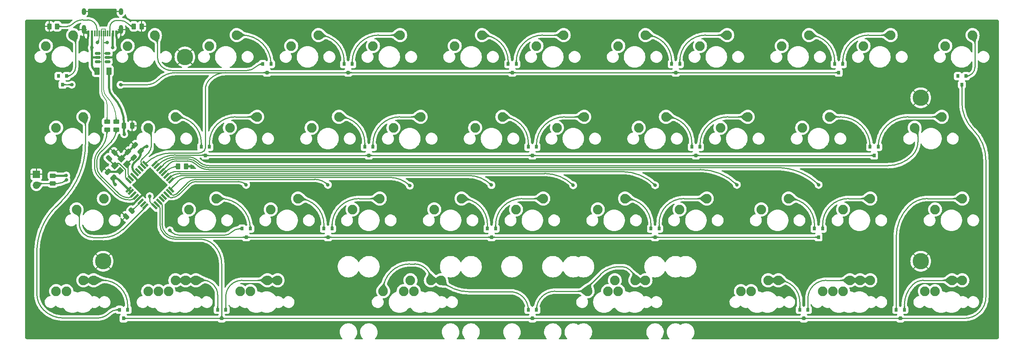
<source format=gbr>
%TF.GenerationSoftware,KiCad,Pcbnew,(6.0.1)*%
%TF.CreationDate,2022-03-03T09:55:52+01:00*%
%TF.ProjectId,bm42,626d3432-2e6b-4696-9361-645f70636258,rev?*%
%TF.SameCoordinates,Original*%
%TF.FileFunction,Copper,L2,Bot*%
%TF.FilePolarity,Positive*%
%FSLAX46Y46*%
G04 Gerber Fmt 4.6, Leading zero omitted, Abs format (unit mm)*
G04 Created by KiCad (PCBNEW (6.0.1)) date 2022-03-03 09:55:52*
%MOMM*%
%LPD*%
G01*
G04 APERTURE LIST*
G04 Aperture macros list*
%AMRoundRect*
0 Rectangle with rounded corners*
0 $1 Rounding radius*
0 $2 $3 $4 $5 $6 $7 $8 $9 X,Y pos of 4 corners*
0 Add a 4 corners polygon primitive as box body*
4,1,4,$2,$3,$4,$5,$6,$7,$8,$9,$2,$3,0*
0 Add four circle primitives for the rounded corners*
1,1,$1+$1,$2,$3*
1,1,$1+$1,$4,$5*
1,1,$1+$1,$6,$7*
1,1,$1+$1,$8,$9*
0 Add four rect primitives between the rounded corners*
20,1,$1+$1,$2,$3,$4,$5,0*
20,1,$1+$1,$4,$5,$6,$7,0*
20,1,$1+$1,$6,$7,$8,$9,0*
20,1,$1+$1,$8,$9,$2,$3,0*%
%AMRotRect*
0 Rectangle, with rotation*
0 The origin of the aperture is its center*
0 $1 length*
0 $2 width*
0 $3 Rotation angle, in degrees counterclockwise*
0 Add horizontal line*
21,1,$1,$2,0,0,$3*%
G04 Aperture macros list end*
%TA.AperFunction,ComponentPad*%
%ADD10C,2.250000*%
%TD*%
%TA.AperFunction,SMDPad,CuDef*%
%ADD11RoundRect,0.250000X0.512652X0.159099X0.159099X0.512652X-0.512652X-0.159099X-0.159099X-0.512652X0*%
%TD*%
%TA.AperFunction,SMDPad,CuDef*%
%ADD12RoundRect,0.250000X-0.262500X-0.450000X0.262500X-0.450000X0.262500X0.450000X-0.262500X0.450000X0*%
%TD*%
%TA.AperFunction,SMDPad,CuDef*%
%ADD13RotRect,1.600000X0.550000X315.000000*%
%TD*%
%TA.AperFunction,SMDPad,CuDef*%
%ADD14RotRect,1.600000X0.550000X225.000000*%
%TD*%
%TA.AperFunction,SMDPad,CuDef*%
%ADD15R,0.800000X0.900000*%
%TD*%
%TA.AperFunction,ComponentPad*%
%ADD16C,3.800000*%
%TD*%
%TA.AperFunction,SMDPad,CuDef*%
%ADD17RoundRect,0.250000X0.262500X0.450000X-0.262500X0.450000X-0.262500X-0.450000X0.262500X-0.450000X0*%
%TD*%
%TA.AperFunction,SMDPad,CuDef*%
%ADD18RoundRect,0.150000X0.512500X0.150000X-0.512500X0.150000X-0.512500X-0.150000X0.512500X-0.150000X0*%
%TD*%
%TA.AperFunction,SMDPad,CuDef*%
%ADD19RotRect,1.400000X1.200000X45.000000*%
%TD*%
%TA.AperFunction,SMDPad,CuDef*%
%ADD20RoundRect,0.250000X0.159099X-0.512652X0.512652X-0.159099X-0.159099X0.512652X-0.512652X0.159099X0*%
%TD*%
%TA.AperFunction,SMDPad,CuDef*%
%ADD21RoundRect,0.250000X0.450000X-0.262500X0.450000X0.262500X-0.450000X0.262500X-0.450000X-0.262500X0*%
%TD*%
%TA.AperFunction,SMDPad,CuDef*%
%ADD22RoundRect,0.250000X0.375000X0.625000X-0.375000X0.625000X-0.375000X-0.625000X0.375000X-0.625000X0*%
%TD*%
%TA.AperFunction,SMDPad,CuDef*%
%ADD23RoundRect,0.250000X-0.450000X0.262500X-0.450000X-0.262500X0.450000X-0.262500X0.450000X0.262500X0*%
%TD*%
%TA.AperFunction,SMDPad,CuDef*%
%ADD24RoundRect,0.250000X-0.159099X0.512652X-0.512652X0.159099X0.159099X-0.512652X0.512652X-0.159099X0*%
%TD*%
%TA.AperFunction,SMDPad,CuDef*%
%ADD25RoundRect,0.250000X-0.250000X-0.475000X0.250000X-0.475000X0.250000X0.475000X-0.250000X0.475000X0*%
%TD*%
%TA.AperFunction,ComponentPad*%
%ADD26R,1.700000X1.700000*%
%TD*%
%TA.AperFunction,ComponentPad*%
%ADD27O,1.700000X1.700000*%
%TD*%
%TA.AperFunction,SMDPad,CuDef*%
%ADD28R,0.600000X1.450000*%
%TD*%
%TA.AperFunction,SMDPad,CuDef*%
%ADD29R,0.300000X1.450000*%
%TD*%
%TA.AperFunction,ComponentPad*%
%ADD30O,1.000000X2.100000*%
%TD*%
%TA.AperFunction,ComponentPad*%
%ADD31O,1.000000X1.600000*%
%TD*%
%TA.AperFunction,ViaPad*%
%ADD32C,0.800000*%
%TD*%
%TA.AperFunction,Conductor*%
%ADD33C,0.500000*%
%TD*%
%TA.AperFunction,Conductor*%
%ADD34C,0.250000*%
%TD*%
%TA.AperFunction,Conductor*%
%ADD35C,0.200000*%
%TD*%
G04 APERTURE END LIST*
D10*
%TO.P,MX26,1,COL*%
%TO.N,col3*%
X110490000Y-105410000D03*
%TO.P,MX26,2,ROW*%
%TO.N,Net-(D15-Pad3)*%
X116840000Y-102870000D03*
%TD*%
%TO.P,MX55,1,COL*%
%TO.N,col8*%
X243840000Y-124460000D03*
%TO.P,MX55,2,ROW*%
%TO.N,Net-(D24-Pad3)*%
X250190000Y-121920000D03*
%TD*%
%TO.P,MX5,1,COL*%
%TO.N,col4*%
X115252500Y-67310000D03*
%TO.P,MX5,2,ROW*%
%TO.N,Net-(D3-Pad3)*%
X121602500Y-64770000D03*
%TD*%
%TO.P,MX52,1,COL*%
%TO.N,col6*%
X200977500Y-124460000D03*
%TO.P,MX52,2,ROW*%
%TO.N,Net-(D23-Pad2)*%
X207327500Y-121920000D03*
%TD*%
%TO.P,MX31,1,COL*%
%TO.N,col8*%
X205740000Y-105410000D03*
%TO.P,MX31,2,ROW*%
%TO.N,Net-(D18-Pad2)*%
X212090000Y-102870000D03*
%TD*%
%TO.P,MX3,1,COL*%
%TO.N,col2*%
X77152500Y-67310000D03*
%TO.P,MX3,2,ROW*%
%TO.N,Net-(D2-Pad3)*%
X83502500Y-64770000D03*
%TD*%
%TO.P,MX15,1,COL*%
%TO.N,col3*%
X100965000Y-86360000D03*
%TO.P,MX15,2,ROW*%
%TO.N,Net-(D9-Pad2)*%
X107315000Y-83820000D03*
%TD*%
%TO.P,MX12,1,COL*%
%TO.N,col0*%
X41433750Y-86360000D03*
%TO.P,MX12,2,ROW*%
%TO.N,Net-(D19-Pad2)*%
X47783750Y-83820000D03*
%TD*%
%TO.P,MX32,1,COL*%
%TO.N,col9*%
X224790000Y-105410000D03*
%TO.P,MX32,2,ROW*%
%TO.N,Net-(D18-Pad3)*%
X231140000Y-102870000D03*
%TD*%
%TO.P,MX1,1,COL*%
%TO.N,col0*%
X39052500Y-67310000D03*
%TO.P,MX1,2,ROW*%
%TO.N,Net-(D1-Pad3)*%
X45402500Y-64770000D03*
%TD*%
%TO.P,MX43,1,COL*%
%TO.N,col10*%
X248602500Y-67310000D03*
%TO.P,MX43,2,ROW*%
%TO.N,Net-(D25-Pad3)*%
X254952500Y-64770000D03*
%TD*%
%TO.P,MX34,1,COL*%
%TO.N,col1*%
X41433750Y-124460000D03*
%TO.P,MX34,2,ROW*%
%TO.N,Net-(D19-Pad3)*%
X47783750Y-121920000D03*
%TD*%
%TO.P,MX2,1,COL*%
%TO.N,col1*%
X58102500Y-67310000D03*
%TO.P,MX2,2,ROW*%
%TO.N,Net-(D2-Pad2)*%
X64452500Y-64770000D03*
%TD*%
%TO.P,MX53,1,COL*%
%TO.N,col7*%
X222408750Y-124460000D03*
%TO.P,MX53,2,ROW*%
%TO.N,Net-(D23-Pad3)*%
X228758750Y-121920000D03*
%TD*%
%TO.P,MX25,1,COL*%
%TO.N,col2*%
X91440000Y-105410000D03*
%TO.P,MX25,2,ROW*%
%TO.N,Net-(D15-Pad2)*%
X97790000Y-102870000D03*
%TD*%
%TO.P,MX54,1,COL*%
%TO.N,col7*%
X220027500Y-124460000D03*
%TO.P,MX54,2,ROW*%
%TO.N,Net-(D23-Pad3)*%
X226377500Y-121920000D03*
%TD*%
%TO.P,MX50,1,COL*%
%TO.N,col2*%
X67627500Y-124460000D03*
%TO.P,MX50,2,ROW*%
%TO.N,Net-(D20-Pad2)*%
X73977500Y-121920000D03*
%TD*%
%TO.P,MX49,1,COL*%
%TO.N,col2*%
X65246250Y-124460000D03*
%TO.P,MX49,2,ROW*%
%TO.N,Net-(D20-Pad2)*%
X71596250Y-121920000D03*
%TD*%
%TO.P,MX22,1,COL*%
%TO.N,col10*%
X241458750Y-86360000D03*
%TO.P,MX22,2,ROW*%
%TO.N,Net-(D12-Pad3)*%
X247808750Y-83820000D03*
%TD*%
%TO.P,MX39,1,COL*%
%TO.N,col5*%
X172402500Y-124460000D03*
%TO.P,MX39,2,ROW*%
%TO.N,spc2*%
X178752500Y-121920000D03*
%TD*%
%TO.P,MX19,1,COL*%
%TO.N,col7*%
X177165000Y-86360000D03*
%TO.P,MX19,2,ROW*%
%TO.N,Net-(D11-Pad2)*%
X183515000Y-83820000D03*
%TD*%
%TO.P,MX7,1,COL*%
%TO.N,col6*%
X153352500Y-67310000D03*
%TO.P,MX7,2,ROW*%
%TO.N,Net-(D4-Pad3)*%
X159702500Y-64770000D03*
%TD*%
%TO.P,MX20,1,COL*%
%TO.N,col8*%
X196215000Y-86360000D03*
%TO.P,MX20,2,ROW*%
%TO.N,Net-(D11-Pad3)*%
X202565000Y-83820000D03*
%TD*%
%TO.P,MX48,1,COL*%
%TO.N,col1*%
X43815000Y-124460000D03*
%TO.P,MX48,2,ROW*%
%TO.N,Net-(D19-Pad3)*%
X50165000Y-121920000D03*
%TD*%
%TO.P,MX18,1,COL*%
%TO.N,col6*%
X158115000Y-86360000D03*
%TO.P,MX18,2,ROW*%
%TO.N,Net-(D10-Pad3)*%
X164465000Y-83820000D03*
%TD*%
%TO.P,MX17,1,COL*%
%TO.N,col5*%
X139065000Y-86360000D03*
%TO.P,MX17,2,ROW*%
%TO.N,Net-(D10-Pad2)*%
X145415000Y-83820000D03*
%TD*%
%TO.P,MX40,1,COL*%
%TO.N,col6*%
X203358750Y-124460000D03*
%TO.P,MX40,2,ROW*%
%TO.N,Net-(D23-Pad2)*%
X209708750Y-121920000D03*
%TD*%
%TO.P,MX36,1,COL*%
%TO.N,col3*%
X84296250Y-124460000D03*
%TO.P,MX36,2,ROW*%
%TO.N,Net-(D20-Pad3)*%
X90646250Y-121920000D03*
%TD*%
%TO.P,MX51,1,COL*%
%TO.N,col3*%
X86677500Y-124460000D03*
%TO.P,MX51,2,ROW*%
%TO.N,Net-(D20-Pad3)*%
X93027500Y-121920000D03*
%TD*%
%TO.P,MX27,1,COL*%
%TO.N,col4*%
X129540000Y-105410000D03*
%TO.P,MX27,2,ROW*%
%TO.N,Net-(D16-Pad2)*%
X135890000Y-102870000D03*
%TD*%
%TO.P,MX41,1,COL*%
%TO.N,col7*%
X224790000Y-124460000D03*
%TO.P,MX41,2,ROW*%
%TO.N,Net-(D23-Pad3)*%
X231140000Y-121920000D03*
%TD*%
%TO.P,MX37,1,COL*%
%TO.N,col4*%
X124777500Y-124460000D03*
%TO.P,MX37,2,ROW*%
%TO.N,spc1*%
X131127500Y-121920000D03*
%TD*%
%TO.P,MX46,1,COL*%
%TO.N,spc1*%
X117633750Y-124460000D03*
%TO.P,MX46,2,ROW*%
%TO.N,col4*%
X123983750Y-121920000D03*
%TD*%
%TO.P,MX14,1,COL*%
%TO.N,col2*%
X81915000Y-86360000D03*
%TO.P,MX14,2,ROW*%
%TO.N,Net-(D8-Pad3)*%
X88265000Y-83820000D03*
%TD*%
%TO.P,MX10,1,COL*%
%TO.N,col9*%
X210502500Y-67310000D03*
%TO.P,MX10,2,ROW*%
%TO.N,Net-(D6-Pad2)*%
X216852500Y-64770000D03*
%TD*%
%TO.P,MX4,1,COL*%
%TO.N,col3*%
X96202500Y-67310000D03*
%TO.P,MX4,2,ROW*%
%TO.N,Net-(D3-Pad2)*%
X102552500Y-64770000D03*
%TD*%
%TO.P,MX45,1,COL*%
%TO.N,col5*%
X170021250Y-124460000D03*
%TO.P,MX45,2,ROW*%
%TO.N,spc2*%
X176371250Y-121920000D03*
%TD*%
%TO.P,MX33,1,COL*%
%TO.N,col9*%
X246221250Y-105410000D03*
%TO.P,MX33,2,ROW*%
%TO.N,Net-(D24-Pad2)*%
X252571250Y-102870000D03*
%TD*%
%TO.P,MX21,1,COL*%
%TO.N,col9*%
X215265000Y-86360000D03*
%TO.P,MX21,2,ROW*%
%TO.N,Net-(D12-Pad2)*%
X221615000Y-83820000D03*
%TD*%
%TO.P,MX6,1,COL*%
%TO.N,col5*%
X134302500Y-67310000D03*
%TO.P,MX6,2,ROW*%
%TO.N,Net-(D4-Pad2)*%
X140652500Y-64770000D03*
%TD*%
%TO.P,MX23,1,COL*%
%TO.N,col0*%
X46196250Y-105410000D03*
%TO.P,MX23,2,ROW*%
%TO.N,Net-(D14-Pad2)*%
X52546250Y-102870000D03*
%TD*%
%TO.P,MX28,1,COL*%
%TO.N,col5*%
X148590000Y-105410000D03*
%TO.P,MX28,2,ROW*%
%TO.N,Net-(D16-Pad3)*%
X154940000Y-102870000D03*
%TD*%
%TO.P,MX47,1,COL*%
%TO.N,spc2*%
X165258750Y-124460000D03*
%TO.P,MX47,2,ROW*%
%TO.N,col5*%
X171608750Y-121920000D03*
%TD*%
%TO.P,MX29,1,COL*%
%TO.N,col6*%
X167640000Y-105410000D03*
%TO.P,MX29,2,ROW*%
%TO.N,Net-(D17-Pad2)*%
X173990000Y-102870000D03*
%TD*%
%TO.P,MX30,1,COL*%
%TO.N,col7*%
X186690000Y-105410000D03*
%TO.P,MX30,2,ROW*%
%TO.N,Net-(D17-Pad3)*%
X193040000Y-102870000D03*
%TD*%
%TO.P,MX9,1,COL*%
%TO.N,col8*%
X191452500Y-67310000D03*
%TO.P,MX9,2,ROW*%
%TO.N,Net-(D5-Pad3)*%
X197802500Y-64770000D03*
%TD*%
%TO.P,MX44,1,COL*%
%TO.N,col4*%
X122396250Y-124460000D03*
%TO.P,MX44,2,ROW*%
%TO.N,spc1*%
X128746250Y-121920000D03*
%TD*%
%TO.P,MX16,1,COL*%
%TO.N,col4*%
X120015000Y-86360000D03*
%TO.P,MX16,2,ROW*%
%TO.N,Net-(D9-Pad3)*%
X126365000Y-83820000D03*
%TD*%
%TO.P,MX24,1,COL*%
%TO.N,col1*%
X72390000Y-105410000D03*
%TO.P,MX24,2,ROW*%
%TO.N,Net-(D14-Pad3)*%
X78740000Y-102870000D03*
%TD*%
%TO.P,MX35,1,COL*%
%TO.N,col2*%
X62865000Y-124460000D03*
%TO.P,MX35,2,ROW*%
%TO.N,Net-(D20-Pad2)*%
X69215000Y-121920000D03*
%TD*%
%TO.P,MX42,1,COL*%
%TO.N,col8*%
X246221250Y-124460000D03*
%TO.P,MX42,2,ROW*%
%TO.N,Net-(D24-Pad3)*%
X252571250Y-121920000D03*
%TD*%
%TO.P,MX11,1,COL*%
%TO.N,col10*%
X229552500Y-67310000D03*
%TO.P,MX11,2,ROW*%
%TO.N,Net-(D6-Pad3)*%
X235902500Y-64770000D03*
%TD*%
%TO.P,MX13,1,COL*%
%TO.N,col1*%
X62865000Y-86360000D03*
%TO.P,MX13,2,ROW*%
%TO.N,Net-(D8-Pad2)*%
X69215000Y-83820000D03*
%TD*%
%TO.P,MX8,1,COL*%
%TO.N,col7*%
X172402500Y-67310000D03*
%TO.P,MX8,2,ROW*%
%TO.N,Net-(D5-Pad2)*%
X178752500Y-64770000D03*
%TD*%
D11*
%TO.P,C2,1*%
%TO.N,+5V*%
X61080211Y-91782574D03*
%TO.P,C2,2*%
%TO.N,GND*%
X59736709Y-90439072D03*
%TD*%
D12*
%TO.P,R1,1*%
%TO.N,GND*%
X39854500Y-62738000D03*
%TO.P,R1,2*%
%TO.N,Net-(R1-Pad2)*%
X41679500Y-62738000D03*
%TD*%
D13*
%TO.P,U1,1,XTAL1*%
%TO.N,Net-(C4-Pad1)*%
X58299734Y-98699944D03*
%TO.P,U1,2,PC0/XTAL2*%
%TO.N,Net-(C5-Pad1)*%
X58865420Y-98134259D03*
%TO.P,U1,3,GND*%
%TO.N,GND*%
X59431105Y-97568573D03*
%TO.P,U1,4,VCC*%
%TO.N,+5V*%
X59996790Y-97002888D03*
%TO.P,U1,5,PC2*%
%TO.N,unconnected-(U1-Pad5)*%
X60562476Y-96437202D03*
%TO.P,U1,6,PD0*%
%TO.N,unconnected-(U1-Pad6)*%
X61128161Y-95871517D03*
%TO.P,U1,7,PD1*%
%TO.N,col1*%
X61693847Y-95305832D03*
%TO.P,U1,8,PD2*%
%TO.N,row0*%
X62259532Y-94740146D03*
D14*
%TO.P,U1,9,PD3*%
%TO.N,row1*%
X64310142Y-94740146D03*
%TO.P,U1,10,PD4*%
%TO.N,col10*%
X64875827Y-95305832D03*
%TO.P,U1,11,PD5*%
%TO.N,col9*%
X65441513Y-95871517D03*
%TO.P,U1,12,PD6*%
%TO.N,col8*%
X66007198Y-96437202D03*
%TO.P,U1,13,~{HWB}/PD7*%
%TO.N,Net-(R5-Pad2)*%
X66572884Y-97002888D03*
%TO.P,U1,14,PB0*%
%TO.N,col7*%
X67138569Y-97568573D03*
%TO.P,U1,15,PB1*%
%TO.N,col6*%
X67704254Y-98134259D03*
%TO.P,U1,16,PB2*%
%TO.N,col5*%
X68269940Y-98699944D03*
D13*
%TO.P,U1,17,PB3*%
%TO.N,col4*%
X68269940Y-100750554D03*
%TO.P,U1,18,PB4*%
%TO.N,col3*%
X67704254Y-101316239D03*
%TO.P,U1,19,PB5*%
%TO.N,col2*%
X67138569Y-101881925D03*
%TO.P,U1,20,PB6*%
%TO.N,unconnected-(U1-Pad20)*%
X66572884Y-102447610D03*
%TO.P,U1,21,PB7*%
%TO.N,unconnected-(U1-Pad21)*%
X66007198Y-103013296D03*
%TO.P,U1,22,PC7*%
%TO.N,row2*%
X65441513Y-103578981D03*
%TO.P,U1,23,PC6*%
%TO.N,row3*%
X64875827Y-104144666D03*
%TO.P,U1,24,PC1/~{RESET}*%
%TO.N,Net-(R6-Pad1)*%
X64310142Y-104710352D03*
D14*
%TO.P,U1,25,PC5*%
%TO.N,col0*%
X62259532Y-104710352D03*
%TO.P,U1,26,PC4*%
%TO.N,unconnected-(U1-Pad26)*%
X61693847Y-104144666D03*
%TO.P,U1,27,UCAP*%
%TO.N,Net-(C6-Pad1)*%
X61128161Y-103578981D03*
%TO.P,U1,28,UGND*%
%TO.N,GND*%
X60562476Y-103013296D03*
%TO.P,U1,29,D+*%
%TO.N,Net-(R3-Pad2)*%
X59996790Y-102447610D03*
%TO.P,U1,30,D-*%
%TO.N,Net-(R4-Pad2)*%
X59431105Y-101881925D03*
%TO.P,U1,31,UVCC*%
%TO.N,+5V*%
X58865420Y-101316239D03*
%TO.P,U1,32,AVCC*%
X58299734Y-100750554D03*
%TD*%
D15*
%TO.P,D6,1,K*%
%TO.N,row0*%
X223774000Y-73517000D03*
%TO.P,D6,2,A1*%
%TO.N,Net-(D6-Pad2)*%
X222824000Y-71517000D03*
%TO.P,D6,3,A2*%
%TO.N,Net-(D6-Pad3)*%
X224724000Y-71517000D03*
%TD*%
%TO.P,D19,1,K*%
%TO.N,row3*%
X57150000Y-130794000D03*
%TO.P,D19,2,A1*%
%TO.N,Net-(D19-Pad2)*%
X56200000Y-128794000D03*
%TO.P,D19,3,A2*%
%TO.N,Net-(D19-Pad3)*%
X58100000Y-128794000D03*
%TD*%
%TO.P,D2,1,K*%
%TO.N,row0*%
X90551000Y-73517000D03*
%TO.P,D2,2,A1*%
%TO.N,Net-(D2-Pad2)*%
X89601000Y-71517000D03*
%TO.P,D2,3,A2*%
%TO.N,Net-(D2-Pad3)*%
X91501000Y-71517000D03*
%TD*%
D16*
%TO.P,H2,1,1*%
%TO.N,GND*%
X242887500Y-79375000D03*
%TD*%
D11*
%TO.P,C3,1*%
%TO.N,+5V*%
X54806409Y-97980174D03*
%TO.P,C3,2*%
%TO.N,GND*%
X53462907Y-96636672D03*
%TD*%
D16*
%TO.P,H5,1,1*%
%TO.N,GND*%
X242887500Y-117475000D03*
%TD*%
D15*
%TO.P,D18,1,K*%
%TO.N,row2*%
X219075000Y-111871000D03*
%TO.P,D18,2,A1*%
%TO.N,Net-(D18-Pad2)*%
X218125000Y-109871000D03*
%TO.P,D18,3,A2*%
%TO.N,Net-(D18-Pad3)*%
X220025000Y-109871000D03*
%TD*%
%TO.P,D11,1,K*%
%TO.N,row1*%
X190500000Y-92821000D03*
%TO.P,D11,2,A1*%
%TO.N,Net-(D11-Pad2)*%
X189550000Y-90821000D03*
%TO.P,D11,3,A2*%
%TO.N,Net-(D11-Pad3)*%
X191450000Y-90821000D03*
%TD*%
%TO.P,D1,1,K*%
%TO.N,row0*%
X42926000Y-76311000D03*
%TO.P,D1,2,A1*%
%TO.N,unconnected-(D1-Pad2)*%
X41976000Y-74311000D03*
%TO.P,D1,3,A2*%
%TO.N,Net-(D1-Pad3)*%
X43876000Y-74311000D03*
%TD*%
D17*
%TO.P,R5,1*%
%TO.N,GND*%
X71676900Y-95402400D03*
%TO.P,R5,2*%
%TO.N,Net-(R5-Pad2)*%
X69851900Y-95402400D03*
%TD*%
D15*
%TO.P,D9,1,K*%
%TO.N,row1*%
X114300000Y-92821000D03*
%TO.P,D9,2,A1*%
%TO.N,Net-(D9-Pad2)*%
X113350000Y-90821000D03*
%TO.P,D9,3,A2*%
%TO.N,Net-(D9-Pad3)*%
X115250000Y-90821000D03*
%TD*%
D16*
%TO.P,H1,1,1*%
%TO.N,GND*%
X71437500Y-69850000D03*
%TD*%
D15*
%TO.P,D23,1,K*%
%TO.N,row3*%
X215646000Y-130794000D03*
%TO.P,D23,2,A1*%
%TO.N,Net-(D23-Pad2)*%
X214696000Y-128794000D03*
%TO.P,D23,3,A2*%
%TO.N,Net-(D23-Pad3)*%
X216596000Y-128794000D03*
%TD*%
%TO.P,D14,1,K*%
%TO.N,row2*%
X85725000Y-111871000D03*
%TO.P,D14,2,A1*%
%TO.N,Net-(D14-Pad2)*%
X84775000Y-109871000D03*
%TO.P,D14,3,A2*%
%TO.N,Net-(D14-Pad3)*%
X86675000Y-109871000D03*
%TD*%
%TO.P,D15,1,K*%
%TO.N,row2*%
X104775000Y-111871000D03*
%TO.P,D15,2,A1*%
%TO.N,Net-(D15-Pad2)*%
X103825000Y-109871000D03*
%TO.P,D15,3,A2*%
%TO.N,Net-(D15-Pad3)*%
X105725000Y-109871000D03*
%TD*%
%TO.P,D10,1,K*%
%TO.N,row1*%
X152400000Y-92821000D03*
%TO.P,D10,2,A1*%
%TO.N,Net-(D10-Pad2)*%
X151450000Y-90821000D03*
%TO.P,D10,3,A2*%
%TO.N,Net-(D10-Pad3)*%
X153350000Y-90821000D03*
%TD*%
D18*
%TO.P,U2,1,IO1*%
%TO.N,D-*%
X53410700Y-69052400D03*
%TO.P,U2,2,VN*%
%TO.N,GND*%
X53410700Y-70002400D03*
%TO.P,U2,3,IO2*%
%TO.N,unconnected-(U2-Pad3)*%
X53410700Y-70952400D03*
%TO.P,U2,4,IO3*%
%TO.N,D+*%
X51135700Y-70952400D03*
%TO.P,U2,5,VP*%
%TO.N,VCC*%
X51135700Y-70002400D03*
%TO.P,U2,6,IO4*%
%TO.N,unconnected-(U2-Pad6)*%
X51135700Y-69052400D03*
%TD*%
D15*
%TO.P,D24,1,K*%
%TO.N,row3*%
X238125000Y-130794000D03*
%TO.P,D24,2,A1*%
%TO.N,Net-(D24-Pad2)*%
X237175000Y-128794000D03*
%TO.P,D24,3,A2*%
%TO.N,Net-(D24-Pad3)*%
X239075000Y-128794000D03*
%TD*%
%TO.P,D8,1,K*%
%TO.N,row1*%
X76200000Y-92821000D03*
%TO.P,D8,2,A1*%
%TO.N,Net-(D8-Pad2)*%
X75250000Y-90821000D03*
%TO.P,D8,3,A2*%
%TO.N,Net-(D8-Pad3)*%
X77150000Y-90821000D03*
%TD*%
D19*
%TO.P,X1,1,1*%
%TO.N,Net-(C4-Pad1)*%
X55110742Y-95172777D03*
%TO.P,X1,2,2*%
%TO.N,GND*%
X56666377Y-93617142D03*
%TO.P,X1,3,3*%
%TO.N,Net-(C5-Pad1)*%
X57868458Y-94819223D03*
%TO.P,X1,4,4*%
%TO.N,GND*%
X56312823Y-96374858D03*
%TD*%
D20*
%TO.P,C4,1*%
%TO.N,Net-(C4-Pad1)*%
X53723086Y-93488200D03*
%TO.P,C4,2*%
%TO.N,GND*%
X55066588Y-92144698D03*
%TD*%
D15*
%TO.P,D17,1,K*%
%TO.N,row2*%
X180975000Y-111871000D03*
%TO.P,D17,2,A1*%
%TO.N,Net-(D17-Pad2)*%
X180025000Y-109871000D03*
%TO.P,D17,3,A2*%
%TO.N,Net-(D17-Pad3)*%
X181925000Y-109871000D03*
%TD*%
%TO.P,D16,1,K*%
%TO.N,row2*%
X142875000Y-111871000D03*
%TO.P,D16,2,A1*%
%TO.N,Net-(D16-Pad2)*%
X141925000Y-109871000D03*
%TO.P,D16,3,A2*%
%TO.N,Net-(D16-Pad3)*%
X143825000Y-109871000D03*
%TD*%
%TO.P,D3,1,K*%
%TO.N,row0*%
X109474000Y-73533000D03*
%TO.P,D3,2,A1*%
%TO.N,Net-(D3-Pad2)*%
X108524000Y-71533000D03*
%TO.P,D3,3,A2*%
%TO.N,Net-(D3-Pad3)*%
X110424000Y-71533000D03*
%TD*%
D21*
%TO.P,R6,1*%
%TO.N,Net-(R6-Pad1)*%
X40640000Y-99362900D03*
%TO.P,R6,2*%
%TO.N,+5V*%
X40640000Y-97537900D03*
%TD*%
D22*
%TO.P,F1,1*%
%TO.N,+5V*%
X53724000Y-73152000D03*
%TO.P,F1,2*%
%TO.N,VCC*%
X50924000Y-73152000D03*
%TD*%
D15*
%TO.P,D12,1,K*%
%TO.N,row1*%
X232029000Y-92821000D03*
%TO.P,D12,2,A1*%
%TO.N,Net-(D12-Pad2)*%
X231079000Y-90821000D03*
%TO.P,D12,3,A2*%
%TO.N,Net-(D12-Pad3)*%
X232979000Y-90821000D03*
%TD*%
D23*
%TO.P,R3,1*%
%TO.N,D+*%
X53289200Y-84990300D03*
%TO.P,R3,2*%
%TO.N,Net-(R3-Pad2)*%
X53289200Y-86815300D03*
%TD*%
D24*
%TO.P,C6,1*%
%TO.N,Net-(C6-Pad1)*%
X59040951Y-105703449D03*
%TO.P,C6,2*%
%TO.N,GND*%
X57697449Y-107046951D03*
%TD*%
D11*
%TO.P,C5,1*%
%TO.N,Net-(C5-Pad1)*%
X59505409Y-93306574D03*
%TO.P,C5,2*%
%TO.N,GND*%
X58161907Y-91963072D03*
%TD*%
D25*
%TO.P,C1,1*%
%TO.N,+5V*%
X57266800Y-85902800D03*
%TO.P,C1,2*%
%TO.N,GND*%
X59166800Y-85902800D03*
%TD*%
D23*
%TO.P,R4,1*%
%TO.N,D-*%
X55422800Y-84990300D03*
%TO.P,R4,2*%
%TO.N,Net-(R4-Pad2)*%
X55422800Y-86815300D03*
%TD*%
D16*
%TO.P,H4,1,1*%
%TO.N,GND*%
X52387500Y-117475000D03*
%TD*%
D15*
%TO.P,D20,1,K*%
%TO.N,row3*%
X80010000Y-130794000D03*
%TO.P,D20,2,A1*%
%TO.N,Net-(D20-Pad2)*%
X79060000Y-128794000D03*
%TO.P,D20,3,A2*%
%TO.N,Net-(D20-Pad3)*%
X80960000Y-128794000D03*
%TD*%
D17*
%TO.P,R2,1*%
%TO.N,GND*%
X61364500Y-62738000D03*
%TO.P,R2,2*%
%TO.N,Net-(R2-Pad2)*%
X59539500Y-62738000D03*
%TD*%
D15*
%TO.P,D4,1,K*%
%TO.N,row0*%
X147701000Y-73517000D03*
%TO.P,D4,2,A1*%
%TO.N,Net-(D4-Pad2)*%
X146751000Y-71517000D03*
%TO.P,D4,3,A2*%
%TO.N,Net-(D4-Pad3)*%
X148651000Y-71517000D03*
%TD*%
D26*
%TO.P,RESET,1,1*%
%TO.N,GND*%
X36830000Y-97226200D03*
D27*
%TO.P,RESET,2,2*%
%TO.N,Net-(R6-Pad1)*%
X36830000Y-99766200D03*
%TD*%
D15*
%TO.P,D5,1,K*%
%TO.N,row0*%
X185801000Y-73517000D03*
%TO.P,D5,2,A1*%
%TO.N,Net-(D5-Pad2)*%
X184851000Y-71517000D03*
%TO.P,D5,3,A2*%
%TO.N,Net-(D5-Pad3)*%
X186751000Y-71517000D03*
%TD*%
D28*
%TO.P,USB1,A1,GND*%
%TO.N,GND*%
X48947000Y-64370000D03*
%TO.P,USB1,A4,VBUS*%
%TO.N,VCC*%
X49747000Y-64370000D03*
D29*
%TO.P,USB1,A5,CC1*%
%TO.N,Net-(R1-Pad2)*%
X50947000Y-64370000D03*
%TO.P,USB1,A6,D+*%
%TO.N,D+*%
X51947000Y-64370000D03*
%TO.P,USB1,A7,D-*%
%TO.N,D-*%
X52447000Y-64370000D03*
%TO.P,USB1,A8,SBU1*%
%TO.N,unconnected-(USB1-PadA8)*%
X53447000Y-64370000D03*
D28*
%TO.P,USB1,A9,VBUS*%
%TO.N,VCC*%
X54647000Y-64370000D03*
%TO.P,USB1,A12,GND*%
%TO.N,GND*%
X55447000Y-64370000D03*
%TO.P,USB1,B1,GND*%
X55447000Y-64370000D03*
%TO.P,USB1,B4,VBUS*%
%TO.N,VCC*%
X54647000Y-64370000D03*
D29*
%TO.P,USB1,B5,CC2*%
%TO.N,Net-(R2-Pad2)*%
X53947000Y-64370000D03*
%TO.P,USB1,B6,D+*%
%TO.N,D+*%
X52947000Y-64370000D03*
%TO.P,USB1,B7,D-*%
%TO.N,D-*%
X51447000Y-64370000D03*
%TO.P,USB1,B8,SBU2*%
%TO.N,unconnected-(USB1-PadB8)*%
X50447000Y-64370000D03*
D28*
%TO.P,USB1,B9,VBUS*%
%TO.N,VCC*%
X49747000Y-64370000D03*
%TO.P,USB1,B12,GND*%
%TO.N,GND*%
X48947000Y-64370000D03*
D30*
%TO.P,USB1,S1,SHIELD*%
X56517000Y-63455000D03*
D31*
X56517000Y-59275000D03*
D30*
X47877000Y-63455000D03*
D31*
X47877000Y-59275000D03*
%TD*%
D15*
%TO.P,D22,1,K*%
%TO.N,row3*%
X152400000Y-130794000D03*
%TO.P,D22,2,A1*%
%TO.N,spc1*%
X151450000Y-128794000D03*
%TO.P,D22,3,A2*%
%TO.N,spc2*%
X153350000Y-128794000D03*
%TD*%
%TO.P,D25,1,K*%
%TO.N,row3*%
X252476000Y-76327000D03*
%TO.P,D25,2,A1*%
%TO.N,unconnected-(D25-Pad2)*%
X251526000Y-74327000D03*
%TO.P,D25,3,A2*%
%TO.N,Net-(D25-Pad3)*%
X253426000Y-74327000D03*
%TD*%
D32*
%TO.N,+5V*%
X57302400Y-87884000D03*
X43789600Y-97485200D03*
X55168800Y-99568000D03*
X62585600Y-90728800D03*
%TO.N,GND*%
X73304400Y-95554800D03*
%TO.N,row0*%
X56438800Y-76352400D03*
X45085000Y-76327000D03*
%TO.N,VCC*%
X54610000Y-67716400D03*
X49733200Y-67716400D03*
%TO.N,col2*%
X85699600Y-99669600D03*
%TO.N,col3*%
X104749600Y-99669600D03*
%TO.N,col4*%
X123850400Y-99872800D03*
%TO.N,col5*%
X142849600Y-99720400D03*
%TO.N,col6*%
X161899600Y-99771200D03*
%TO.N,col7*%
X181000400Y-99771200D03*
%TO.N,col8*%
X200050400Y-99669600D03*
%TO.N,col9*%
X219100400Y-99669600D03*
%TO.N,D-*%
X51003200Y-66497200D03*
X53289200Y-66497200D03*
%TO.N,Net-(R6-Pad1)*%
X43842133Y-98483321D03*
X63246000Y-102311200D03*
%TO.N,Net-(D14-Pad2)*%
X67919600Y-110286800D03*
%TD*%
D33*
%TO.N,+5V*%
X40640000Y-97537900D02*
X43662371Y-97537900D01*
X59996790Y-97002888D02*
X59665730Y-96671829D01*
X61080211Y-92525411D02*
X61080211Y-91782574D01*
X59545507Y-94626417D02*
X60679774Y-93492150D01*
X58865419Y-101316238D02*
X58299734Y-100750554D01*
X57266800Y-85902800D02*
X57266800Y-85458882D01*
X57266800Y-85902800D02*
X57266800Y-87798054D01*
X54806409Y-98693111D02*
X54806409Y-97980174D01*
X56040554Y-98491373D02*
X58299734Y-100750554D01*
X53724000Y-76905807D02*
X53724000Y-73152000D01*
X61814645Y-91048140D02*
X61080211Y-91782574D01*
X59182001Y-95504000D02*
G75*
G03*
X59665731Y-96671828I1651558J-1D01*
G01*
X57302400Y-87884000D02*
G75*
G02*
X57266800Y-87798054I85947J85947D01*
G01*
X54806410Y-98693111D02*
G75*
G03*
X55168801Y-99567999I1237284J2D01*
G01*
X59545507Y-94626417D02*
G75*
G03*
X59182000Y-95504000I877576J-877580D01*
G01*
X54610000Y-79044800D02*
G75*
G02*
X57266800Y-85458882I-6414073J-6414079D01*
G01*
X58865420Y-101316239D02*
G75*
G03*
X58865420Y-101316239I0J0D01*
G01*
X56040554Y-98491373D02*
G75*
G03*
X54806409Y-97980174I-1234144J-1234146D01*
G01*
X43789600Y-97485200D02*
G75*
G02*
X43662371Y-97537900I-127225J127218D01*
G01*
X61814645Y-91048140D02*
G75*
G02*
X62585600Y-90728800I770956J-770957D01*
G01*
X61080211Y-92525411D02*
G75*
G02*
X60679774Y-93492150I-1367169J-2D01*
G01*
X53724001Y-76905807D02*
G75*
G03*
X54610001Y-79044799I3024987J-2D01*
G01*
%TO.N,GND*%
X58248632Y-91927150D02*
X59736709Y-90439072D01*
X48792000Y-64370000D02*
X47877000Y-63455000D01*
X55602000Y-64370000D02*
X56517000Y-63455000D01*
X71676900Y-95402400D02*
X72936474Y-95402400D01*
X55447000Y-64370000D02*
X55602000Y-64370000D01*
X56778482Y-93346498D02*
X58161907Y-91963072D01*
X56448986Y-93527095D02*
X55066588Y-92144698D01*
X48947000Y-64370000D02*
X48947000Y-64880720D01*
X53410700Y-70002400D02*
X54660800Y-70002400D01*
X60562865Y-103013135D02*
X61620400Y-101955600D01*
X60562315Y-103013685D02*
X59385200Y-104190800D01*
X55447000Y-64942041D02*
X55447000Y-64370000D01*
X53462907Y-96636672D02*
X55680749Y-96636672D01*
X59476453Y-97678053D02*
X60452000Y-98653600D01*
X48947000Y-64370000D02*
X48792000Y-64370000D01*
X58248632Y-91927150D02*
G75*
G02*
X58161907Y-91963072I-86726J86730D01*
G01*
X60562315Y-103013685D02*
G75*
G03*
X60562476Y-103013296I-394J391D01*
G01*
X56778482Y-93346498D02*
G75*
G03*
X56666377Y-93617142I270638J-270643D01*
G01*
X55447001Y-64942041D02*
G75*
G03*
X56007000Y-66294000I1911961J1D01*
G01*
X60562865Y-103013135D02*
G75*
G02*
X60562476Y-103013296I-391J394D01*
G01*
X56448986Y-93527095D02*
G75*
G03*
X56666377Y-93617142I217389J217385D01*
G01*
X48361600Y-66294000D02*
G75*
G03*
X48947000Y-64880720I-1413277J1413279D01*
G01*
X59476453Y-97678053D02*
G75*
G02*
X59431105Y-97568573I109486J109482D01*
G01*
X73304400Y-95554800D02*
G75*
G03*
X72936474Y-95402400I-367924J-367921D01*
G01*
X56312823Y-96374858D02*
G75*
G02*
X55680749Y-96636672I-632073J632070D01*
G01*
D34*
%TO.N,Net-(C4-Pad1)*%
X56120602Y-94677802D02*
X55605717Y-94677802D01*
X57556400Y-97798716D02*
X57556400Y-96723200D01*
X58289686Y-98675686D02*
X57658000Y-98044000D01*
X55605717Y-94677802D02*
X55110742Y-95172777D01*
X57556582Y-96723018D02*
X57556582Y-96113782D01*
X57556400Y-96723200D02*
X57556582Y-96723018D01*
X53933041Y-93995076D02*
X55110742Y-95172777D01*
X57556582Y-96113782D02*
X56120602Y-94677802D01*
X57556400Y-97798716D02*
G75*
G03*
X57658000Y-98044000I346878J-2D01*
G01*
X53933041Y-93995076D02*
G75*
G02*
X53723086Y-93488200I506883J506879D01*
G01*
X58289686Y-98675686D02*
G75*
G02*
X58299734Y-98699944I-24255J-24257D01*
G01*
%TO.N,Net-(C5-Pad1)*%
X58166000Y-96875600D02*
X58166000Y-95537552D01*
X59293212Y-93394469D02*
X57868458Y-94819223D01*
X58865420Y-98134259D02*
X58561442Y-97830281D01*
X57868458Y-94819223D02*
G75*
G02*
X58166000Y-95537552I-718325J-718328D01*
G01*
X59293212Y-93394469D02*
G75*
G02*
X59505409Y-93306574I212197J-212196D01*
G01*
X58166001Y-96875600D02*
G75*
G03*
X58561443Y-97830280I1350119J-1D01*
G01*
%TO.N,Net-(C6-Pad1)*%
X59040951Y-105703449D02*
X61101815Y-103642585D01*
X61128160Y-103578981D02*
G75*
G02*
X61101814Y-103642584I-89943J-2D01*
G01*
%TO.N,row0*%
X76200000Y-91101832D02*
X76200000Y-81661000D01*
X76200000Y-81661000D02*
X76200000Y-81280000D01*
X223774000Y-73517000D02*
X185801000Y-73517000D01*
X147701000Y-73517000D02*
X109512627Y-73517000D01*
X80933888Y-73517000D02*
X82566000Y-73517000D01*
X76200000Y-81280000D02*
X76200000Y-77509840D01*
X56438800Y-76352400D02*
X62457233Y-76352400D01*
X185801000Y-73517000D02*
X147701000Y-73517000D01*
X69302494Y-73517000D02*
X82566000Y-73517000D01*
X82566000Y-73517000D02*
X90551000Y-73517000D01*
X42926000Y-76311000D02*
X45046373Y-76311000D01*
X75751516Y-91837684D02*
X75996800Y-91592400D01*
X76200000Y-81661000D02*
X76200000Y-80717644D01*
X109474000Y-73533000D02*
X90589627Y-73533000D01*
X68264516Y-92252800D02*
X74749338Y-92252800D01*
X109474000Y-73533000D02*
G75*
G02*
X109512627Y-73517000I38623J-38616D01*
G01*
X80933888Y-73517000D02*
G75*
G03*
X77216000Y-75057000I4J-5257896D01*
G01*
X76199999Y-91101832D02*
G75*
G02*
X75996799Y-91592399I-693770J1D01*
G01*
X45085000Y-76327000D02*
G75*
G03*
X45046373Y-76311000I-38627J-38627D01*
G01*
X68264516Y-92252800D02*
G75*
G03*
X62259532Y-94740146I2J-8492334D01*
G01*
X75751516Y-91837684D02*
G75*
G02*
X74749338Y-92252800I-1002180J1002181D01*
G01*
X90551000Y-73517000D02*
G75*
G03*
X90589627Y-73533000I38627J38627D01*
G01*
X65278000Y-75184000D02*
G75*
G02*
X62457233Y-76352400I-2820766J2820764D01*
G01*
X69302494Y-73517000D02*
G75*
G03*
X65278000Y-75184000I-2J-5691489D01*
G01*
X77216000Y-75057000D02*
G75*
G03*
X76200000Y-77509840I2452843J-2452842D01*
G01*
%TO.N,Net-(D3-Pad3)*%
X110424000Y-71533000D02*
X110424000Y-70932000D01*
X116586000Y-64770000D02*
X121602500Y-64770000D01*
X116586000Y-64770000D02*
G75*
G03*
X110424000Y-70932000I0J-6162000D01*
G01*
%TO.N,Net-(D4-Pad3)*%
X148651000Y-71517000D02*
X148651000Y-70932000D01*
X154813000Y-64770000D02*
X159702500Y-64770000D01*
X154813000Y-64770000D02*
G75*
G03*
X148651000Y-70932000I0J-6162000D01*
G01*
%TO.N,Net-(D5-Pad3)*%
X186751000Y-71517000D02*
X186751000Y-70805000D01*
X192786000Y-64770000D02*
X197802500Y-64770000D01*
X192786000Y-64770000D02*
G75*
G03*
X186751000Y-70805000I1J-6035001D01*
G01*
%TO.N,Net-(D8-Pad2)*%
X75250000Y-90821000D02*
X75250000Y-89855000D01*
X69215000Y-83820000D02*
G75*
G02*
X75250000Y-89855000I-1J-6035001D01*
G01*
%TO.N,Net-(D8-Pad3)*%
X77150000Y-90821000D02*
X77150000Y-89855000D01*
X83185000Y-83820000D02*
X88265000Y-83820000D01*
X83185000Y-83820000D02*
G75*
G03*
X77150000Y-89855000I1J-6035001D01*
G01*
%TO.N,row1*%
X114300000Y-92821000D02*
X152400000Y-92821000D01*
X76200000Y-92821000D02*
X114300000Y-92821000D01*
X69211348Y-92710000D02*
X75932023Y-92710000D01*
X152400000Y-92821000D02*
X190500000Y-92821000D01*
X190500000Y-92821000D02*
X232029000Y-92821000D01*
X69211348Y-92710001D02*
G75*
G03*
X64310142Y-94740146I0J-6931352D01*
G01*
X76200000Y-92821000D02*
G75*
G03*
X75932023Y-92710000I-267977J-267977D01*
G01*
%TO.N,Net-(D9-Pad2)*%
X113350000Y-90821000D02*
X113350000Y-89855000D01*
X107315000Y-83820000D02*
G75*
G02*
X113350000Y-89855000I-1J-6035001D01*
G01*
%TO.N,Net-(D9-Pad3)*%
X121539000Y-83820000D02*
X126365000Y-83820000D01*
X115250000Y-90821000D02*
X115250000Y-90109000D01*
X121539000Y-83820000D02*
G75*
G03*
X115250000Y-90109000I-2J-6288998D01*
G01*
%TO.N,Net-(D10-Pad2)*%
X151450000Y-90821000D02*
X151450000Y-89855000D01*
X145415000Y-83820000D02*
G75*
G02*
X151450000Y-89855000I-1J-6035001D01*
G01*
%TO.N,Net-(D10-Pad3)*%
X153350000Y-90821000D02*
X153350000Y-90363000D01*
X159893000Y-83820000D02*
X164465000Y-83820000D01*
X159893000Y-83820000D02*
G75*
G03*
X153350000Y-90363000I-1J-6542999D01*
G01*
%TO.N,Net-(D11-Pad2)*%
X189550000Y-90821000D02*
X189550000Y-89855000D01*
X183515000Y-83820000D02*
G75*
G02*
X189550000Y-89855000I-1J-6035001D01*
G01*
%TO.N,Net-(D11-Pad3)*%
X197993000Y-83820000D02*
X202565000Y-83820000D01*
X191450000Y-90821000D02*
X191450000Y-90363000D01*
X197993000Y-83820000D02*
G75*
G03*
X191450000Y-90363000I-1J-6542999D01*
G01*
%TO.N,Net-(D12-Pad2)*%
X224128000Y-83820000D02*
X221615000Y-83820000D01*
X231079000Y-90821000D02*
X231079000Y-90771000D01*
X224128000Y-83820000D02*
G75*
G02*
X231079000Y-90771000I-1J-6951001D01*
G01*
%TO.N,Net-(D12-Pad3)*%
X232979000Y-90821000D02*
X232979000Y-90771000D01*
X239930000Y-83820000D02*
X247808750Y-83820000D01*
X239930000Y-83820000D02*
G75*
G03*
X232979000Y-90771000I1J-6951001D01*
G01*
%TO.N,row2*%
X66040000Y-104140000D02*
X65505475Y-103605475D01*
X85725000Y-111871000D02*
X69289860Y-111871000D01*
X142875000Y-111871000D02*
X104775000Y-111871000D01*
X142875000Y-111871000D02*
X180975000Y-111871000D01*
X66090800Y-108794055D02*
X66090800Y-104262642D01*
X219075000Y-111871000D02*
X180975000Y-111871000D01*
X85725000Y-111871000D02*
X104775000Y-111871000D01*
X66040000Y-104140000D02*
G75*
G02*
X66090800Y-104262642I-122649J-122645D01*
G01*
X65441513Y-103578982D02*
G75*
G02*
X65505474Y-103605476I-2J-90460D01*
G01*
X66966726Y-110908727D02*
G75*
G03*
X69289860Y-111871000I2323136J2323140D01*
G01*
X66090800Y-108794055D02*
G75*
G03*
X66966726Y-110908727I2990597J0D01*
G01*
%TO.N,Net-(D15-Pad2)*%
X103825000Y-109871000D02*
X103825000Y-108905000D01*
X97790000Y-102870000D02*
G75*
G02*
X103825000Y-108905000I-1J-6035001D01*
G01*
%TO.N,Net-(D15-Pad3)*%
X112014000Y-102870000D02*
X116840000Y-102870000D01*
X105725000Y-109871000D02*
X105725000Y-109159000D01*
X112014000Y-102870000D02*
G75*
G03*
X105725000Y-109159000I-2J-6288998D01*
G01*
%TO.N,Net-(D16-Pad2)*%
X141925000Y-109871000D02*
X141925000Y-108905000D01*
X135890000Y-102870000D02*
G75*
G02*
X141925000Y-108905000I-1J-6035001D01*
G01*
%TO.N,Net-(D16-Pad3)*%
X143825000Y-109871000D02*
X143825000Y-109032000D01*
X149987000Y-102870000D02*
X154940000Y-102870000D01*
X149987000Y-102870000D02*
G75*
G03*
X143825000Y-109032000I0J-6162000D01*
G01*
%TO.N,Net-(D17-Pad2)*%
X180025000Y-109871000D02*
X180025000Y-108905000D01*
X173990000Y-102870000D02*
G75*
G02*
X180025000Y-108905000I-1J-6035001D01*
G01*
%TO.N,Net-(D17-Pad3)*%
X187706000Y-102870000D02*
X193040000Y-102870000D01*
X181925000Y-109871000D02*
X181925000Y-108651000D01*
X187706000Y-102870000D02*
G75*
G03*
X181925000Y-108651000I1J-5781001D01*
G01*
%TO.N,Net-(D18-Pad2)*%
X218125000Y-109871000D02*
X218125000Y-108905000D01*
X212090000Y-102870000D02*
G75*
G02*
X218125000Y-108905000I-1J-6035001D01*
G01*
%TO.N,Net-(D18-Pad3)*%
X226060000Y-102870000D02*
X231140000Y-102870000D01*
X220025000Y-109871000D02*
X220025000Y-108905000D01*
X226060000Y-102870000D02*
G75*
G03*
X220025000Y-108905000I1J-6035001D01*
G01*
%TO.N,Net-(D20-Pad2)*%
X73977500Y-121920000D02*
X71596250Y-121920000D01*
X71596250Y-121920000D02*
X69215000Y-121920000D01*
X75692000Y-121920000D02*
X73977500Y-121920000D01*
X79060000Y-128794000D02*
X79060000Y-125288000D01*
X75692000Y-121920000D02*
G75*
G02*
X79060000Y-125288000I1J-3367999D01*
G01*
%TO.N,Net-(D20-Pad3)*%
X90646250Y-121920000D02*
X93027500Y-121920000D01*
X84786331Y-121920000D02*
X90646250Y-121920000D01*
X80960000Y-128794000D02*
X80960000Y-125746331D01*
X84786331Y-121920000D02*
G75*
G03*
X80960000Y-125746331I-1J-3826330D01*
G01*
%TO.N,row3*%
X252476000Y-76327000D02*
X252476000Y-80429293D01*
X66548000Y-111150400D02*
X66677626Y-111280027D01*
X152400000Y-130794000D02*
X215646000Y-130794000D01*
X80010000Y-118105513D02*
X80010000Y-130794000D01*
X65633600Y-105117526D02*
X65633600Y-108942844D01*
X64876577Y-104144977D02*
X65481200Y-104749600D01*
X253084341Y-130794000D02*
X238125000Y-130794000D01*
X69189600Y-112320520D02*
X74874018Y-112320520D01*
X152400000Y-130794000D02*
X80010000Y-130794000D01*
X80010000Y-130794000D02*
X57150000Y-130794000D01*
X258064000Y-93919917D02*
X258064000Y-125814341D01*
X215646000Y-130794000D02*
X238125000Y-130794000D01*
X78181200Y-113690400D02*
G75*
G03*
X74874018Y-112320520I-3307181J-3307179D01*
G01*
X255143000Y-86868000D02*
G75*
G02*
X252476000Y-80429293I6438699J6438704D01*
G01*
X253084341Y-130794000D02*
G75*
G03*
X258064000Y-125814341I1J4979658D01*
G01*
X65633599Y-105117526D02*
G75*
G03*
X65481199Y-104749601I-520320J2D01*
G01*
X80010000Y-118105513D02*
G75*
G03*
X78181200Y-113690400I-6243909J1D01*
G01*
X69189600Y-112320519D02*
G75*
G02*
X66677626Y-111280027I-1J3552467D01*
G01*
X258063999Y-93919917D02*
G75*
G03*
X255142999Y-86868001I-9972913J1D01*
G01*
X64876577Y-104144977D02*
G75*
G03*
X64875827Y-104144666I-749J-746D01*
G01*
X66548000Y-111150400D02*
G75*
G02*
X65633600Y-108942844I2207562J2207559D01*
G01*
D33*
%TO.N,VCC*%
X54610000Y-67716400D02*
X54610000Y-64407000D01*
X49747000Y-64370000D02*
X49747000Y-67702600D01*
X51135700Y-70002400D02*
X49855842Y-70002400D01*
X50190400Y-72694800D02*
X50452155Y-72956555D01*
X49733200Y-69951600D02*
X49733200Y-71591022D01*
X49747000Y-67702600D02*
X49733200Y-67716400D01*
X49733200Y-67716400D02*
X49733200Y-69951600D01*
X54610000Y-64407000D02*
X54647000Y-64370000D01*
X50924000Y-73152000D02*
G75*
G02*
X50452155Y-72956555I0J667288D01*
G01*
X49733200Y-69951600D02*
G75*
G03*
X49855842Y-70002400I122640J122638D01*
G01*
X50190400Y-72694800D02*
G75*
G02*
X49733200Y-71591022I1103775J1103777D01*
G01*
D34*
%TO.N,col0*%
X56971015Y-110059386D02*
X62216740Y-104813660D01*
X46837600Y-106958355D02*
X46837600Y-108718602D01*
X50010356Y-111963200D02*
X52374800Y-111963200D01*
X50010356Y-111963199D02*
G75*
G02*
X47802800Y-111048800I-2J3121950D01*
G01*
X47802800Y-111048800D02*
G75*
G02*
X46837600Y-108718602I2330194J2330197D01*
G01*
X46837599Y-106958355D02*
G75*
G03*
X46196249Y-105410001I-2189703J0D01*
G01*
X62259532Y-104710352D02*
G75*
G02*
X62216740Y-104813660I-146091J-3D01*
G01*
X56971015Y-110059386D02*
G75*
G02*
X52374800Y-111963200I-4596215J4596218D01*
G01*
%TO.N,col1*%
X61676232Y-95305832D02*
X61693847Y-95305832D01*
X63047905Y-92044495D02*
X61378727Y-93713673D01*
X61163200Y-94792800D02*
X61676232Y-95305832D01*
X61163200Y-94234000D02*
X61163200Y-94792800D01*
X63550800Y-88015667D02*
X63550800Y-90830400D01*
X63550800Y-88015667D02*
G75*
G03*
X62865000Y-86360000I-2341468J-1D01*
G01*
X63047905Y-92044495D02*
G75*
G03*
X63550800Y-90830400I-1214090J1214093D01*
G01*
X61163200Y-94234000D02*
G75*
G02*
X61378727Y-93713673I735856J-2D01*
G01*
%TO.N,col2*%
X74015600Y-98907600D02*
X83859970Y-98907600D01*
X68012484Y-102616000D02*
X68479896Y-102616000D01*
X69951600Y-102006400D02*
X72367900Y-99590100D01*
X67141287Y-101888487D02*
X67767200Y-102514400D01*
X67141287Y-101888487D02*
G75*
G02*
X67138569Y-101881925I6559J6561D01*
G01*
X74015600Y-98907600D02*
G75*
G03*
X72367900Y-99590100I3J-2330205D01*
G01*
X69951600Y-102006400D02*
G75*
G02*
X68479896Y-102616000I-1471701J1471696D01*
G01*
X85699600Y-99669600D02*
G75*
G03*
X83859970Y-98907600I-1839630J-1839628D01*
G01*
X68012484Y-102616000D02*
G75*
G02*
X67767200Y-102514400I-2J346878D01*
G01*
%TO.N,col3*%
X69390247Y-101805753D02*
X71970216Y-99225784D01*
X73972480Y-98391920D02*
X101665008Y-98391920D01*
X68592326Y-102057200D02*
X68783200Y-102057200D01*
X67752631Y-101433030D02*
X68224400Y-101904800D01*
X73964800Y-98399600D02*
X73972480Y-98391920D01*
X68592326Y-102057199D02*
G75*
G02*
X68224401Y-101904799I-2J520320D01*
G01*
X73964800Y-98399601D02*
G75*
G03*
X71970217Y-99225785I-1J-2820764D01*
G01*
X69390247Y-101805753D02*
G75*
G02*
X68783200Y-102057200I-607048J607050D01*
G01*
X104749600Y-99669600D02*
G75*
G03*
X101665008Y-98391920I-3084591J-3084590D01*
G01*
X67752631Y-101433030D02*
G75*
G02*
X67704254Y-101316239I116791J116792D01*
G01*
%TO.N,col4*%
X68269940Y-100750554D02*
X68269940Y-100680866D01*
X72078598Y-97942400D02*
X119190003Y-97942400D01*
X68478400Y-100177600D02*
X69748400Y-98907600D01*
X72078598Y-97942400D02*
G75*
G03*
X69748400Y-98907600I-1J-3295394D01*
G01*
X68478400Y-100177600D02*
G75*
G03*
X68269940Y-100680866I503263J-503265D01*
G01*
X123850400Y-99872800D02*
G75*
G03*
X119190003Y-97942400I-4660396J-4660392D01*
G01*
%TO.N,col5*%
X71202591Y-97485200D02*
X137453350Y-97485200D01*
X71202591Y-97485201D02*
G75*
G03*
X68269941Y-98699945I0J-4147394D01*
G01*
X142849600Y-99720400D02*
G75*
G03*
X137453350Y-97485200I-5396248J-5396246D01*
G01*
%TO.N,col6*%
X70374999Y-97028000D02*
X155276930Y-97028000D01*
X70374999Y-97028000D02*
G75*
G03*
X67704254Y-98134259I1J-3777005D01*
G01*
X161899600Y-99771200D02*
G75*
G03*
X155276930Y-97028000I-6622668J-6622665D01*
G01*
%TO.N,col7*%
X71526400Y-96570800D02*
X71534080Y-96578480D01*
X69547406Y-96570800D02*
X71526400Y-96570800D01*
X71534080Y-96578480D02*
X173292493Y-96578480D01*
X69547406Y-96570800D02*
G75*
G03*
X67138569Y-97568573I0J-3406609D01*
G01*
X181000400Y-99771200D02*
G75*
G03*
X173292493Y-96578480I-7707908J-7707908D01*
G01*
%TO.N,col8*%
X69433388Y-94081600D02*
X72053328Y-94081600D01*
X66117818Y-96391381D02*
X67716400Y-94792800D01*
X76959009Y-96113600D02*
X191465457Y-96113600D01*
X69433388Y-94081601D02*
G75*
G03*
X67716401Y-94792801I-1J-2428184D01*
G01*
X76959009Y-96113599D02*
G75*
G02*
X74015601Y-94894399I0J4162608D01*
G01*
X74015600Y-94894400D02*
G75*
G03*
X72053328Y-94081600I-1962273J-1962273D01*
G01*
X66117818Y-96391381D02*
G75*
G02*
X66007198Y-96437202I-110618J110613D01*
G01*
X200050400Y-99669600D02*
G75*
G03*
X191465457Y-96113600I-8584943J-8584942D01*
G01*
%TO.N,col9*%
X65488920Y-95851881D02*
X66423243Y-94917557D01*
X77018525Y-95656400D02*
X209411679Y-95656400D01*
X69545200Y-93624400D02*
X72112844Y-93624400D01*
X74320400Y-94538800D02*
G75*
G03*
X72112844Y-93624400I-2207558J-2207560D01*
G01*
X77018525Y-95656400D02*
G75*
G02*
X74320400Y-94538800I1J3815726D01*
G01*
X69545200Y-93624401D02*
G75*
G03*
X66423244Y-94917558I0J-4415113D01*
G01*
X219100400Y-99669600D02*
G75*
G03*
X209411679Y-95656400I-9688723J-9688723D01*
G01*
X65488920Y-95851881D02*
G75*
G02*
X65441513Y-95871517I-47407J47408D01*
G01*
%TO.N,Net-(R1-Pad2)*%
X47664840Y-61214000D02*
X48815022Y-61214000D01*
X50947000Y-63345978D02*
X50947000Y-64370000D01*
X41679500Y-62738000D02*
X43985580Y-62738000D01*
X45212000Y-62230000D02*
G75*
G02*
X43985580Y-62738000I-1226417J1226413D01*
G01*
X47664840Y-61214001D02*
G75*
G03*
X45212001Y-62230001I0J-3468838D01*
G01*
X50947000Y-63345978D02*
G75*
G03*
X48815022Y-61214000I-2131978J0D01*
G01*
%TO.N,Net-(R2-Pad2)*%
X58278801Y-62215802D02*
X58166000Y-62103000D01*
X53947000Y-63004442D02*
X53947000Y-64370000D01*
X56326370Y-61341000D02*
X55610442Y-61341000D01*
X53947000Y-63004442D02*
G75*
G02*
X55610442Y-61341000I1663442J0D01*
G01*
X58278801Y-62215802D02*
G75*
G03*
X59539500Y-62738000I1260700J1260704D01*
G01*
X56326370Y-61341000D02*
G75*
G02*
X58166000Y-62103000I2J-2601623D01*
G01*
D35*
%TO.N,D+*%
X52947000Y-63467380D02*
X52947000Y-64370000D01*
X52070000Y-65828800D02*
X51947000Y-65705800D01*
X53289200Y-84990300D02*
X53289200Y-80893146D01*
X51135700Y-70952400D02*
X52054800Y-70952400D01*
X51947000Y-65705800D02*
X51947000Y-64370000D01*
X52054800Y-70952400D02*
X52070000Y-70967600D01*
X52070000Y-70967600D02*
X52070000Y-65828800D01*
X51947000Y-64370000D02*
X51947000Y-63395978D01*
X51947000Y-63395978D02*
X51997489Y-63345489D01*
X51997489Y-63345489D02*
X52896511Y-63345489D01*
X52070000Y-77949738D02*
X52070000Y-70967600D01*
X52070001Y-77949738D02*
G75*
G03*
X52628801Y-79298799I1907868J3D01*
G01*
X52628800Y-79298800D02*
G75*
G02*
X53289200Y-80893146I-1594334J-1594341D01*
G01*
X52947000Y-63467380D02*
G75*
G03*
X52896511Y-63345489I-172379J0D01*
G01*
D34*
%TO.N,Net-(R3-Pad2)*%
X55473600Y-101955600D02*
X51435310Y-97917310D01*
X59996790Y-102447610D02*
X59618911Y-102825489D01*
X58775600Y-103174800D02*
X58417009Y-103174800D01*
X53289200Y-87249129D02*
X53289200Y-86815300D01*
X50393600Y-95402400D02*
X50393600Y-94239725D01*
X55473600Y-101955600D02*
G75*
G03*
X58417009Y-103174800I2943411J2943414D01*
G01*
X51511200Y-91541600D02*
G75*
G03*
X50393600Y-94239725I2698131J-2698127D01*
G01*
X50393601Y-95402400D02*
G75*
G03*
X51435311Y-97917309I3556621J1D01*
G01*
X53289200Y-87249129D02*
G75*
G02*
X51511200Y-91541600I-6070467J-1D01*
G01*
X58775600Y-103174799D02*
G75*
G03*
X59618910Y-102825488I1J1192619D01*
G01*
D35*
%TO.N,D-*%
X53289200Y-66497200D02*
X52513440Y-66497200D01*
X55422800Y-84990300D02*
X55422800Y-84420008D01*
X52469520Y-77290160D02*
X52469520Y-68979520D01*
X52469520Y-68979520D02*
X52469520Y-66453280D01*
X53410700Y-69052400D02*
X52542400Y-69052400D01*
X52469520Y-64392520D02*
X52447000Y-64370000D01*
X52469520Y-66453280D02*
X52469520Y-64392520D01*
X52513440Y-66497200D02*
X52469520Y-66453280D01*
X51447000Y-65425773D02*
X51447000Y-64370000D01*
X52542400Y-69052400D02*
X52469520Y-68979520D01*
X52469520Y-77290160D02*
G75*
G03*
X53238400Y-79146400I2625121J1D01*
G01*
X53238400Y-79146400D02*
G75*
G02*
X55422800Y-84420008I-5273608J-5273608D01*
G01*
X51447000Y-65425773D02*
G75*
G02*
X51003200Y-66497200I-1515228J1D01*
G01*
D34*
%TO.N,Net-(R4-Pad2)*%
X50901600Y-95402400D02*
X50901600Y-94350040D01*
X59431105Y-101881925D02*
X58842120Y-102470910D01*
X51763705Y-97483705D02*
X55941012Y-101661011D01*
X51917600Y-91897200D02*
X54307904Y-89506896D01*
X58369200Y-102666799D02*
G75*
G03*
X58842119Y-102470909I-3J668816D01*
G01*
X50901601Y-95402400D02*
G75*
G03*
X51763705Y-97483705I2943407J-1D01*
G01*
X55941012Y-101661011D02*
G75*
G03*
X58369200Y-102666800I2428188J2428185D01*
G01*
X55422800Y-86815300D02*
G75*
G02*
X54307904Y-89506896I-3806487J-1D01*
G01*
X51917600Y-91897200D02*
G75*
G03*
X50901600Y-94350040I2452843J-2452842D01*
G01*
%TO.N,Net-(R5-Pad2)*%
X66986474Y-96589299D02*
X66572884Y-97002888D01*
X66986474Y-96589299D02*
G75*
G02*
X69851900Y-95402400I2865425J-2865421D01*
G01*
%TO.N,Net-(R6-Pad1)*%
X40640000Y-99362900D02*
X37803652Y-99362900D01*
X64300094Y-104686094D02*
X63500000Y-103886000D01*
X40640000Y-99362900D02*
X41718642Y-99362900D01*
X63246000Y-103272790D02*
X63246000Y-102311200D01*
X63246001Y-103272790D02*
G75*
G03*
X63500000Y-103886000I867210J0D01*
G01*
X64300094Y-104686094D02*
G75*
G02*
X64310142Y-104710352I-24255J-24257D01*
G01*
X36830000Y-99766200D02*
G75*
G02*
X37803652Y-99362900I973652J-973652D01*
G01*
X43842133Y-98483321D02*
G75*
G02*
X41718642Y-99362900I-2123491J2123489D01*
G01*
%TO.N,Net-(D1-Pad3)*%
X45974000Y-72213000D02*
X45974000Y-66149723D01*
X45974000Y-72213000D02*
G75*
G02*
X43876000Y-74311000I-2098000J0D01*
G01*
X45402500Y-64770000D02*
G75*
G02*
X45974000Y-66149723I-1379715J-1379720D01*
G01*
%TO.N,Net-(D2-Pad3)*%
X83502500Y-64770000D02*
X84754000Y-64770000D01*
X91501000Y-71517000D02*
G75*
G03*
X84754000Y-64770000I-6747002J-2D01*
G01*
%TO.N,Net-(D3-Pad2)*%
X108524000Y-71533000D02*
X108524000Y-70741500D01*
X102552500Y-64770000D02*
G75*
G02*
X108524000Y-70741500I0J-5971500D01*
G01*
%TO.N,Net-(D4-Pad2)*%
X146751000Y-71517000D02*
X146751000Y-70868500D01*
X140652500Y-64770000D02*
G75*
G02*
X146751000Y-70868500I1J-6098499D01*
G01*
%TO.N,Net-(D5-Pad2)*%
X184851000Y-71517000D02*
X184851000Y-70868500D01*
X178752500Y-64770000D02*
G75*
G02*
X184851000Y-70868500I1J-6098499D01*
G01*
%TO.N,Net-(D6-Pad2)*%
X222824000Y-71517000D02*
X222824000Y-70741500D01*
X216852500Y-64770000D02*
G75*
G02*
X222824000Y-70741500I0J-5971500D01*
G01*
%TO.N,Net-(D6-Pad3)*%
X224724000Y-71517000D02*
X224724000Y-70805000D01*
X230759000Y-64770000D02*
X235902500Y-64770000D01*
X230759000Y-64770000D02*
G75*
G03*
X224724000Y-70805000I1J-6035001D01*
G01*
%TO.N,Net-(D14-Pad2)*%
X70104000Y-111404400D02*
X80650854Y-111404400D01*
X84352808Y-109871000D02*
X84775000Y-109871000D01*
X67919600Y-110286800D02*
X68282858Y-110650058D01*
X70104000Y-111404400D02*
G75*
G02*
X68282858Y-110650058I0J2575482D01*
G01*
X84352808Y-109871001D02*
G75*
G03*
X82245201Y-110744001I-1J-2980604D01*
G01*
X82245200Y-110744000D02*
G75*
G02*
X80650854Y-111404400I-1594341J1594334D01*
G01*
%TO.N,Net-(D23-Pad2)*%
X214696000Y-128794000D02*
X214696000Y-126907250D01*
X207327500Y-121920000D02*
X209708750Y-121920000D01*
X209708750Y-121920000D02*
G75*
G02*
X214696000Y-126907250I-1J-4987251D01*
G01*
%TO.N,Net-(D23-Pad3)*%
X220853000Y-121920000D02*
X226377500Y-121920000D01*
X231140000Y-121920000D02*
X228758750Y-121920000D01*
X228758750Y-121920000D02*
X226377500Y-121920000D01*
X216596000Y-128794000D02*
X216596000Y-126177000D01*
X220853000Y-121920000D02*
G75*
G03*
X216596000Y-126177000I-1J-4256999D01*
G01*
%TO.N,col10*%
X69596000Y-93167200D02*
X72172360Y-93167200D01*
X64875827Y-95305832D02*
X65189034Y-94992625D01*
X241527410Y-86428661D02*
X241458750Y-86360000D01*
X77078040Y-95199200D02*
X235252066Y-95199200D01*
X242214400Y-89673707D02*
X242214400Y-88087200D01*
X241527410Y-86428661D02*
G75*
G02*
X242214400Y-88087200I-1658538J-1658539D01*
G01*
X74625200Y-94183200D02*
G75*
G03*
X72172360Y-93167200I-2452842J-2452843D01*
G01*
X77078040Y-95199199D02*
G75*
G02*
X74625201Y-94183199I0J3468838D01*
G01*
X69596000Y-93167200D02*
G75*
G03*
X65189034Y-94992625I0J-6232391D01*
G01*
X240893600Y-92862400D02*
G75*
G02*
X235252066Y-95199200I-5641537J5641540D01*
G01*
X242214400Y-89673707D02*
G75*
G02*
X240893600Y-92862400I-4509492J0D01*
G01*
%TO.N,spc1*%
X128746250Y-121920000D02*
X131127500Y-121920000D01*
X123825000Y-118110000D02*
X124936250Y-118110000D01*
X147243000Y-124587000D02*
X137566207Y-124587000D01*
X117633750Y-124460000D02*
X117633750Y-124301250D01*
X147243000Y-124587000D02*
G75*
G02*
X151450000Y-128794000I-1J-4207001D01*
G01*
X123825000Y-118110000D02*
G75*
G03*
X117633750Y-124301250I0J-6191250D01*
G01*
X131127500Y-121920000D02*
G75*
G03*
X137566207Y-124587000I6438709J6438710D01*
G01*
X128746250Y-121920000D02*
G75*
G03*
X124936250Y-118110000I-3809999J1D01*
G01*
%TO.N,spc2*%
X175179223Y-119553223D02*
X175540576Y-119914576D01*
X172567471Y-118745000D02*
X173228000Y-118745000D01*
X165909819Y-122888182D02*
X168275000Y-120523000D01*
X157684000Y-124460000D02*
X165258750Y-124460000D01*
X178752500Y-121920000D02*
X176371250Y-121920000D01*
X157684000Y-124460000D02*
G75*
G03*
X153350000Y-128794000I-1J-4333999D01*
G01*
X165909819Y-122888182D02*
G75*
G03*
X165258750Y-124460000I1571812J-1571816D01*
G01*
X175179223Y-119553223D02*
G75*
G03*
X173228000Y-118745000I-1951222J-1951221D01*
G01*
X176371249Y-121920000D02*
G75*
G03*
X175540576Y-119914576I-2836105J-3D01*
G01*
X172567471Y-118745001D02*
G75*
G03*
X168275001Y-120523001I3J-6070477D01*
G01*
%TO.N,Net-(D19-Pad3)*%
X58100000Y-128794000D02*
X58100000Y-127729533D01*
X52340813Y-121920000D02*
X50165000Y-121920000D01*
X47783750Y-121920000D02*
X50165000Y-121920000D01*
X52340813Y-121920001D02*
G75*
G02*
X56387999Y-123596401I3J-5723578D01*
G01*
X56388000Y-123596400D02*
G75*
G02*
X58100000Y-127729533I-4133131J-4133133D01*
G01*
%TO.N,Net-(D24-Pad2)*%
X237175000Y-128794000D02*
X237175000Y-111847184D01*
X244449471Y-102870000D02*
X252571250Y-102870000D01*
X240157000Y-104648000D02*
G75*
G03*
X237175000Y-111847184I7199178J-7199182D01*
G01*
X244449471Y-102870001D02*
G75*
G03*
X240157001Y-104648001I3J-6070477D01*
G01*
%TO.N,Net-(D25-Pad3)*%
X255524000Y-72229000D02*
X255524000Y-65341500D01*
X255524000Y-72229000D02*
G75*
G02*
X253426000Y-74327000I-2098000J0D01*
G01*
X254952500Y-64770000D02*
G75*
G02*
X255524000Y-65341500I2J-571498D01*
G01*
%TO.N,Net-(D24-Pad3)*%
X252571250Y-121920000D02*
X250190000Y-121920000D01*
X243498840Y-121920000D02*
X250190000Y-121920000D01*
X239075000Y-128794000D02*
X239075000Y-127694414D01*
X243498840Y-121920001D02*
G75*
G03*
X241046001Y-122936001I0J-3468838D01*
G01*
X241046000Y-122936000D02*
G75*
G03*
X239075000Y-127694414I4758411J-4758413D01*
G01*
%TO.N,Net-(D2-Pad2)*%
X89601000Y-71517000D02*
X89505398Y-71517000D01*
X65024000Y-69862765D02*
X65024000Y-66149723D01*
X85864765Y-73025000D02*
X68365840Y-73025000D01*
X64452500Y-64770000D02*
G75*
G02*
X65024000Y-66149723I-1379715J-1379720D01*
G01*
X65024001Y-69862765D02*
G75*
G03*
X65913001Y-72008999I3035238J2D01*
G01*
X88011000Y-72136000D02*
G75*
G02*
X89505398Y-71517000I1494395J-1494390D01*
G01*
X65913000Y-72009000D02*
G75*
G03*
X68365840Y-73025000I2452842J2452843D01*
G01*
X85864765Y-73024999D02*
G75*
G03*
X88010999Y-72135999I-2J3035238D01*
G01*
%TO.N,Net-(D19-Pad2)*%
X48260000Y-84969769D02*
X48260000Y-90132659D01*
X43044155Y-130708400D02*
X51099075Y-130708400D01*
X42773600Y-103378000D02*
X41385807Y-104765793D01*
X55720845Y-128794000D02*
X56200000Y-128794000D01*
X36931600Y-115519200D02*
X36931600Y-125026897D01*
X36931601Y-115519200D02*
G75*
G02*
X41385808Y-104765794I15207616J-1D01*
G01*
X38506400Y-128828800D02*
G75*
G02*
X36931600Y-125026897I3801901J3801902D01*
G01*
X48259999Y-84969769D02*
G75*
G03*
X47783749Y-83820001I-1626016J1D01*
G01*
X53797200Y-129590800D02*
G75*
G02*
X51099075Y-130708400I-2698124J2698122D01*
G01*
X55720845Y-128794000D02*
G75*
G03*
X53797200Y-129590800I-2J-2720439D01*
G01*
X42773600Y-103378000D02*
G75*
G03*
X48260000Y-90132659I-13245337J13245339D01*
G01*
X43044155Y-130708400D02*
G75*
G02*
X38506400Y-128828800I-2J6417349D01*
G01*
%TO.N,Net-(D14-Pad3)*%
X78740000Y-102870000D02*
X79674000Y-102870000D01*
X86675000Y-109871000D02*
G75*
G03*
X79674000Y-102870000I-7000999J1D01*
G01*
%TD*%
%TA.AperFunction,Conductor*%
%TO.N,Net-(D24-Pad3)*%
G36*
X252087077Y-120913465D02*
G01*
X253003766Y-121795000D01*
X253124981Y-121911567D01*
X253128569Y-121919771D01*
X253124981Y-121928433D01*
X252087077Y-122926535D01*
X252078738Y-122929800D01*
X252073333Y-122928356D01*
X251867973Y-122815508D01*
X251866983Y-122814898D01*
X251691589Y-122694402D01*
X251690861Y-122693858D01*
X251541565Y-122573225D01*
X251541220Y-122572936D01*
X251407147Y-122455795D01*
X251382401Y-122434819D01*
X251382400Y-122434819D01*
X251380625Y-122433314D01*
X251277759Y-122346124D01*
X251142435Y-122247863D01*
X250990398Y-122164816D01*
X250810873Y-122100787D01*
X250593082Y-122059580D01*
X250326250Y-122045000D01*
X250326250Y-121795000D01*
X250593082Y-121780419D01*
X250810873Y-121739212D01*
X250990398Y-121675183D01*
X251142435Y-121592136D01*
X251277759Y-121493875D01*
X251380625Y-121406685D01*
X251407147Y-121384204D01*
X251541228Y-121267056D01*
X251541565Y-121266774D01*
X251690861Y-121146141D01*
X251691589Y-121145597D01*
X251866983Y-121025101D01*
X251867973Y-121024491D01*
X251948301Y-120980350D01*
X252073333Y-120911644D01*
X252082233Y-120910663D01*
X252087077Y-120913465D01*
G37*
%TD.AperFunction*%
%TD*%
%TA.AperFunction,Conductor*%
%TO.N,row3*%
G36*
X152231703Y-130439826D02*
G01*
X152395566Y-130597405D01*
X152600000Y-130794000D01*
X152400000Y-130986331D01*
X152231703Y-131148174D01*
X152223365Y-131151439D01*
X152218191Y-131150119D01*
X152155994Y-131117736D01*
X152155465Y-131117443D01*
X152146739Y-131112311D01*
X152096061Y-131082503D01*
X152095785Y-131082333D01*
X152043190Y-131049118D01*
X152043188Y-131049115D01*
X152043187Y-131049116D01*
X151994437Y-131018310D01*
X151994427Y-131018304D01*
X151994359Y-131018261D01*
X151946352Y-130990476D01*
X151946150Y-130990379D01*
X151946144Y-130990376D01*
X151896339Y-130966506D01*
X151896064Y-130966374D01*
X151840389Y-130946564D01*
X151814557Y-130940563D01*
X151776524Y-130931728D01*
X151776521Y-130931728D01*
X151776222Y-130931658D01*
X151775913Y-130931620D01*
X151775909Y-130931619D01*
X151731886Y-130926162D01*
X151700461Y-130922266D01*
X151644870Y-130920259D01*
X151621278Y-130919407D01*
X151613134Y-130915684D01*
X151610000Y-130907715D01*
X151610000Y-130680285D01*
X151613427Y-130672012D01*
X151621278Y-130668593D01*
X151654212Y-130667403D01*
X151700461Y-130665733D01*
X151731886Y-130661837D01*
X151775909Y-130656380D01*
X151775913Y-130656379D01*
X151776222Y-130656341D01*
X151776521Y-130656271D01*
X151776524Y-130656271D01*
X151840070Y-130641509D01*
X151840068Y-130641509D01*
X151840389Y-130641435D01*
X151896064Y-130621625D01*
X151940896Y-130600138D01*
X151946144Y-130597623D01*
X151946150Y-130597620D01*
X151946352Y-130597523D01*
X151994359Y-130569738D01*
X152043187Y-130538883D01*
X152095785Y-130505666D01*
X152096061Y-130505496D01*
X152155465Y-130470556D01*
X152155994Y-130470263D01*
X152163879Y-130466158D01*
X152218191Y-130437881D01*
X152227111Y-130437100D01*
X152231703Y-130439826D01*
G37*
%TD.AperFunction*%
%TD*%
%TA.AperFunction,Conductor*%
%TO.N,VCC*%
G36*
X49755433Y-64228769D02*
G01*
X50011840Y-64495401D01*
X50015105Y-64503740D01*
X50014326Y-64507713D01*
X50006702Y-64527524D01*
X49999532Y-64558234D01*
X49995007Y-64593010D01*
X49992648Y-64631967D01*
X49991972Y-64675222D01*
X49991973Y-64675312D01*
X49991973Y-64675351D01*
X49992499Y-64722863D01*
X49992499Y-64722890D01*
X49993746Y-64775086D01*
X49995231Y-64831856D01*
X49995233Y-64831925D01*
X49996477Y-64893454D01*
X49996479Y-64893599D01*
X49996907Y-64948208D01*
X49993545Y-64956508D01*
X49985207Y-64960000D01*
X49508792Y-64960000D01*
X49500519Y-64956573D01*
X49497092Y-64948208D01*
X49497520Y-64893599D01*
X49497522Y-64893454D01*
X49498766Y-64831925D01*
X49498768Y-64831856D01*
X49500253Y-64775086D01*
X49501500Y-64722890D01*
X49501500Y-64722863D01*
X49502026Y-64675351D01*
X49502026Y-64675312D01*
X49502027Y-64675222D01*
X49501351Y-64631967D01*
X49498992Y-64593010D01*
X49494467Y-64558234D01*
X49487297Y-64527524D01*
X49479673Y-64507712D01*
X49479899Y-64498761D01*
X49482159Y-64495401D01*
X49738567Y-64228769D01*
X49746771Y-64225181D01*
X49755433Y-64228769D01*
G37*
%TD.AperFunction*%
%TD*%
%TA.AperFunction,Conductor*%
%TO.N,Net-(D17-Pad2)*%
G36*
X174579581Y-101912255D02*
G01*
X174785263Y-102049001D01*
X174786102Y-102049614D01*
X174956700Y-102186338D01*
X174957411Y-102186956D01*
X175098178Y-102319716D01*
X175098633Y-102320170D01*
X175221476Y-102449502D01*
X175221577Y-102449610D01*
X175338195Y-102575824D01*
X175338266Y-102575895D01*
X175338271Y-102575901D01*
X175460100Y-102698982D01*
X175460109Y-102698990D01*
X175460262Y-102699145D01*
X175599521Y-102819865D01*
X175767779Y-102938346D01*
X175976842Y-103054951D01*
X175977083Y-103055057D01*
X175977089Y-103055060D01*
X176103298Y-103110568D01*
X176228237Y-103165519D01*
X176234430Y-103171986D01*
X176234419Y-103180499D01*
X176151254Y-103392614D01*
X176145043Y-103399065D01*
X176136842Y-103399501D01*
X175910551Y-103328118D01*
X175708596Y-103300680D01*
X175533398Y-103313325D01*
X175376955Y-103358907D01*
X175376499Y-103359130D01*
X175376500Y-103359130D01*
X175231538Y-103430140D01*
X175231534Y-103430142D01*
X175231263Y-103430275D01*
X175231011Y-103430433D01*
X175231005Y-103430437D01*
X175088426Y-103520217D01*
X175088409Y-103520228D01*
X175088322Y-103520283D01*
X175088214Y-103520357D01*
X174940249Y-103621700D01*
X174940063Y-103621825D01*
X174778985Y-103727425D01*
X174778350Y-103727811D01*
X174596484Y-103830374D01*
X174595450Y-103830892D01*
X174391927Y-103920269D01*
X174382976Y-103920457D01*
X174378366Y-103917200D01*
X173437888Y-102826860D01*
X173435080Y-102818358D01*
X173439458Y-102810068D01*
X174222105Y-102186635D01*
X174565814Y-101912847D01*
X174574419Y-101910372D01*
X174579581Y-101912255D01*
G37*
%TD.AperFunction*%
%TD*%
%TA.AperFunction,Conductor*%
%TO.N,row3*%
G36*
X237956703Y-130439826D02*
G01*
X238120566Y-130597405D01*
X238325000Y-130794000D01*
X238125000Y-130986331D01*
X237956703Y-131148174D01*
X237948365Y-131151439D01*
X237943191Y-131150119D01*
X237880994Y-131117736D01*
X237880465Y-131117443D01*
X237871739Y-131112311D01*
X237821061Y-131082503D01*
X237820785Y-131082333D01*
X237768190Y-131049118D01*
X237768188Y-131049115D01*
X237768187Y-131049116D01*
X237719437Y-131018310D01*
X237719427Y-131018304D01*
X237719359Y-131018261D01*
X237671352Y-130990476D01*
X237671150Y-130990379D01*
X237671144Y-130990376D01*
X237621339Y-130966506D01*
X237621064Y-130966374D01*
X237565389Y-130946564D01*
X237539557Y-130940563D01*
X237501524Y-130931728D01*
X237501521Y-130931728D01*
X237501222Y-130931658D01*
X237500913Y-130931620D01*
X237500909Y-130931619D01*
X237456886Y-130926162D01*
X237425461Y-130922266D01*
X237369870Y-130920259D01*
X237346278Y-130919407D01*
X237338134Y-130915684D01*
X237335000Y-130907715D01*
X237335000Y-130680285D01*
X237338427Y-130672012D01*
X237346278Y-130668593D01*
X237379212Y-130667403D01*
X237425461Y-130665733D01*
X237456886Y-130661837D01*
X237500909Y-130656380D01*
X237500913Y-130656379D01*
X237501222Y-130656341D01*
X237501521Y-130656271D01*
X237501524Y-130656271D01*
X237565070Y-130641509D01*
X237565068Y-130641509D01*
X237565389Y-130641435D01*
X237621064Y-130621625D01*
X237665896Y-130600138D01*
X237671144Y-130597623D01*
X237671150Y-130597620D01*
X237671352Y-130597523D01*
X237719359Y-130569738D01*
X237768187Y-130538883D01*
X237820785Y-130505666D01*
X237821061Y-130505496D01*
X237880465Y-130470556D01*
X237880994Y-130470263D01*
X237888879Y-130466158D01*
X237943191Y-130437881D01*
X237952111Y-130437100D01*
X237956703Y-130439826D01*
G37*
%TD.AperFunction*%
%TD*%
%TA.AperFunction,Conductor*%
%TO.N,spc1*%
G36*
X151494501Y-127979139D02*
G01*
X151499366Y-127986304D01*
X151517604Y-128068906D01*
X151540200Y-128146825D01*
X151540280Y-128147038D01*
X151540283Y-128147047D01*
X151553596Y-128182477D01*
X151564797Y-128212289D01*
X151591494Y-128268642D01*
X151620390Y-128319228D01*
X151620480Y-128319366D01*
X151620480Y-128319367D01*
X151642343Y-128353124D01*
X151651584Y-128367393D01*
X151651630Y-128367460D01*
X151685137Y-128416428D01*
X151685173Y-128416481D01*
X151721152Y-128469681D01*
X151721335Y-128469960D01*
X151744771Y-128506901D01*
X151759810Y-128530608D01*
X151760072Y-128531043D01*
X151797141Y-128595492D01*
X151798295Y-128604372D01*
X151795808Y-128609025D01*
X151467511Y-128984614D01*
X151459486Y-128988588D01*
X151450664Y-128985415D01*
X151269082Y-128813725D01*
X151088245Y-128642738D01*
X151084588Y-128634565D01*
X151085673Y-128629308D01*
X151114348Y-128567597D01*
X151114626Y-128567038D01*
X151146493Y-128507052D01*
X151146651Y-128506764D01*
X151177231Y-128452904D01*
X151177237Y-128452893D01*
X151205167Y-128402729D01*
X151205170Y-128402723D01*
X151205257Y-128402567D01*
X151222442Y-128367460D01*
X151229338Y-128353372D01*
X151229341Y-128353365D01*
X151229459Y-128353124D01*
X151248645Y-128301806D01*
X151261626Y-128245846D01*
X151264562Y-128212522D01*
X151267176Y-128182854D01*
X151267176Y-128182851D01*
X151267209Y-128182477D01*
X151264204Y-128108930D01*
X151253057Y-128033520D01*
X151255237Y-128024836D01*
X151262420Y-128020321D01*
X151444091Y-127985353D01*
X151485730Y-127977338D01*
X151494501Y-127979139D01*
G37*
%TD.AperFunction*%
%TD*%
%TA.AperFunction,Conductor*%
%TO.N,row0*%
G36*
X185632703Y-73162826D02*
G01*
X185796566Y-73320405D01*
X186001000Y-73517000D01*
X185801000Y-73709331D01*
X185632703Y-73871174D01*
X185624365Y-73874439D01*
X185619191Y-73873119D01*
X185556994Y-73840736D01*
X185556465Y-73840443D01*
X185547739Y-73835311D01*
X185497061Y-73805503D01*
X185496785Y-73805333D01*
X185444190Y-73772118D01*
X185444188Y-73772115D01*
X185444187Y-73772116D01*
X185395437Y-73741310D01*
X185395427Y-73741304D01*
X185395359Y-73741261D01*
X185347352Y-73713476D01*
X185347150Y-73713379D01*
X185347144Y-73713376D01*
X185297339Y-73689506D01*
X185297064Y-73689374D01*
X185241389Y-73669564D01*
X185215557Y-73663563D01*
X185177524Y-73654728D01*
X185177521Y-73654728D01*
X185177222Y-73654658D01*
X185176913Y-73654620D01*
X185176909Y-73654619D01*
X185132886Y-73649162D01*
X185101461Y-73645266D01*
X185045870Y-73643259D01*
X185022278Y-73642407D01*
X185014134Y-73638684D01*
X185011000Y-73630715D01*
X185011000Y-73403285D01*
X185014427Y-73395012D01*
X185022278Y-73391593D01*
X185055212Y-73390403D01*
X185101461Y-73388733D01*
X185132886Y-73384837D01*
X185176909Y-73379380D01*
X185176913Y-73379379D01*
X185177222Y-73379341D01*
X185177521Y-73379271D01*
X185177524Y-73379271D01*
X185241070Y-73364509D01*
X185241068Y-73364509D01*
X185241389Y-73364435D01*
X185297064Y-73344625D01*
X185341896Y-73323138D01*
X185347144Y-73320623D01*
X185347150Y-73320620D01*
X185347352Y-73320523D01*
X185395359Y-73292738D01*
X185444187Y-73261883D01*
X185496785Y-73228666D01*
X185497061Y-73228496D01*
X185556465Y-73193556D01*
X185556994Y-73193263D01*
X185564879Y-73189158D01*
X185619191Y-73160881D01*
X185628111Y-73160100D01*
X185632703Y-73162826D01*
G37*
%TD.AperFunction*%
%TD*%
%TA.AperFunction,Conductor*%
%TO.N,Net-(D25-Pad3)*%
G36*
X253573114Y-73955253D02*
G01*
X253622292Y-73975473D01*
X253632936Y-73979850D01*
X253633532Y-73980115D01*
X253693103Y-74008587D01*
X253693374Y-74008721D01*
X253747574Y-74036367D01*
X253798523Y-74061419D01*
X253848353Y-74082100D01*
X253848681Y-74082194D01*
X253848684Y-74082195D01*
X253898902Y-74096583D01*
X253898906Y-74096584D01*
X253899336Y-74096707D01*
X253899776Y-74096762D01*
X253899780Y-74096763D01*
X253931836Y-74100785D01*
X253953744Y-74103534D01*
X253954224Y-74103513D01*
X253954230Y-74103513D01*
X254002140Y-74101395D01*
X254013849Y-74100877D01*
X254044099Y-74094724D01*
X254081550Y-74087107D01*
X254081555Y-74087106D01*
X254081922Y-74087031D01*
X254149728Y-74063879D01*
X254158664Y-74064448D01*
X254164368Y-74070597D01*
X254249001Y-74281685D01*
X254248899Y-74290638D01*
X254242707Y-74296810D01*
X254161326Y-74331302D01*
X254161212Y-74331357D01*
X254161200Y-74331362D01*
X254085221Y-74367755D01*
X254085205Y-74367763D01*
X254085076Y-74367825D01*
X254084948Y-74367895D01*
X254084934Y-74367902D01*
X254021258Y-74402641D01*
X254021249Y-74402646D01*
X254021134Y-74402709D01*
X253966115Y-74436760D01*
X253916634Y-74470784D01*
X253869307Y-74505591D01*
X253845027Y-74523788D01*
X253820798Y-74541947D01*
X253820676Y-74542037D01*
X253797419Y-74559003D01*
X253767679Y-74580697D01*
X253767466Y-74580848D01*
X253708195Y-74621531D01*
X253706579Y-74622640D01*
X253706222Y-74622876D01*
X253640850Y-74664318D01*
X253632028Y-74665853D01*
X253627316Y-74663603D01*
X253341214Y-74436693D01*
X253236442Y-74353597D01*
X253232089Y-74345771D01*
X253234836Y-74336807D01*
X253559791Y-73958451D01*
X253567781Y-73954408D01*
X253573114Y-73955253D01*
G37*
%TD.AperFunction*%
%TD*%
%TA.AperFunction,Conductor*%
%TO.N,Net-(D11-Pad3)*%
G36*
X191575706Y-89970195D02*
G01*
X191583753Y-89974120D01*
X191586686Y-89982184D01*
X191584371Y-90068716D01*
X191589110Y-90151267D01*
X191600523Y-90221746D01*
X191617928Y-90283362D01*
X191630317Y-90313887D01*
X191640542Y-90339080D01*
X191640547Y-90339091D01*
X191640642Y-90339325D01*
X191667985Y-90392842D01*
X191668048Y-90392951D01*
X191668057Y-90392968D01*
X191683443Y-90419659D01*
X191699274Y-90447124D01*
X191733760Y-90505266D01*
X191733872Y-90505458D01*
X191770869Y-90570651D01*
X191771053Y-90570990D01*
X191806173Y-90639211D01*
X191806912Y-90648133D01*
X191804204Y-90652672D01*
X191458433Y-91012231D01*
X191450229Y-91015819D01*
X191441567Y-91012231D01*
X191095758Y-90652632D01*
X191092493Y-90644294D01*
X191093754Y-90639235D01*
X191093767Y-90639209D01*
X191129467Y-90568745D01*
X191129619Y-90568456D01*
X191166076Y-90501557D01*
X191166153Y-90501420D01*
X191199498Y-90442140D01*
X191199499Y-90442139D01*
X191214659Y-90414445D01*
X191229702Y-90386965D01*
X191253163Y-90339560D01*
X191256497Y-90332824D01*
X191256498Y-90332821D01*
X191256583Y-90332650D01*
X191280035Y-90275814D01*
X191299954Y-90213074D01*
X191316233Y-90141048D01*
X191326903Y-90068965D01*
X191328746Y-90056513D01*
X191328747Y-90056502D01*
X191328769Y-90056355D01*
X191336476Y-89966983D01*
X191340601Y-89959035D01*
X191348847Y-89956310D01*
X191575706Y-89970195D01*
G37*
%TD.AperFunction*%
%TD*%
%TA.AperFunction,Conductor*%
%TO.N,Net-(D19-Pad2)*%
G36*
X56031588Y-128439715D02*
G01*
X56304749Y-128702401D01*
X56391231Y-128785567D01*
X56394819Y-128793771D01*
X56391231Y-128802433D01*
X56066699Y-129114521D01*
X56031688Y-129148189D01*
X56023349Y-129151454D01*
X56018201Y-129150146D01*
X55949363Y-129114513D01*
X55948947Y-129114286D01*
X55916690Y-129095768D01*
X55882818Y-129076324D01*
X55882628Y-129076213D01*
X55823211Y-129040603D01*
X55767709Y-129008545D01*
X55767700Y-129008540D01*
X55767563Y-129008461D01*
X55712657Y-128980862D01*
X55712404Y-128980765D01*
X55712398Y-128980762D01*
X55676769Y-128967058D01*
X55655387Y-128958834D01*
X55602378Y-128945798D01*
X55593030Y-128943499D01*
X55593027Y-128943498D01*
X55592651Y-128943406D01*
X55592272Y-128943365D01*
X55592269Y-128943364D01*
X55521685Y-128935643D01*
X55521678Y-128935643D01*
X55521343Y-128935606D01*
X55453100Y-128936310D01*
X55438642Y-128936459D01*
X55438640Y-128936459D01*
X55438359Y-128936462D01*
X55438096Y-128936490D01*
X55438085Y-128936491D01*
X55351777Y-128945798D01*
X55343184Y-128943277D01*
X55338949Y-128935879D01*
X55338910Y-128935610D01*
X55305657Y-128711087D01*
X55307835Y-128702401D01*
X55315327Y-128697829D01*
X55349944Y-128692119D01*
X55408622Y-128682440D01*
X55467964Y-128670141D01*
X55496562Y-128664214D01*
X55496569Y-128664212D01*
X55496696Y-128664186D01*
X55549132Y-128650449D01*
X55571534Y-128644581D01*
X55571541Y-128644579D01*
X55571701Y-128644537D01*
X55603376Y-128634156D01*
X55636982Y-128623143D01*
X55636990Y-128623140D01*
X55637149Y-128623088D01*
X55637299Y-128623028D01*
X55637308Y-128623025D01*
X55696414Y-128599488D01*
X55696415Y-128599488D01*
X55696547Y-128599435D01*
X55753407Y-128573177D01*
X55811236Y-128543907D01*
X55811301Y-128543873D01*
X55873503Y-128511247D01*
X55873546Y-128511224D01*
X55943781Y-128474756D01*
X55943959Y-128474666D01*
X55969600Y-128461901D01*
X56018265Y-128437674D01*
X56027197Y-128437055D01*
X56031588Y-128439715D01*
G37*
%TD.AperFunction*%
%TD*%
%TA.AperFunction,Conductor*%
%TO.N,row0*%
G36*
X109305703Y-73178826D02*
G01*
X109373981Y-73244486D01*
X109470164Y-73336981D01*
X109674000Y-73533000D01*
X109305703Y-73887174D01*
X109297365Y-73890439D01*
X109292191Y-73889119D01*
X109229994Y-73856736D01*
X109229465Y-73856443D01*
X109220739Y-73851311D01*
X109170061Y-73821503D01*
X109169785Y-73821333D01*
X109117190Y-73788118D01*
X109117188Y-73788115D01*
X109117187Y-73788116D01*
X109068437Y-73757310D01*
X109068427Y-73757304D01*
X109068359Y-73757261D01*
X109020352Y-73729476D01*
X109020150Y-73729379D01*
X109020144Y-73729376D01*
X108970339Y-73705506D01*
X108970064Y-73705374D01*
X108914389Y-73685564D01*
X108888557Y-73679563D01*
X108850524Y-73670728D01*
X108850521Y-73670728D01*
X108850222Y-73670658D01*
X108849913Y-73670620D01*
X108849909Y-73670619D01*
X108805886Y-73665162D01*
X108774461Y-73661266D01*
X108718870Y-73659259D01*
X108695278Y-73658407D01*
X108687134Y-73654684D01*
X108684000Y-73646715D01*
X108684000Y-73419285D01*
X108687427Y-73411012D01*
X108695278Y-73407593D01*
X108728212Y-73406403D01*
X108774461Y-73404733D01*
X108805886Y-73400837D01*
X108849909Y-73395380D01*
X108849913Y-73395379D01*
X108850222Y-73395341D01*
X108850521Y-73395271D01*
X108850524Y-73395271D01*
X108914070Y-73380509D01*
X108914068Y-73380509D01*
X108914389Y-73380435D01*
X108970064Y-73360625D01*
X108989766Y-73351182D01*
X109020144Y-73336623D01*
X109020150Y-73336620D01*
X109020352Y-73336523D01*
X109022460Y-73335303D01*
X109068273Y-73308788D01*
X109068282Y-73308783D01*
X109068359Y-73308738D01*
X109117187Y-73277883D01*
X109169785Y-73244666D01*
X109170061Y-73244496D01*
X109229465Y-73209556D01*
X109229994Y-73209263D01*
X109237879Y-73205158D01*
X109292191Y-73176881D01*
X109301111Y-73176100D01*
X109305703Y-73178826D01*
G37*
%TD.AperFunction*%
%TD*%
%TA.AperFunction,Conductor*%
%TO.N,row0*%
G36*
X43107808Y-75954881D02*
G01*
X43162828Y-75983527D01*
X43170005Y-75987263D01*
X43170534Y-75987556D01*
X43229938Y-76022496D01*
X43230214Y-76022666D01*
X43282809Y-76055881D01*
X43282811Y-76055884D01*
X43282812Y-76055883D01*
X43331640Y-76086738D01*
X43379647Y-76114523D01*
X43379849Y-76114620D01*
X43379855Y-76114623D01*
X43410233Y-76129182D01*
X43429935Y-76138625D01*
X43485610Y-76158435D01*
X43485931Y-76158509D01*
X43485929Y-76158509D01*
X43549475Y-76173271D01*
X43549478Y-76173271D01*
X43549777Y-76173341D01*
X43550086Y-76173379D01*
X43550090Y-76173380D01*
X43594113Y-76178837D01*
X43625538Y-76182733D01*
X43672068Y-76184413D01*
X43704722Y-76185593D01*
X43712866Y-76189316D01*
X43716000Y-76197285D01*
X43716000Y-76424715D01*
X43712573Y-76432988D01*
X43704722Y-76436407D01*
X43681541Y-76437244D01*
X43625538Y-76439266D01*
X43594113Y-76443162D01*
X43550090Y-76448619D01*
X43550086Y-76448620D01*
X43549777Y-76448658D01*
X43549478Y-76448728D01*
X43549475Y-76448728D01*
X43511442Y-76457563D01*
X43485610Y-76463564D01*
X43429935Y-76483374D01*
X43429660Y-76483506D01*
X43379855Y-76507376D01*
X43379849Y-76507379D01*
X43379647Y-76507476D01*
X43331640Y-76535261D01*
X43282812Y-76566116D01*
X43230214Y-76599333D01*
X43229938Y-76599503D01*
X43179260Y-76629311D01*
X43170534Y-76634443D01*
X43170005Y-76634736D01*
X43107809Y-76667119D01*
X43098889Y-76667900D01*
X43094298Y-76665175D01*
X42734769Y-76319433D01*
X42731181Y-76311229D01*
X42734769Y-76302567D01*
X43094297Y-75956826D01*
X43102636Y-75953561D01*
X43107808Y-75954881D01*
G37*
%TD.AperFunction*%
%TD*%
%TA.AperFunction,Conductor*%
%TO.N,col10*%
G36*
X65311196Y-94718936D02*
G01*
X65464294Y-94886179D01*
X65467353Y-94894595D01*
X65463649Y-94902631D01*
X65410764Y-94952011D01*
X65359372Y-95002788D01*
X65316513Y-95048899D01*
X65280761Y-95092191D01*
X65250689Y-95134509D01*
X65224871Y-95177698D01*
X65201879Y-95223605D01*
X65180287Y-95274073D01*
X65158668Y-95330950D01*
X65158644Y-95331017D01*
X65158634Y-95331045D01*
X65138300Y-95388447D01*
X65132308Y-95395101D01*
X65127501Y-95396238D01*
X64790765Y-95402821D01*
X64782426Y-95399556D01*
X64778838Y-95390894D01*
X64785422Y-95054109D01*
X64789010Y-95045905D01*
X64793150Y-95043333D01*
X64851768Y-95022193D01*
X64900658Y-95002706D01*
X64908807Y-94999458D01*
X64908815Y-94999455D01*
X64908972Y-94999392D01*
X64959360Y-94976451D01*
X65005100Y-94952159D01*
X65048358Y-94925307D01*
X65091304Y-94894686D01*
X65091419Y-94894595D01*
X65091423Y-94894592D01*
X65136008Y-94859163D01*
X65136104Y-94859087D01*
X65136178Y-94859024D01*
X65136191Y-94859013D01*
X65184884Y-94817335D01*
X65184886Y-94817333D01*
X65184926Y-94817299D01*
X65239939Y-94768114D01*
X65294682Y-94718191D01*
X65303104Y-94715148D01*
X65311196Y-94718936D01*
G37*
%TD.AperFunction*%
%TD*%
%TA.AperFunction,Conductor*%
%TO.N,Net-(D23-Pad3)*%
G36*
X228274577Y-120913465D02*
G01*
X228757071Y-121377457D01*
X228757072Y-121377457D01*
X229321250Y-121920000D01*
X228758750Y-122460929D01*
X228390323Y-122815228D01*
X228274577Y-122926535D01*
X228266238Y-122929800D01*
X228260833Y-122928356D01*
X228055473Y-122815508D01*
X228054483Y-122814898D01*
X227879089Y-122694402D01*
X227878361Y-122693858D01*
X227729065Y-122573225D01*
X227728720Y-122572936D01*
X227594647Y-122455795D01*
X227569901Y-122434819D01*
X227569900Y-122434819D01*
X227568125Y-122433314D01*
X227465259Y-122346124D01*
X227329935Y-122247863D01*
X227177898Y-122164816D01*
X226998373Y-122100787D01*
X226780582Y-122059580D01*
X226513750Y-122045000D01*
X226513750Y-121795000D01*
X226780582Y-121780419D01*
X226998373Y-121739212D01*
X227177898Y-121675183D01*
X227329935Y-121592136D01*
X227465259Y-121493875D01*
X227568125Y-121406685D01*
X227594647Y-121384204D01*
X227728728Y-121267056D01*
X227729065Y-121266774D01*
X227878361Y-121146141D01*
X227879089Y-121145597D01*
X228054483Y-121025101D01*
X228055473Y-121024491D01*
X228135801Y-120980350D01*
X228260833Y-120911644D01*
X228269733Y-120910663D01*
X228274577Y-120913465D01*
G37*
%TD.AperFunction*%
%TD*%
%TA.AperFunction,Conductor*%
%TO.N,Net-(D12-Pad3)*%
G36*
X232983118Y-90008409D02*
G01*
X233133578Y-90024925D01*
X233141427Y-90029234D01*
X233143972Y-90037373D01*
X233138419Y-90116580D01*
X233140389Y-90192973D01*
X233149737Y-90258305D01*
X233165527Y-90315549D01*
X233186826Y-90367683D01*
X233212702Y-90417679D01*
X233242219Y-90468514D01*
X233259984Y-90498639D01*
X233274352Y-90523004D01*
X233274511Y-90523281D01*
X233308307Y-90584345D01*
X233308579Y-90584868D01*
X233339593Y-90648242D01*
X233340152Y-90657179D01*
X233337310Y-90661705D01*
X232982601Y-91012382D01*
X232974308Y-91015762D01*
X232965740Y-91011956D01*
X232629159Y-90643775D01*
X232626106Y-90635357D01*
X232627525Y-90630273D01*
X232663077Y-90565171D01*
X232663324Y-90564741D01*
X232700429Y-90503150D01*
X232700590Y-90502892D01*
X232735268Y-90448579D01*
X232767330Y-90398344D01*
X232767336Y-90398334D01*
X232767384Y-90398259D01*
X232796697Y-90348790D01*
X232823065Y-90296877D01*
X232846346Y-90239224D01*
X232866399Y-90172537D01*
X232878153Y-90116862D01*
X232883038Y-90093724D01*
X232883040Y-90093711D01*
X232883081Y-90093518D01*
X232894686Y-90010130D01*
X232899220Y-90002409D01*
X232907551Y-90000114D01*
X232983118Y-90008409D01*
G37*
%TD.AperFunction*%
%TD*%
%TA.AperFunction,Conductor*%
%TO.N,Net-(D17-Pad2)*%
G36*
X180146988Y-109084427D02*
G01*
X180150407Y-109092278D01*
X180153266Y-109171461D01*
X180162658Y-109247222D01*
X180177564Y-109311389D01*
X180197374Y-109367064D01*
X180221476Y-109417352D01*
X180249261Y-109465359D01*
X180249304Y-109465427D01*
X180249310Y-109465437D01*
X180280116Y-109514187D01*
X180280118Y-109514190D01*
X180313320Y-109566763D01*
X180313513Y-109567078D01*
X180348443Y-109626465D01*
X180348736Y-109626994D01*
X180381119Y-109689191D01*
X180381900Y-109698112D01*
X180379175Y-109702702D01*
X180033433Y-110062231D01*
X180025229Y-110065819D01*
X180016567Y-110062231D01*
X179670826Y-109702703D01*
X179667561Y-109694364D01*
X179668881Y-109689190D01*
X179701263Y-109626994D01*
X179701556Y-109626465D01*
X179736486Y-109567078D01*
X179736679Y-109566763D01*
X179769881Y-109514190D01*
X179769884Y-109514188D01*
X179769883Y-109514187D01*
X179800689Y-109465437D01*
X179800695Y-109465427D01*
X179800738Y-109465359D01*
X179828523Y-109417352D01*
X179852625Y-109367064D01*
X179872435Y-109311389D01*
X179887341Y-109247222D01*
X179896733Y-109171461D01*
X179899593Y-109092278D01*
X179903316Y-109084134D01*
X179911285Y-109081000D01*
X180138715Y-109081000D01*
X180146988Y-109084427D01*
G37*
%TD.AperFunction*%
%TD*%
%TA.AperFunction,Conductor*%
%TO.N,Net-(D20-Pad3)*%
G36*
X92543327Y-120913465D02*
G01*
X93460016Y-121795000D01*
X93581231Y-121911567D01*
X93584819Y-121919771D01*
X93581231Y-121928433D01*
X92543327Y-122926535D01*
X92534988Y-122929800D01*
X92529583Y-122928356D01*
X92324223Y-122815508D01*
X92323233Y-122814898D01*
X92147839Y-122694402D01*
X92147111Y-122693858D01*
X91997815Y-122573225D01*
X91997470Y-122572936D01*
X91863397Y-122455795D01*
X91838651Y-122434819D01*
X91838650Y-122434819D01*
X91836875Y-122433314D01*
X91734009Y-122346124D01*
X91598685Y-122247863D01*
X91446648Y-122164816D01*
X91267123Y-122100787D01*
X91049332Y-122059580D01*
X90782500Y-122045000D01*
X90782500Y-121795000D01*
X91049332Y-121780419D01*
X91267123Y-121739212D01*
X91446648Y-121675183D01*
X91598685Y-121592136D01*
X91734009Y-121493875D01*
X91836875Y-121406685D01*
X91863397Y-121384204D01*
X91997478Y-121267056D01*
X91997815Y-121266774D01*
X92147111Y-121146141D01*
X92147839Y-121145597D01*
X92323233Y-121025101D01*
X92324223Y-121024491D01*
X92404551Y-120980350D01*
X92529583Y-120911644D01*
X92538483Y-120910663D01*
X92543327Y-120913465D01*
G37*
%TD.AperFunction*%
%TD*%
%TA.AperFunction,Conductor*%
%TO.N,Net-(D5-Pad3)*%
G36*
X197318327Y-63763465D02*
G01*
X198235016Y-64645000D01*
X198356231Y-64761567D01*
X198359819Y-64769771D01*
X198356231Y-64778433D01*
X197318327Y-65776535D01*
X197309988Y-65779800D01*
X197304583Y-65778356D01*
X197099223Y-65665508D01*
X197098233Y-65664898D01*
X196922839Y-65544402D01*
X196922111Y-65543858D01*
X196772815Y-65423225D01*
X196772470Y-65422936D01*
X196638397Y-65305795D01*
X196509186Y-65196274D01*
X196509009Y-65196124D01*
X196456025Y-65157652D01*
X196373993Y-65098086D01*
X196373986Y-65098082D01*
X196373685Y-65097863D01*
X196373359Y-65097685D01*
X196373356Y-65097683D01*
X196222051Y-65015036D01*
X196222050Y-65015035D01*
X196221648Y-65014816D01*
X196221216Y-65014662D01*
X196221214Y-65014661D01*
X196144616Y-64987342D01*
X196042123Y-64950787D01*
X195824332Y-64909580D01*
X195823961Y-64909560D01*
X195823955Y-64909559D01*
X195568562Y-64895604D01*
X195560488Y-64891730D01*
X195557500Y-64883921D01*
X195557500Y-64656079D01*
X195560927Y-64647806D01*
X195568562Y-64644396D01*
X195823955Y-64630440D01*
X195823961Y-64630439D01*
X195824332Y-64630419D01*
X196042123Y-64589212D01*
X196144616Y-64552657D01*
X196221214Y-64525338D01*
X196221216Y-64525337D01*
X196221648Y-64525183D01*
X196222051Y-64524963D01*
X196373356Y-64442316D01*
X196373359Y-64442314D01*
X196373685Y-64442136D01*
X196373986Y-64441917D01*
X196373993Y-64441913D01*
X196456025Y-64382347D01*
X196509009Y-64343875D01*
X196638397Y-64234204D01*
X196772478Y-64117056D01*
X196772815Y-64116774D01*
X196922111Y-63996141D01*
X196922839Y-63995597D01*
X197098233Y-63875101D01*
X197099223Y-63874491D01*
X197179551Y-63830350D01*
X197304583Y-63761644D01*
X197313483Y-63760663D01*
X197318327Y-63763465D01*
G37*
%TD.AperFunction*%
%TD*%
%TA.AperFunction,Conductor*%
%TO.N,spc1*%
G36*
X132165157Y-121489342D02*
G01*
X132168265Y-121494040D01*
X132244234Y-121707854D01*
X132244571Y-121708977D01*
X132294845Y-121913439D01*
X132295014Y-121914250D01*
X132327669Y-122104135D01*
X132327717Y-122104437D01*
X132353483Y-122281862D01*
X132383096Y-122448657D01*
X132427325Y-122606775D01*
X132496962Y-122758317D01*
X132602799Y-122905382D01*
X132755626Y-123050072D01*
X132756007Y-123050334D01*
X132756008Y-123050334D01*
X132957178Y-123188277D01*
X132962063Y-123195782D01*
X132960610Y-123203919D01*
X132917244Y-123276636D01*
X132843913Y-123399597D01*
X132836732Y-123404947D01*
X132828331Y-123403913D01*
X132591437Y-123276783D01*
X132591436Y-123276783D01*
X132591163Y-123276636D01*
X132374329Y-123188560D01*
X132373285Y-123188277D01*
X132180505Y-123136045D01*
X132180504Y-123136045D01*
X132180169Y-123135954D01*
X132179827Y-123135904D01*
X132179822Y-123135903D01*
X132043407Y-123115974D01*
X132001166Y-123109803D01*
X131886926Y-123103992D01*
X131829946Y-123101094D01*
X131829941Y-123101094D01*
X131829806Y-123101087D01*
X131694723Y-123100853D01*
X131658612Y-123100791D01*
X131658574Y-123100791D01*
X131656591Y-123100781D01*
X131480243Y-123099899D01*
X131479668Y-123099882D01*
X131286897Y-123089414D01*
X131285966Y-123089326D01*
X131180397Y-123075080D01*
X131071018Y-123060319D01*
X131069967Y-123060128D01*
X130832945Y-123005383D01*
X130825656Y-123000183D01*
X130823918Y-122994934D01*
X130805813Y-122772782D01*
X130805813Y-122772781D01*
X130705957Y-121547567D01*
X131591014Y-121510171D01*
X132156746Y-121486267D01*
X132165157Y-121489342D01*
G37*
%TD.AperFunction*%
%TD*%
%TA.AperFunction,Conductor*%
%TO.N,Net-(D11-Pad3)*%
G36*
X202080827Y-82813465D02*
G01*
X202997516Y-83695000D01*
X203118731Y-83811567D01*
X203122319Y-83819771D01*
X203118731Y-83828433D01*
X202080827Y-84826535D01*
X202072488Y-84829800D01*
X202067083Y-84828356D01*
X201861723Y-84715508D01*
X201860733Y-84714898D01*
X201685339Y-84594402D01*
X201684611Y-84593858D01*
X201535315Y-84473225D01*
X201534970Y-84472936D01*
X201400897Y-84355795D01*
X201271686Y-84246274D01*
X201271509Y-84246124D01*
X201218525Y-84207652D01*
X201136493Y-84148086D01*
X201136486Y-84148082D01*
X201136185Y-84147863D01*
X201135859Y-84147685D01*
X201135856Y-84147683D01*
X200984551Y-84065036D01*
X200984550Y-84065035D01*
X200984148Y-84064816D01*
X200983716Y-84064662D01*
X200983714Y-84064661D01*
X200907116Y-84037342D01*
X200804623Y-84000787D01*
X200586832Y-83959580D01*
X200586461Y-83959560D01*
X200586455Y-83959559D01*
X200331062Y-83945604D01*
X200322988Y-83941730D01*
X200320000Y-83933921D01*
X200320000Y-83706079D01*
X200323427Y-83697806D01*
X200331062Y-83694396D01*
X200586455Y-83680440D01*
X200586461Y-83680439D01*
X200586832Y-83680419D01*
X200804623Y-83639212D01*
X200907116Y-83602657D01*
X200983714Y-83575338D01*
X200983716Y-83575337D01*
X200984148Y-83575183D01*
X200984551Y-83574963D01*
X201135856Y-83492316D01*
X201135859Y-83492314D01*
X201136185Y-83492136D01*
X201136486Y-83491917D01*
X201136493Y-83491913D01*
X201218525Y-83432347D01*
X201271509Y-83393875D01*
X201400897Y-83284204D01*
X201534978Y-83167056D01*
X201535315Y-83166774D01*
X201684611Y-83046141D01*
X201685339Y-83045597D01*
X201860733Y-82925101D01*
X201861723Y-82924491D01*
X201942051Y-82880350D01*
X202067083Y-82811644D01*
X202075983Y-82810663D01*
X202080827Y-82813465D01*
G37*
%TD.AperFunction*%
%TD*%
%TA.AperFunction,Conductor*%
%TO.N,Net-(D6-Pad3)*%
G36*
X235418327Y-63763465D02*
G01*
X236335016Y-64645000D01*
X236456231Y-64761567D01*
X236459819Y-64769771D01*
X236456231Y-64778433D01*
X235418327Y-65776535D01*
X235409988Y-65779800D01*
X235404583Y-65778356D01*
X235199223Y-65665508D01*
X235198233Y-65664898D01*
X235022839Y-65544402D01*
X235022111Y-65543858D01*
X234872815Y-65423225D01*
X234872470Y-65422936D01*
X234738397Y-65305795D01*
X234609186Y-65196274D01*
X234609009Y-65196124D01*
X234556025Y-65157652D01*
X234473993Y-65098086D01*
X234473986Y-65098082D01*
X234473685Y-65097863D01*
X234473359Y-65097685D01*
X234473356Y-65097683D01*
X234322051Y-65015036D01*
X234322050Y-65015035D01*
X234321648Y-65014816D01*
X234321216Y-65014662D01*
X234321214Y-65014661D01*
X234244616Y-64987342D01*
X234142123Y-64950787D01*
X233924332Y-64909580D01*
X233923961Y-64909560D01*
X233923955Y-64909559D01*
X233668562Y-64895604D01*
X233660488Y-64891730D01*
X233657500Y-64883921D01*
X233657500Y-64656079D01*
X233660927Y-64647806D01*
X233668562Y-64644396D01*
X233923955Y-64630440D01*
X233923961Y-64630439D01*
X233924332Y-64630419D01*
X234142123Y-64589212D01*
X234244616Y-64552657D01*
X234321214Y-64525338D01*
X234321216Y-64525337D01*
X234321648Y-64525183D01*
X234322051Y-64524963D01*
X234473356Y-64442316D01*
X234473359Y-64442314D01*
X234473685Y-64442136D01*
X234473986Y-64441917D01*
X234473993Y-64441913D01*
X234556025Y-64382347D01*
X234609009Y-64343875D01*
X234738397Y-64234204D01*
X234872478Y-64117056D01*
X234872815Y-64116774D01*
X235022111Y-63996141D01*
X235022839Y-63995597D01*
X235198233Y-63875101D01*
X235199223Y-63874491D01*
X235279551Y-63830350D01*
X235404583Y-63761644D01*
X235413483Y-63760663D01*
X235418327Y-63763465D01*
G37*
%TD.AperFunction*%
%TD*%
%TA.AperFunction,Conductor*%
%TO.N,row0*%
G36*
X147882808Y-73160881D02*
G01*
X147937828Y-73189526D01*
X147945005Y-73193263D01*
X147945534Y-73193556D01*
X148004938Y-73228496D01*
X148005214Y-73228666D01*
X148057809Y-73261881D01*
X148057811Y-73261884D01*
X148057812Y-73261883D01*
X148106640Y-73292738D01*
X148154647Y-73320523D01*
X148154849Y-73320620D01*
X148154855Y-73320623D01*
X148160103Y-73323138D01*
X148204935Y-73344625D01*
X148260610Y-73364435D01*
X148260931Y-73364509D01*
X148260929Y-73364509D01*
X148324475Y-73379271D01*
X148324478Y-73379271D01*
X148324777Y-73379341D01*
X148325086Y-73379379D01*
X148325090Y-73379380D01*
X148369113Y-73384837D01*
X148400538Y-73388733D01*
X148447068Y-73390413D01*
X148479722Y-73391593D01*
X148487866Y-73395316D01*
X148491000Y-73403285D01*
X148491000Y-73630715D01*
X148487573Y-73638988D01*
X148479722Y-73642407D01*
X148456541Y-73643244D01*
X148400538Y-73645266D01*
X148369113Y-73649162D01*
X148325090Y-73654619D01*
X148325086Y-73654620D01*
X148324777Y-73654658D01*
X148324478Y-73654728D01*
X148324475Y-73654728D01*
X148286442Y-73663563D01*
X148260610Y-73669564D01*
X148204935Y-73689374D01*
X148204660Y-73689506D01*
X148154855Y-73713376D01*
X148154849Y-73713379D01*
X148154647Y-73713476D01*
X148106640Y-73741261D01*
X148057812Y-73772116D01*
X148005214Y-73805333D01*
X148004938Y-73805503D01*
X147954260Y-73835311D01*
X147945534Y-73840443D01*
X147945005Y-73840736D01*
X147882809Y-73873119D01*
X147873889Y-73873900D01*
X147869298Y-73871175D01*
X147501000Y-73517000D01*
X147701000Y-73324669D01*
X147705312Y-73320523D01*
X147821569Y-73208723D01*
X147869297Y-73162826D01*
X147877636Y-73159561D01*
X147882808Y-73160881D01*
G37*
%TD.AperFunction*%
%TD*%
%TA.AperFunction,Conductor*%
%TO.N,col0*%
G36*
X62337312Y-104603308D02*
G01*
X62342195Y-104611309D01*
X62385051Y-104925028D01*
X62387760Y-104944862D01*
X62385485Y-104953523D01*
X62381555Y-104956832D01*
X62340517Y-104978117D01*
X62340337Y-104978208D01*
X62297547Y-104999476D01*
X62258821Y-105018528D01*
X62222910Y-105036840D01*
X62188454Y-105055938D01*
X62154095Y-105077351D01*
X62118476Y-105102607D01*
X62080237Y-105133233D01*
X62038020Y-105170758D01*
X62037942Y-105170834D01*
X62037924Y-105170850D01*
X61998737Y-105208718D01*
X61990407Y-105212002D01*
X61982334Y-105208577D01*
X61821765Y-105048009D01*
X61818338Y-105039736D01*
X61821566Y-105031666D01*
X61853495Y-104998147D01*
X61853616Y-104998020D01*
X61885637Y-104960019D01*
X61885765Y-104959841D01*
X61885773Y-104959830D01*
X61910688Y-104925028D01*
X61910695Y-104925017D01*
X61910849Y-104924802D01*
X61930351Y-104891239D01*
X61945240Y-104858201D01*
X61956615Y-104824559D01*
X61965573Y-104789184D01*
X61973213Y-104750948D01*
X61980633Y-104708720D01*
X61987515Y-104669449D01*
X61992318Y-104661892D01*
X61997004Y-104659947D01*
X62155199Y-104632000D01*
X62328570Y-104601372D01*
X62337312Y-104603308D01*
G37*
%TD.AperFunction*%
%TD*%
%TA.AperFunction,Conductor*%
%TO.N,Net-(R3-Pad2)*%
G36*
X60090191Y-102353886D02*
G01*
X60093779Y-102362548D01*
X60087192Y-102699501D01*
X60083604Y-102707705D01*
X60079679Y-102710197D01*
X60009479Y-102737082D01*
X59944197Y-102767613D01*
X59887908Y-102799475D01*
X59837325Y-102833173D01*
X59837214Y-102833256D01*
X59837207Y-102833261D01*
X59816558Y-102848712D01*
X59789164Y-102869211D01*
X59789106Y-102869257D01*
X59740140Y-102908094D01*
X59687047Y-102950261D01*
X59686852Y-102950412D01*
X59626537Y-102996273D01*
X59626211Y-102996513D01*
X59555207Y-103046727D01*
X59554816Y-103046990D01*
X59479721Y-103095660D01*
X59470916Y-103097284D01*
X59463414Y-103092005D01*
X59344028Y-102899370D01*
X59342583Y-102890533D01*
X59347579Y-102883409D01*
X59415327Y-102839197D01*
X59415336Y-102839191D01*
X59415475Y-102839100D01*
X59468947Y-102799475D01*
X59479326Y-102791784D01*
X59479333Y-102791778D01*
X59479513Y-102791645D01*
X59532028Y-102745904D01*
X59574924Y-102700492D01*
X59610107Y-102654024D01*
X59639482Y-102605115D01*
X59664956Y-102552379D01*
X59688433Y-102494432D01*
X59711819Y-102429888D01*
X59734346Y-102365061D01*
X59740299Y-102358371D01*
X59745169Y-102357203D01*
X60081852Y-102350621D01*
X60090191Y-102353886D01*
G37*
%TD.AperFunction*%
%TD*%
%TA.AperFunction,Conductor*%
%TO.N,Net-(D19-Pad3)*%
G36*
X49680827Y-120913465D02*
G01*
X50163321Y-121377457D01*
X50163323Y-121377458D01*
X50727500Y-121920000D01*
X50165000Y-122460929D01*
X49796573Y-122815228D01*
X49680827Y-122926535D01*
X49672488Y-122929800D01*
X49667083Y-122928356D01*
X49461723Y-122815508D01*
X49460733Y-122814898D01*
X49285339Y-122694402D01*
X49284611Y-122693858D01*
X49135315Y-122573225D01*
X49134970Y-122572936D01*
X49000897Y-122455795D01*
X48976151Y-122434819D01*
X48976150Y-122434819D01*
X48974375Y-122433314D01*
X48871509Y-122346124D01*
X48736185Y-122247863D01*
X48584148Y-122164816D01*
X48404623Y-122100787D01*
X48186832Y-122059580D01*
X47920000Y-122045000D01*
X47920000Y-121795000D01*
X48186832Y-121780419D01*
X48404623Y-121739212D01*
X48584148Y-121675183D01*
X48736185Y-121592136D01*
X48871509Y-121493875D01*
X48974375Y-121406685D01*
X49000897Y-121384204D01*
X49134978Y-121267056D01*
X49135315Y-121266774D01*
X49284611Y-121146141D01*
X49285339Y-121145597D01*
X49460733Y-121025101D01*
X49461723Y-121024491D01*
X49542051Y-120980350D01*
X49667083Y-120911644D01*
X49675983Y-120910663D01*
X49680827Y-120913465D01*
G37*
%TD.AperFunction*%
%TD*%
%TA.AperFunction,Conductor*%
%TO.N,Net-(D4-Pad2)*%
G36*
X146859546Y-70464230D02*
G01*
X146863498Y-70472136D01*
X146872261Y-70586874D01*
X146883596Y-70694060D01*
X146897255Y-70786139D01*
X146897285Y-70786283D01*
X146897287Y-70786297D01*
X146913831Y-70866913D01*
X146913869Y-70867097D01*
X146913914Y-70867263D01*
X146913918Y-70867278D01*
X146916049Y-70875065D01*
X146934070Y-70940924D01*
X146958490Y-71011606D01*
X146987761Y-71083131D01*
X146987792Y-71083200D01*
X146987798Y-71083213D01*
X147022495Y-71159444D01*
X147022535Y-71159531D01*
X147063365Y-71244624D01*
X147063384Y-71244663D01*
X147107417Y-71335271D01*
X147107433Y-71335304D01*
X147107967Y-71344243D01*
X147105343Y-71348528D01*
X146759433Y-71708231D01*
X146751229Y-71711819D01*
X146742567Y-71708231D01*
X146396705Y-71348578D01*
X146393440Y-71340239D01*
X146394656Y-71335271D01*
X146438409Y-71247031D01*
X146438458Y-71246932D01*
X146480832Y-71163450D01*
X146480857Y-71163400D01*
X146517885Y-71088452D01*
X146517924Y-71088374D01*
X146520276Y-71083131D01*
X146549469Y-71018037D01*
X146549539Y-71017881D01*
X146551809Y-71011780D01*
X146575386Y-70948392D01*
X146575478Y-70948145D01*
X146595546Y-70875342D01*
X146596963Y-70867278D01*
X146609500Y-70795898D01*
X146609544Y-70795648D01*
X146617276Y-70705239D01*
X146618545Y-70600290D01*
X146613655Y-70488414D01*
X146616717Y-70479999D01*
X146624577Y-70476228D01*
X146851066Y-70461353D01*
X146859546Y-70464230D01*
G37*
%TD.AperFunction*%
%TD*%
%TA.AperFunction,Conductor*%
%TO.N,D-*%
G36*
X51455433Y-64303769D02*
G01*
X51576488Y-64429651D01*
X51579753Y-64437990D01*
X51578699Y-64442618D01*
X51572592Y-64456004D01*
X51565042Y-64475328D01*
X51559145Y-64493997D01*
X51554697Y-64512647D01*
X51551494Y-64531920D01*
X51549331Y-64552455D01*
X51548005Y-64574890D01*
X51547310Y-64599867D01*
X51547309Y-64599975D01*
X51547043Y-64628023D01*
X51547016Y-64648316D01*
X51543578Y-64656584D01*
X51535316Y-64660000D01*
X51358684Y-64660000D01*
X51350411Y-64656573D01*
X51346984Y-64648316D01*
X51346956Y-64628023D01*
X51346690Y-64599975D01*
X51346689Y-64599867D01*
X51345994Y-64574890D01*
X51344668Y-64552455D01*
X51342505Y-64531920D01*
X51339302Y-64512647D01*
X51334854Y-64493997D01*
X51328957Y-64475328D01*
X51321407Y-64456004D01*
X51315300Y-64442617D01*
X51314984Y-64433668D01*
X51317512Y-64429651D01*
X51438567Y-64303769D01*
X51446771Y-64300181D01*
X51455433Y-64303769D01*
G37*
%TD.AperFunction*%
%TD*%
%TA.AperFunction,Conductor*%
%TO.N,row2*%
G36*
X218906703Y-111516826D02*
G01*
X219266231Y-111862567D01*
X219269819Y-111870771D01*
X219266231Y-111879433D01*
X218906703Y-112225174D01*
X218898365Y-112228439D01*
X218893191Y-112227119D01*
X218830994Y-112194736D01*
X218830465Y-112194443D01*
X218821739Y-112189311D01*
X218771061Y-112159503D01*
X218770785Y-112159333D01*
X218718190Y-112126118D01*
X218718188Y-112126115D01*
X218718187Y-112126116D01*
X218669437Y-112095310D01*
X218669427Y-112095304D01*
X218669359Y-112095261D01*
X218621352Y-112067476D01*
X218621150Y-112067379D01*
X218621144Y-112067376D01*
X218571339Y-112043506D01*
X218571064Y-112043374D01*
X218515389Y-112023564D01*
X218489557Y-112017563D01*
X218451524Y-112008728D01*
X218451521Y-112008728D01*
X218451222Y-112008658D01*
X218450913Y-112008620D01*
X218450909Y-112008619D01*
X218406886Y-112003162D01*
X218375461Y-111999266D01*
X218319870Y-111997259D01*
X218296278Y-111996407D01*
X218288134Y-111992684D01*
X218285000Y-111984715D01*
X218285000Y-111757285D01*
X218288427Y-111749012D01*
X218296278Y-111745593D01*
X218329212Y-111744403D01*
X218375461Y-111742733D01*
X218406886Y-111738837D01*
X218450909Y-111733380D01*
X218450913Y-111733379D01*
X218451222Y-111733341D01*
X218451521Y-111733271D01*
X218451524Y-111733271D01*
X218515070Y-111718509D01*
X218515068Y-111718509D01*
X218515389Y-111718435D01*
X218571064Y-111698625D01*
X218590766Y-111689182D01*
X218621144Y-111674623D01*
X218621150Y-111674620D01*
X218621352Y-111674523D01*
X218669359Y-111646738D01*
X218718187Y-111615883D01*
X218770785Y-111582666D01*
X218771061Y-111582496D01*
X218830465Y-111547556D01*
X218830994Y-111547263D01*
X218838879Y-111543158D01*
X218893191Y-111514881D01*
X218902111Y-111514100D01*
X218906703Y-111516826D01*
G37*
%TD.AperFunction*%
%TD*%
%TA.AperFunction,Conductor*%
%TO.N,col1*%
G36*
X62585638Y-85883224D02*
G01*
X63981769Y-86357206D01*
X63988502Y-86363111D01*
X63989701Y-86368687D01*
X63981217Y-86615227D01*
X63981153Y-86616109D01*
X63957371Y-86831490D01*
X63957241Y-86832363D01*
X63922201Y-87019155D01*
X63922048Y-87019856D01*
X63879442Y-87189018D01*
X63879344Y-87189380D01*
X63832900Y-87351642D01*
X63786398Y-87517638D01*
X63786382Y-87517706D01*
X63786379Y-87517717D01*
X63774667Y-87567128D01*
X63743667Y-87697905D01*
X63708476Y-87903179D01*
X63684597Y-88144193D01*
X63684592Y-88144370D01*
X63684591Y-88144379D01*
X63676147Y-88420341D01*
X63672468Y-88428505D01*
X63664452Y-88431683D01*
X63436652Y-88431683D01*
X63428379Y-88428256D01*
X63424985Y-88420862D01*
X63409375Y-88213667D01*
X63409333Y-88213104D01*
X63362043Y-88039831D01*
X63287092Y-87903695D01*
X63187641Y-87796527D01*
X63066854Y-87710156D01*
X62927893Y-87636413D01*
X62773920Y-87567128D01*
X62608316Y-87494228D01*
X62607913Y-87494042D01*
X62433986Y-87409449D01*
X62433212Y-87409036D01*
X62260959Y-87308645D01*
X62255536Y-87301518D01*
X62255434Y-87295975D01*
X62570461Y-85891742D01*
X62575615Y-85884420D01*
X62584438Y-85882887D01*
X62585638Y-85883224D01*
G37*
%TD.AperFunction*%
%TD*%
%TA.AperFunction,Conductor*%
%TO.N,row2*%
G36*
X104606703Y-111516826D02*
G01*
X104770566Y-111674405D01*
X104975000Y-111871000D01*
X104775000Y-112063331D01*
X104606703Y-112225174D01*
X104598365Y-112228439D01*
X104593191Y-112227119D01*
X104530994Y-112194736D01*
X104530465Y-112194443D01*
X104521739Y-112189311D01*
X104471061Y-112159503D01*
X104470785Y-112159333D01*
X104418190Y-112126118D01*
X104418188Y-112126115D01*
X104418187Y-112126116D01*
X104369437Y-112095310D01*
X104369427Y-112095304D01*
X104369359Y-112095261D01*
X104321352Y-112067476D01*
X104321150Y-112067379D01*
X104321144Y-112067376D01*
X104271339Y-112043506D01*
X104271064Y-112043374D01*
X104215389Y-112023564D01*
X104189557Y-112017563D01*
X104151524Y-112008728D01*
X104151521Y-112008728D01*
X104151222Y-112008658D01*
X104150913Y-112008620D01*
X104150909Y-112008619D01*
X104106886Y-112003162D01*
X104075461Y-111999266D01*
X104019870Y-111997259D01*
X103996278Y-111996407D01*
X103988134Y-111992684D01*
X103985000Y-111984715D01*
X103985000Y-111757285D01*
X103988427Y-111749012D01*
X103996278Y-111745593D01*
X104029212Y-111744403D01*
X104075461Y-111742733D01*
X104106886Y-111738837D01*
X104150909Y-111733380D01*
X104150913Y-111733379D01*
X104151222Y-111733341D01*
X104151521Y-111733271D01*
X104151524Y-111733271D01*
X104215070Y-111718509D01*
X104215068Y-111718509D01*
X104215389Y-111718435D01*
X104271064Y-111698625D01*
X104315896Y-111677138D01*
X104321144Y-111674623D01*
X104321150Y-111674620D01*
X104321352Y-111674523D01*
X104369359Y-111646738D01*
X104418187Y-111615883D01*
X104470785Y-111582666D01*
X104471061Y-111582496D01*
X104530465Y-111547556D01*
X104530994Y-111547263D01*
X104538879Y-111543158D01*
X104593191Y-111514881D01*
X104602111Y-111514100D01*
X104606703Y-111516826D01*
G37*
%TD.AperFunction*%
%TD*%
%TA.AperFunction,Conductor*%
%TO.N,Net-(D18-Pad3)*%
G36*
X220146988Y-109084427D02*
G01*
X220150407Y-109092278D01*
X220153266Y-109171461D01*
X220162658Y-109247222D01*
X220177564Y-109311389D01*
X220197374Y-109367064D01*
X220221476Y-109417352D01*
X220249261Y-109465359D01*
X220249304Y-109465427D01*
X220249310Y-109465437D01*
X220280116Y-109514187D01*
X220280118Y-109514190D01*
X220313320Y-109566763D01*
X220313513Y-109567078D01*
X220348443Y-109626465D01*
X220348736Y-109626994D01*
X220381119Y-109689191D01*
X220381900Y-109698112D01*
X220379175Y-109702702D01*
X220033433Y-110062231D01*
X220025229Y-110065819D01*
X220016567Y-110062231D01*
X219670826Y-109702703D01*
X219667561Y-109694364D01*
X219668881Y-109689190D01*
X219701263Y-109626994D01*
X219701556Y-109626465D01*
X219736486Y-109567078D01*
X219736679Y-109566763D01*
X219769881Y-109514190D01*
X219769884Y-109514188D01*
X219769883Y-109514187D01*
X219800689Y-109465437D01*
X219800695Y-109465427D01*
X219800738Y-109465359D01*
X219828523Y-109417352D01*
X219852625Y-109367064D01*
X219872435Y-109311389D01*
X219887341Y-109247222D01*
X219896733Y-109171461D01*
X219899593Y-109092278D01*
X219903316Y-109084134D01*
X219911285Y-109081000D01*
X220138715Y-109081000D01*
X220146988Y-109084427D01*
G37*
%TD.AperFunction*%
%TD*%
%TA.AperFunction,Conductor*%
%TO.N,col8*%
G36*
X66352171Y-95996410D02*
G01*
X66512725Y-96156965D01*
X66516152Y-96165238D01*
X66512855Y-96173379D01*
X66474042Y-96213444D01*
X66473947Y-96213550D01*
X66435784Y-96256135D01*
X66435769Y-96256152D01*
X66435670Y-96256263D01*
X66435584Y-96256369D01*
X66435571Y-96256384D01*
X66408259Y-96289991D01*
X66404216Y-96294965D01*
X66378149Y-96330947D01*
X66355936Y-96365611D01*
X66355866Y-96365734D01*
X66336096Y-96400263D01*
X66336083Y-96400287D01*
X66336044Y-96400355D01*
X66316940Y-96436580D01*
X66316909Y-96436641D01*
X66316894Y-96436670D01*
X66297101Y-96475664D01*
X66297091Y-96475684D01*
X66275002Y-96518995D01*
X66274923Y-96519147D01*
X66252878Y-96560850D01*
X66245983Y-96566561D01*
X66240877Y-96566963D01*
X65907617Y-96519215D01*
X65899914Y-96514650D01*
X65897769Y-96505523D01*
X65958514Y-96174340D01*
X65963377Y-96166821D01*
X65968067Y-96164916D01*
X66008053Y-96158138D01*
X66008053Y-96158137D01*
X66008085Y-96158132D01*
X66050960Y-96150751D01*
X66059379Y-96149080D01*
X66089628Y-96143076D01*
X66089643Y-96143073D01*
X66089767Y-96143048D01*
X66089880Y-96143019D01*
X66089899Y-96143015D01*
X66125423Y-96133989D01*
X66125424Y-96133989D01*
X66125655Y-96133930D01*
X66125884Y-96133852D01*
X66159506Y-96122397D01*
X66159512Y-96122395D01*
X66159775Y-96122305D01*
X66193275Y-96107081D01*
X66193520Y-96106938D01*
X66193527Y-96106934D01*
X66214446Y-96094690D01*
X66227307Y-96087163D01*
X66250929Y-96070163D01*
X66262827Y-96061601D01*
X66262833Y-96061596D01*
X66263021Y-96061461D01*
X66301565Y-96028881D01*
X66335823Y-95996215D01*
X66344176Y-95992986D01*
X66352171Y-95996410D01*
G37*
%TD.AperFunction*%
%TD*%
%TA.AperFunction,Conductor*%
%TO.N,D-*%
G36*
X55502198Y-83904669D02*
G01*
X55506147Y-83912259D01*
X55518589Y-84029803D01*
X55518638Y-84030053D01*
X55518639Y-84030059D01*
X55520705Y-84040574D01*
X55539527Y-84136387D01*
X55567056Y-84225596D01*
X55600460Y-84302232D01*
X55600602Y-84302485D01*
X55638928Y-84370934D01*
X55638937Y-84370949D01*
X55639020Y-84371097D01*
X55639121Y-84371252D01*
X55639126Y-84371260D01*
X55642961Y-84377136D01*
X55682019Y-84436993D01*
X55682055Y-84437045D01*
X55728694Y-84504655D01*
X55728789Y-84504795D01*
X55778324Y-84578874D01*
X55778603Y-84579313D01*
X55830283Y-84664563D01*
X55830635Y-84665186D01*
X55831811Y-84667425D01*
X55880128Y-84759439D01*
X55880940Y-84768356D01*
X55878202Y-84772988D01*
X55431233Y-85237781D01*
X55423029Y-85241369D01*
X55414367Y-85237781D01*
X54967439Y-84773031D01*
X54964174Y-84764692D01*
X54965550Y-84759412D01*
X55014455Y-84667789D01*
X55014878Y-84667062D01*
X55067535Y-84583477D01*
X55067851Y-84583001D01*
X55070598Y-84579080D01*
X55119102Y-84509828D01*
X55119183Y-84509714D01*
X55167364Y-84442646D01*
X55167370Y-84442638D01*
X55167450Y-84442526D01*
X55171132Y-84436993D01*
X55210955Y-84377136D01*
X55210956Y-84377135D01*
X55211092Y-84376930D01*
X55214192Y-84371260D01*
X55248343Y-84308783D01*
X55248527Y-84308447D01*
X55278215Y-84232534D01*
X55298621Y-84144646D01*
X55299352Y-84136685D01*
X55308176Y-84040574D01*
X55308176Y-84040566D01*
X55308206Y-84040242D01*
X55307976Y-84029803D01*
X55305681Y-83925940D01*
X55308924Y-83917594D01*
X55316574Y-83914010D01*
X55493710Y-83901819D01*
X55502198Y-83904669D01*
G37*
%TD.AperFunction*%
%TD*%
%TA.AperFunction,Conductor*%
%TO.N,Net-(D16-Pad3)*%
G36*
X154455827Y-101863465D02*
G01*
X155372516Y-102745000D01*
X155493731Y-102861567D01*
X155497319Y-102869771D01*
X155493731Y-102878433D01*
X154455827Y-103876535D01*
X154447488Y-103879800D01*
X154442083Y-103878356D01*
X154236723Y-103765508D01*
X154235733Y-103764898D01*
X154060339Y-103644402D01*
X154059611Y-103643858D01*
X153910315Y-103523225D01*
X153909970Y-103522936D01*
X153775897Y-103405795D01*
X153646686Y-103296274D01*
X153646509Y-103296124D01*
X153593525Y-103257652D01*
X153511493Y-103198086D01*
X153511486Y-103198082D01*
X153511185Y-103197863D01*
X153510859Y-103197685D01*
X153510856Y-103197683D01*
X153359551Y-103115036D01*
X153359550Y-103115035D01*
X153359148Y-103114816D01*
X153358716Y-103114662D01*
X153358714Y-103114661D01*
X153282116Y-103087342D01*
X153179623Y-103050787D01*
X152961832Y-103009580D01*
X152961461Y-103009560D01*
X152961455Y-103009559D01*
X152706062Y-102995604D01*
X152697988Y-102991730D01*
X152695000Y-102983921D01*
X152695000Y-102756079D01*
X152698427Y-102747806D01*
X152706062Y-102744396D01*
X152961455Y-102730440D01*
X152961461Y-102730439D01*
X152961832Y-102730419D01*
X153179623Y-102689212D01*
X153282116Y-102652657D01*
X153358714Y-102625338D01*
X153358716Y-102625337D01*
X153359148Y-102625183D01*
X153359551Y-102624963D01*
X153510856Y-102542316D01*
X153510859Y-102542314D01*
X153511185Y-102542136D01*
X153511486Y-102541917D01*
X153511493Y-102541913D01*
X153593525Y-102482347D01*
X153646509Y-102443875D01*
X153775897Y-102334204D01*
X153909978Y-102217056D01*
X153910315Y-102216774D01*
X154059611Y-102096141D01*
X154060339Y-102095597D01*
X154235733Y-101975101D01*
X154236723Y-101974491D01*
X154317050Y-101930350D01*
X154442083Y-101861644D01*
X154450983Y-101860663D01*
X154455827Y-101863465D01*
G37*
%TD.AperFunction*%
%TD*%
%TA.AperFunction,Conductor*%
%TO.N,row3*%
G36*
X238306808Y-130437881D02*
G01*
X238361828Y-130466526D01*
X238369005Y-130470263D01*
X238369534Y-130470556D01*
X238428938Y-130505496D01*
X238429214Y-130505666D01*
X238481809Y-130538881D01*
X238481811Y-130538884D01*
X238481812Y-130538883D01*
X238530640Y-130569738D01*
X238578647Y-130597523D01*
X238578849Y-130597620D01*
X238578855Y-130597623D01*
X238584103Y-130600138D01*
X238628935Y-130621625D01*
X238684610Y-130641435D01*
X238684931Y-130641509D01*
X238684929Y-130641509D01*
X238748475Y-130656271D01*
X238748478Y-130656271D01*
X238748777Y-130656341D01*
X238749086Y-130656379D01*
X238749090Y-130656380D01*
X238793113Y-130661837D01*
X238824538Y-130665733D01*
X238871068Y-130667413D01*
X238903722Y-130668593D01*
X238911866Y-130672316D01*
X238915000Y-130680285D01*
X238915000Y-130907715D01*
X238911573Y-130915988D01*
X238903722Y-130919407D01*
X238880541Y-130920244D01*
X238824538Y-130922266D01*
X238793113Y-130926162D01*
X238749090Y-130931619D01*
X238749086Y-130931620D01*
X238748777Y-130931658D01*
X238748478Y-130931728D01*
X238748475Y-130931728D01*
X238710442Y-130940563D01*
X238684610Y-130946564D01*
X238628935Y-130966374D01*
X238628660Y-130966506D01*
X238578855Y-130990376D01*
X238578849Y-130990379D01*
X238578647Y-130990476D01*
X238530640Y-131018261D01*
X238481812Y-131049116D01*
X238429214Y-131082333D01*
X238428938Y-131082503D01*
X238378260Y-131112311D01*
X238369534Y-131117443D01*
X238369005Y-131117736D01*
X238306809Y-131150119D01*
X238297889Y-131150900D01*
X238293298Y-131148175D01*
X237925000Y-130794000D01*
X238125000Y-130601669D01*
X238129312Y-130597523D01*
X238245569Y-130485723D01*
X238293297Y-130439826D01*
X238301636Y-130436561D01*
X238306808Y-130437881D01*
G37*
%TD.AperFunction*%
%TD*%
%TA.AperFunction,Conductor*%
%TO.N,Net-(D15-Pad3)*%
G36*
X105851001Y-108766483D02*
G01*
X105859039Y-108770428D01*
X105861945Y-108778686D01*
X105856507Y-108899197D01*
X105856507Y-108899323D01*
X105856855Y-109011518D01*
X105856856Y-109011716D01*
X105863496Y-109108816D01*
X105876413Y-109194544D01*
X105895594Y-109272944D01*
X105895677Y-109273189D01*
X105895679Y-109273196D01*
X105919023Y-109342146D01*
X105921026Y-109348063D01*
X105921106Y-109348254D01*
X105950530Y-109418755D01*
X105952696Y-109423946D01*
X105952746Y-109424053D01*
X105952752Y-109424066D01*
X105990579Y-109504615D01*
X105990591Y-109504640D01*
X106034690Y-109594179D01*
X106034696Y-109594191D01*
X106081387Y-109689287D01*
X106081958Y-109698224D01*
X106079318Y-109702554D01*
X105733433Y-110062231D01*
X105725229Y-110065819D01*
X105716567Y-110062231D01*
X105370633Y-109702503D01*
X105367368Y-109694164D01*
X105368523Y-109689321D01*
X105368540Y-109689287D01*
X105415334Y-109592019D01*
X105457658Y-109500927D01*
X105457671Y-109500898D01*
X105457701Y-109500833D01*
X105492960Y-109418888D01*
X105521970Y-109341986D01*
X105545593Y-109265927D01*
X105564687Y-109186512D01*
X105578467Y-109108816D01*
X105580089Y-109099670D01*
X105580091Y-109099656D01*
X105580111Y-109099544D01*
X105591335Y-109011716D01*
X105592714Y-109000927D01*
X105592716Y-109000905D01*
X105592727Y-109000822D01*
X105603393Y-108886148D01*
X105612146Y-108762910D01*
X105616151Y-108754901D01*
X105624561Y-108752063D01*
X105851001Y-108766483D01*
G37*
%TD.AperFunction*%
%TD*%
%TA.AperFunction,Conductor*%
%TO.N,Net-(D4-Pad3)*%
G36*
X159218327Y-63763465D02*
G01*
X160135016Y-64645000D01*
X160256231Y-64761567D01*
X160259819Y-64769771D01*
X160256231Y-64778433D01*
X159218327Y-65776535D01*
X159209988Y-65779800D01*
X159204583Y-65778356D01*
X158999223Y-65665508D01*
X158998233Y-65664898D01*
X158822839Y-65544402D01*
X158822111Y-65543858D01*
X158672815Y-65423225D01*
X158672470Y-65422936D01*
X158538397Y-65305795D01*
X158409186Y-65196274D01*
X158409009Y-65196124D01*
X158356025Y-65157652D01*
X158273993Y-65098086D01*
X158273986Y-65098082D01*
X158273685Y-65097863D01*
X158273359Y-65097685D01*
X158273356Y-65097683D01*
X158122051Y-65015036D01*
X158122050Y-65015035D01*
X158121648Y-65014816D01*
X158121216Y-65014662D01*
X158121214Y-65014661D01*
X158044616Y-64987342D01*
X157942123Y-64950787D01*
X157724332Y-64909580D01*
X157723961Y-64909560D01*
X157723955Y-64909559D01*
X157468562Y-64895604D01*
X157460488Y-64891730D01*
X157457500Y-64883921D01*
X157457500Y-64656079D01*
X157460927Y-64647806D01*
X157468562Y-64644396D01*
X157723955Y-64630440D01*
X157723961Y-64630439D01*
X157724332Y-64630419D01*
X157942123Y-64589212D01*
X158044616Y-64552657D01*
X158121214Y-64525338D01*
X158121216Y-64525337D01*
X158121648Y-64525183D01*
X158122051Y-64524963D01*
X158273356Y-64442316D01*
X158273359Y-64442314D01*
X158273685Y-64442136D01*
X158273986Y-64441917D01*
X158273993Y-64441913D01*
X158356025Y-64382347D01*
X158409009Y-64343875D01*
X158538397Y-64234204D01*
X158672478Y-64117056D01*
X158672815Y-64116774D01*
X158822111Y-63996141D01*
X158822839Y-63995597D01*
X158998233Y-63875101D01*
X158999223Y-63874491D01*
X159079551Y-63830350D01*
X159204583Y-63761644D01*
X159213483Y-63760663D01*
X159218327Y-63763465D01*
G37*
%TD.AperFunction*%
%TD*%
%TA.AperFunction,Conductor*%
%TO.N,row2*%
G36*
X142706703Y-111516826D02*
G01*
X142870566Y-111674405D01*
X143075000Y-111871000D01*
X142875000Y-112063331D01*
X142706703Y-112225174D01*
X142698365Y-112228439D01*
X142693191Y-112227119D01*
X142630994Y-112194736D01*
X142630465Y-112194443D01*
X142621739Y-112189311D01*
X142571061Y-112159503D01*
X142570785Y-112159333D01*
X142518190Y-112126118D01*
X142518188Y-112126115D01*
X142518187Y-112126116D01*
X142469437Y-112095310D01*
X142469427Y-112095304D01*
X142469359Y-112095261D01*
X142421352Y-112067476D01*
X142421150Y-112067379D01*
X142421144Y-112067376D01*
X142371339Y-112043506D01*
X142371064Y-112043374D01*
X142315389Y-112023564D01*
X142289557Y-112017563D01*
X142251524Y-112008728D01*
X142251521Y-112008728D01*
X142251222Y-112008658D01*
X142250913Y-112008620D01*
X142250909Y-112008619D01*
X142206886Y-112003162D01*
X142175461Y-111999266D01*
X142119870Y-111997259D01*
X142096278Y-111996407D01*
X142088134Y-111992684D01*
X142085000Y-111984715D01*
X142085000Y-111757285D01*
X142088427Y-111749012D01*
X142096278Y-111745593D01*
X142129212Y-111744403D01*
X142175461Y-111742733D01*
X142206886Y-111738837D01*
X142250909Y-111733380D01*
X142250913Y-111733379D01*
X142251222Y-111733341D01*
X142251521Y-111733271D01*
X142251524Y-111733271D01*
X142315070Y-111718509D01*
X142315068Y-111718509D01*
X142315389Y-111718435D01*
X142371064Y-111698625D01*
X142415896Y-111677138D01*
X142421144Y-111674623D01*
X142421150Y-111674620D01*
X142421352Y-111674523D01*
X142469359Y-111646738D01*
X142518187Y-111615883D01*
X142570785Y-111582666D01*
X142571061Y-111582496D01*
X142630465Y-111547556D01*
X142630994Y-111547263D01*
X142638879Y-111543158D01*
X142693191Y-111514881D01*
X142702111Y-111514100D01*
X142706703Y-111516826D01*
G37*
%TD.AperFunction*%
%TD*%
%TA.AperFunction,Conductor*%
%TO.N,Net-(D16-Pad2)*%
G36*
X142046988Y-109084427D02*
G01*
X142050407Y-109092278D01*
X142053266Y-109171461D01*
X142062658Y-109247222D01*
X142077564Y-109311389D01*
X142097374Y-109367064D01*
X142121476Y-109417352D01*
X142149261Y-109465359D01*
X142149304Y-109465427D01*
X142149310Y-109465437D01*
X142180116Y-109514187D01*
X142180118Y-109514190D01*
X142213320Y-109566763D01*
X142213513Y-109567078D01*
X142248443Y-109626465D01*
X142248736Y-109626994D01*
X142281119Y-109689191D01*
X142281900Y-109698112D01*
X142279175Y-109702702D01*
X141933433Y-110062231D01*
X141925229Y-110065819D01*
X141916567Y-110062231D01*
X141570826Y-109702703D01*
X141567561Y-109694364D01*
X141568881Y-109689190D01*
X141601263Y-109626994D01*
X141601556Y-109626465D01*
X141636486Y-109567078D01*
X141636679Y-109566763D01*
X141669881Y-109514190D01*
X141669884Y-109514188D01*
X141669883Y-109514187D01*
X141700689Y-109465437D01*
X141700695Y-109465427D01*
X141700738Y-109465359D01*
X141728523Y-109417352D01*
X141752625Y-109367064D01*
X141772435Y-109311389D01*
X141787341Y-109247222D01*
X141796733Y-109171461D01*
X141799593Y-109092278D01*
X141803316Y-109084134D01*
X141811285Y-109081000D01*
X142038715Y-109081000D01*
X142046988Y-109084427D01*
G37*
%TD.AperFunction*%
%TD*%
%TA.AperFunction,Conductor*%
%TO.N,Net-(D17-Pad3)*%
G36*
X192555827Y-101863465D02*
G01*
X193472516Y-102745000D01*
X193593731Y-102861567D01*
X193597319Y-102869771D01*
X193593731Y-102878433D01*
X192555827Y-103876535D01*
X192547488Y-103879800D01*
X192542083Y-103878356D01*
X192336723Y-103765508D01*
X192335733Y-103764898D01*
X192160339Y-103644402D01*
X192159611Y-103643858D01*
X192010315Y-103523225D01*
X192009970Y-103522936D01*
X191875897Y-103405795D01*
X191746686Y-103296274D01*
X191746509Y-103296124D01*
X191693525Y-103257652D01*
X191611493Y-103198086D01*
X191611486Y-103198082D01*
X191611185Y-103197863D01*
X191610859Y-103197685D01*
X191610856Y-103197683D01*
X191459551Y-103115036D01*
X191459550Y-103115035D01*
X191459148Y-103114816D01*
X191458716Y-103114662D01*
X191458714Y-103114661D01*
X191382116Y-103087342D01*
X191279623Y-103050787D01*
X191061832Y-103009580D01*
X191061461Y-103009560D01*
X191061455Y-103009559D01*
X190806062Y-102995604D01*
X190797988Y-102991730D01*
X190795000Y-102983921D01*
X190795000Y-102756079D01*
X190798427Y-102747806D01*
X190806062Y-102744396D01*
X191061455Y-102730440D01*
X191061461Y-102730439D01*
X191061832Y-102730419D01*
X191279623Y-102689212D01*
X191382116Y-102652657D01*
X191458714Y-102625338D01*
X191458716Y-102625337D01*
X191459148Y-102625183D01*
X191459551Y-102624963D01*
X191610856Y-102542316D01*
X191610859Y-102542314D01*
X191611185Y-102542136D01*
X191611486Y-102541917D01*
X191611493Y-102541913D01*
X191693525Y-102482347D01*
X191746509Y-102443875D01*
X191875897Y-102334204D01*
X192009978Y-102217056D01*
X192010315Y-102216774D01*
X192159611Y-102096141D01*
X192160339Y-102095597D01*
X192335733Y-101975101D01*
X192336723Y-101974491D01*
X192417050Y-101930350D01*
X192542083Y-101861644D01*
X192550983Y-101860663D01*
X192555827Y-101863465D01*
G37*
%TD.AperFunction*%
%TD*%
%TA.AperFunction,Conductor*%
%TO.N,col3*%
G36*
X104215697Y-99061967D02*
G01*
X104286586Y-99107864D01*
X104357324Y-99147335D01*
X104357524Y-99147427D01*
X104357530Y-99147430D01*
X104389045Y-99161917D01*
X104420767Y-99176500D01*
X104420981Y-99176577D01*
X104420985Y-99176579D01*
X104479116Y-99197594D01*
X104479124Y-99197597D01*
X104479330Y-99197671D01*
X104479543Y-99197730D01*
X104479553Y-99197733D01*
X104519423Y-99208739D01*
X104535427Y-99213157D01*
X104535589Y-99213192D01*
X104535593Y-99213193D01*
X104549935Y-99216292D01*
X104591472Y-99225266D01*
X104591541Y-99225279D01*
X104649820Y-99236298D01*
X104649879Y-99236309D01*
X104712911Y-99248566D01*
X104713247Y-99248637D01*
X104764530Y-99260179D01*
X104783176Y-99264376D01*
X104783660Y-99264495D01*
X104798672Y-99268568D01*
X104855349Y-99283947D01*
X104862436Y-99289421D01*
X104863960Y-99294474D01*
X104868583Y-99365070D01*
X104885302Y-99620352D01*
X104896559Y-99792250D01*
X104893680Y-99800730D01*
X104885192Y-99804711D01*
X104822735Y-99806354D01*
X104386590Y-99817827D01*
X104378229Y-99814619D01*
X104375287Y-99810130D01*
X104366539Y-99786079D01*
X104351985Y-99746067D01*
X104351808Y-99745537D01*
X104331975Y-99680413D01*
X104331895Y-99680136D01*
X104315510Y-99620352D01*
X104299870Y-99565057D01*
X104299822Y-99564886D01*
X104282074Y-99512735D01*
X104281958Y-99512478D01*
X104281953Y-99512466D01*
X104259625Y-99463106D01*
X104259469Y-99462761D01*
X104229212Y-99413824D01*
X104188506Y-99364783D01*
X104134556Y-99314498D01*
X104073521Y-99268568D01*
X104068971Y-99260855D01*
X104070913Y-99252594D01*
X104199695Y-99065162D01*
X104207204Y-99060284D01*
X104215697Y-99061967D01*
G37*
%TD.AperFunction*%
%TD*%
%TA.AperFunction,Conductor*%
%TO.N,Net-(C4-Pad1)*%
G36*
X54365930Y-94250461D02*
G01*
X54460315Y-94336534D01*
X54460585Y-94336730D01*
X54553939Y-94404537D01*
X54553944Y-94404540D01*
X54554255Y-94404766D01*
X54642118Y-94452366D01*
X54726532Y-94484075D01*
X54726863Y-94484156D01*
X54726865Y-94484157D01*
X54809919Y-94504581D01*
X54809923Y-94504582D01*
X54810123Y-94504631D01*
X54810322Y-94504664D01*
X54810332Y-94504666D01*
X54867373Y-94514112D01*
X54895516Y-94518773D01*
X54985260Y-94531232D01*
X54985455Y-94531262D01*
X55081888Y-94546726D01*
X55082538Y-94546849D01*
X55188331Y-94570022D01*
X55189206Y-94570249D01*
X55307647Y-94606007D01*
X55322712Y-95376618D01*
X55322738Y-95377972D01*
X55317207Y-95383724D01*
X55312290Y-95384702D01*
X55200107Y-95382509D01*
X54900765Y-95376657D01*
X54899252Y-95376627D01*
X54899251Y-95376627D01*
X54552484Y-95369848D01*
X54544280Y-95366260D01*
X54541512Y-95361532D01*
X54508214Y-95251241D01*
X54507986Y-95250362D01*
X54484814Y-95144573D01*
X54484691Y-95143923D01*
X54469231Y-95047519D01*
X54469194Y-95047275D01*
X54456738Y-94957551D01*
X54442631Y-94872367D01*
X54442629Y-94872357D01*
X54442596Y-94872158D01*
X54422040Y-94788567D01*
X54390331Y-94704153D01*
X54342731Y-94616290D01*
X54342505Y-94615979D01*
X54342502Y-94615974D01*
X54274695Y-94522620D01*
X54274499Y-94522350D01*
X54271234Y-94518769D01*
X54188426Y-94427965D01*
X54185383Y-94419543D01*
X54188798Y-94411808D01*
X54349773Y-94250833D01*
X54358046Y-94247406D01*
X54365930Y-94250461D01*
G37*
%TD.AperFunction*%
%TD*%
%TA.AperFunction,Conductor*%
%TO.N,GND*%
G36*
X57627335Y-59913587D02*
G01*
X57674317Y-59965301D01*
X57683930Y-59993090D01*
X57702388Y-60077939D01*
X57703932Y-60082079D01*
X57703933Y-60082082D01*
X57748433Y-60201389D01*
X57777771Y-60280047D01*
X57779895Y-60283936D01*
X57779895Y-60283937D01*
X57853504Y-60418741D01*
X57881149Y-60469370D01*
X57883806Y-60472919D01*
X57883809Y-60472924D01*
X57964173Y-60580278D01*
X58010418Y-60642054D01*
X58162947Y-60794583D01*
X58166499Y-60797242D01*
X58332077Y-60921192D01*
X58332082Y-60921195D01*
X58335631Y-60923852D01*
X58339524Y-60925978D01*
X58339526Y-60925979D01*
X58473280Y-60999014D01*
X58524954Y-61027230D01*
X58529097Y-61028775D01*
X58529103Y-61028778D01*
X58722919Y-61101068D01*
X58722922Y-61101069D01*
X58727062Y-61102613D01*
X58731385Y-61103553D01*
X58731387Y-61103554D01*
X58820495Y-61122938D01*
X58937841Y-61148465D01*
X59112690Y-61160970D01*
X59124408Y-61162371D01*
X59140462Y-61165072D01*
X59146633Y-61165147D01*
X59148215Y-61165167D01*
X59148220Y-61165167D01*
X59153001Y-61165225D01*
X59157733Y-61164547D01*
X59157738Y-61164547D01*
X59180736Y-61161253D01*
X59198315Y-61160001D01*
X260603826Y-61160001D01*
X260622903Y-61161477D01*
X260638001Y-61163828D01*
X260638003Y-61163828D01*
X260646731Y-61165187D01*
X260655495Y-61164041D01*
X260655979Y-61163978D01*
X260685933Y-61163712D01*
X260748597Y-61170772D01*
X260775669Y-61176951D01*
X260853281Y-61204109D01*
X260878298Y-61216156D01*
X260947929Y-61259908D01*
X260969638Y-61277221D01*
X261027780Y-61335363D01*
X261045093Y-61357072D01*
X261088845Y-61426703D01*
X261100892Y-61451720D01*
X261128050Y-61529332D01*
X261134229Y-61556402D01*
X261140551Y-61612511D01*
X261140210Y-61628153D01*
X261141281Y-61628166D01*
X261141173Y-61637000D01*
X261139814Y-61645730D01*
X261143953Y-61677380D01*
X261145000Y-61693459D01*
X261145000Y-135102827D01*
X261143524Y-135121904D01*
X261139814Y-135145732D01*
X261140960Y-135154496D01*
X261141023Y-135154980D01*
X261141289Y-135184934D01*
X261134229Y-135247598D01*
X261128050Y-135274670D01*
X261100892Y-135352282D01*
X261088845Y-135377299D01*
X261045093Y-135446930D01*
X261027780Y-135468639D01*
X260969638Y-135526781D01*
X260947929Y-135544094D01*
X260878298Y-135587846D01*
X260853281Y-135599893D01*
X260775669Y-135627051D01*
X260748599Y-135633230D01*
X260740898Y-135634098D01*
X260692490Y-135639552D01*
X260676848Y-135639211D01*
X260676835Y-135640282D01*
X260668001Y-135640174D01*
X260659271Y-135638815D01*
X260627618Y-135642954D01*
X260611542Y-135644001D01*
X189633614Y-135644001D01*
X189566575Y-135624316D01*
X189520820Y-135571512D01*
X189510876Y-135502354D01*
X189539901Y-135438798D01*
X189547476Y-135430803D01*
X189615128Y-135365472D01*
X189632880Y-135348329D01*
X189635543Y-135344921D01*
X189635548Y-135344915D01*
X189805214Y-135127751D01*
X189807883Y-135124335D01*
X189950010Y-134878165D01*
X190056492Y-134614611D01*
X190125259Y-134338802D01*
X190154972Y-134056106D01*
X190145052Y-133772027D01*
X190095692Y-133492093D01*
X190007853Y-133221753D01*
X189883245Y-132966269D01*
X189801897Y-132845665D01*
X189726714Y-132734202D01*
X189726713Y-132734200D01*
X189724293Y-132730613D01*
X189534091Y-132519372D01*
X189316341Y-132336658D01*
X189075281Y-132186027D01*
X188815603Y-132070411D01*
X188811449Y-132069220D01*
X188811444Y-132069218D01*
X188546529Y-131993255D01*
X188546531Y-131993255D01*
X188542362Y-131992060D01*
X188458428Y-131980264D01*
X188265170Y-131953103D01*
X188265163Y-131953103D01*
X188260876Y-131952500D01*
X188047774Y-131952500D01*
X187835190Y-131967365D01*
X187830953Y-131968266D01*
X187830950Y-131968266D01*
X187721847Y-131991457D01*
X187557149Y-132026465D01*
X187553084Y-132027945D01*
X187553079Y-132027946D01*
X187439686Y-132069218D01*
X187290039Y-132123685D01*
X187039059Y-132257133D01*
X187012336Y-132276548D01*
X186999804Y-132285653D01*
X186933998Y-132309132D01*
X186861210Y-132290492D01*
X186807824Y-132257133D01*
X186694031Y-132186027D01*
X186434353Y-132070411D01*
X186430199Y-132069220D01*
X186430194Y-132069218D01*
X186165279Y-131993255D01*
X186165281Y-131993255D01*
X186161112Y-131992060D01*
X186077178Y-131980264D01*
X185883920Y-131953103D01*
X185883913Y-131953103D01*
X185879626Y-131952500D01*
X185666524Y-131952500D01*
X185453940Y-131967365D01*
X185449703Y-131968266D01*
X185449700Y-131968266D01*
X185340597Y-131991457D01*
X185175899Y-132026465D01*
X185171834Y-132027945D01*
X185171829Y-132027946D01*
X185058436Y-132069218D01*
X184908789Y-132123685D01*
X184904964Y-132125719D01*
X184661630Y-132255101D01*
X184661626Y-132255103D01*
X184657809Y-132257133D01*
X184427844Y-132424213D01*
X184223370Y-132621671D01*
X184220707Y-132625079D01*
X184220702Y-132625085D01*
X184140771Y-132727393D01*
X184048367Y-132845665D01*
X183906240Y-133091835D01*
X183799758Y-133355389D01*
X183730991Y-133631198D01*
X183701278Y-133913894D01*
X183711198Y-134197973D01*
X183760558Y-134477907D01*
X183848397Y-134748247D01*
X183973005Y-135003731D01*
X183975424Y-135007318D01*
X183975425Y-135007319D01*
X184056658Y-135127751D01*
X184131957Y-135239387D01*
X184134854Y-135242605D01*
X184134856Y-135242607D01*
X184309914Y-135437029D01*
X184340144Y-135500021D01*
X184331519Y-135569356D01*
X184286777Y-135623021D01*
X184217764Y-135644001D01*
X182489864Y-135644001D01*
X182422825Y-135624316D01*
X182377070Y-135571512D01*
X182367126Y-135502354D01*
X182396151Y-135438798D01*
X182403726Y-135430803D01*
X182471378Y-135365472D01*
X182489130Y-135348329D01*
X182491793Y-135344921D01*
X182491798Y-135344915D01*
X182661464Y-135127751D01*
X182664133Y-135124335D01*
X182806260Y-134878165D01*
X182912742Y-134614611D01*
X182981509Y-134338802D01*
X183011222Y-134056106D01*
X183001302Y-133772027D01*
X182951942Y-133492093D01*
X182864103Y-133221753D01*
X182739495Y-132966269D01*
X182658147Y-132845665D01*
X182582964Y-132734202D01*
X182582963Y-132734200D01*
X182580543Y-132730613D01*
X182390341Y-132519372D01*
X182172591Y-132336658D01*
X181931531Y-132186027D01*
X181671853Y-132070411D01*
X181667699Y-132069220D01*
X181667694Y-132069218D01*
X181402779Y-131993255D01*
X181402781Y-131993255D01*
X181398612Y-131992060D01*
X181314678Y-131980264D01*
X181121420Y-131953103D01*
X181121413Y-131953103D01*
X181117126Y-131952500D01*
X180904024Y-131952500D01*
X180691440Y-131967365D01*
X180687203Y-131968266D01*
X180687200Y-131968266D01*
X180578097Y-131991457D01*
X180413399Y-132026465D01*
X180409334Y-132027945D01*
X180409329Y-132027946D01*
X180295936Y-132069218D01*
X180146289Y-132123685D01*
X180142464Y-132125719D01*
X179899130Y-132255101D01*
X179899126Y-132255103D01*
X179895309Y-132257133D01*
X179665344Y-132424213D01*
X179460870Y-132621671D01*
X179458207Y-132625079D01*
X179458202Y-132625085D01*
X179378271Y-132727393D01*
X179285867Y-132845665D01*
X179143740Y-133091835D01*
X179037258Y-133355389D01*
X178968491Y-133631198D01*
X178938778Y-133913894D01*
X178948698Y-134197973D01*
X178998058Y-134477907D01*
X179085897Y-134748247D01*
X179210505Y-135003731D01*
X179212924Y-135007318D01*
X179212925Y-135007319D01*
X179294158Y-135127751D01*
X179369457Y-135239387D01*
X179372354Y-135242605D01*
X179372356Y-135242607D01*
X179547414Y-135437029D01*
X179577644Y-135500021D01*
X179569019Y-135569356D01*
X179524277Y-135623021D01*
X179455264Y-135644001D01*
X165821114Y-135644001D01*
X165754075Y-135624316D01*
X165708320Y-135571512D01*
X165698376Y-135502354D01*
X165727401Y-135438798D01*
X165734976Y-135430803D01*
X165802628Y-135365472D01*
X165820380Y-135348329D01*
X165823043Y-135344921D01*
X165823048Y-135344915D01*
X165992714Y-135127751D01*
X165995383Y-135124335D01*
X166137510Y-134878165D01*
X166243992Y-134614611D01*
X166312759Y-134338802D01*
X166342472Y-134056106D01*
X166332552Y-133772027D01*
X166283192Y-133492093D01*
X166195353Y-133221753D01*
X166070745Y-132966269D01*
X165989397Y-132845665D01*
X165914214Y-132734202D01*
X165914213Y-132734200D01*
X165911793Y-132730613D01*
X165721591Y-132519372D01*
X165503841Y-132336658D01*
X165262781Y-132186027D01*
X165003103Y-132070411D01*
X164998949Y-132069220D01*
X164998944Y-132069218D01*
X164734029Y-131993255D01*
X164734031Y-131993255D01*
X164729862Y-131992060D01*
X164645928Y-131980264D01*
X164452670Y-131953103D01*
X164452663Y-131953103D01*
X164448376Y-131952500D01*
X164235274Y-131952500D01*
X164022690Y-131967365D01*
X164018453Y-131968266D01*
X164018450Y-131968266D01*
X163909347Y-131991457D01*
X163744649Y-132026465D01*
X163740584Y-132027945D01*
X163740579Y-132027946D01*
X163627186Y-132069218D01*
X163477539Y-132123685D01*
X163226559Y-132257133D01*
X163199836Y-132276548D01*
X163187304Y-132285653D01*
X163121498Y-132309132D01*
X163048710Y-132290492D01*
X162995324Y-132257133D01*
X162881531Y-132186027D01*
X162621853Y-132070411D01*
X162617699Y-132069220D01*
X162617694Y-132069218D01*
X162352779Y-131993255D01*
X162352781Y-131993255D01*
X162348612Y-131992060D01*
X162264678Y-131980264D01*
X162071420Y-131953103D01*
X162071413Y-131953103D01*
X162067126Y-131952500D01*
X161854024Y-131952500D01*
X161641440Y-131967365D01*
X161637203Y-131968266D01*
X161637200Y-131968266D01*
X161528097Y-131991457D01*
X161363399Y-132026465D01*
X161359334Y-132027945D01*
X161359329Y-132027946D01*
X161245936Y-132069218D01*
X161096289Y-132123685D01*
X161092464Y-132125719D01*
X160849130Y-132255101D01*
X160849126Y-132255103D01*
X160845309Y-132257133D01*
X160615344Y-132424213D01*
X160410870Y-132621671D01*
X160408207Y-132625079D01*
X160408202Y-132625085D01*
X160328271Y-132727393D01*
X160235867Y-132845665D01*
X160093740Y-133091835D01*
X159987258Y-133355389D01*
X159918491Y-133631198D01*
X159888778Y-133913894D01*
X159898698Y-134197973D01*
X159948058Y-134477907D01*
X160035897Y-134748247D01*
X160160505Y-135003731D01*
X160162924Y-135007318D01*
X160162925Y-135007319D01*
X160244158Y-135127751D01*
X160319457Y-135239387D01*
X160322354Y-135242605D01*
X160322356Y-135242607D01*
X160497414Y-135437029D01*
X160527644Y-135500021D01*
X160519019Y-135569356D01*
X160474277Y-135623021D01*
X160405264Y-135644001D01*
X158677364Y-135644001D01*
X158610325Y-135624316D01*
X158564570Y-135571512D01*
X158554626Y-135502354D01*
X158583651Y-135438798D01*
X158591226Y-135430803D01*
X158658878Y-135365472D01*
X158676630Y-135348329D01*
X158679293Y-135344921D01*
X158679298Y-135344915D01*
X158848964Y-135127751D01*
X158851633Y-135124335D01*
X158993760Y-134878165D01*
X159100242Y-134614611D01*
X159169009Y-134338802D01*
X159198722Y-134056106D01*
X159188802Y-133772027D01*
X159139442Y-133492093D01*
X159051603Y-133221753D01*
X158926995Y-132966269D01*
X158845647Y-132845665D01*
X158770464Y-132734202D01*
X158770463Y-132734200D01*
X158768043Y-132730613D01*
X158577841Y-132519372D01*
X158360091Y-132336658D01*
X158119031Y-132186027D01*
X157859353Y-132070411D01*
X157855199Y-132069220D01*
X157855194Y-132069218D01*
X157590279Y-131993255D01*
X157590281Y-131993255D01*
X157586112Y-131992060D01*
X157502178Y-131980264D01*
X157308920Y-131953103D01*
X157308913Y-131953103D01*
X157304626Y-131952500D01*
X157091524Y-131952500D01*
X156878940Y-131967365D01*
X156874703Y-131968266D01*
X156874700Y-131968266D01*
X156765597Y-131991457D01*
X156600899Y-132026465D01*
X156596834Y-132027945D01*
X156596829Y-132027946D01*
X156483436Y-132069218D01*
X156333789Y-132123685D01*
X156329964Y-132125719D01*
X156086630Y-132255101D01*
X156086626Y-132255103D01*
X156082809Y-132257133D01*
X155852844Y-132424213D01*
X155648370Y-132621671D01*
X155645707Y-132625079D01*
X155645702Y-132625085D01*
X155565771Y-132727393D01*
X155473367Y-132845665D01*
X155331240Y-133091835D01*
X155224758Y-133355389D01*
X155155991Y-133631198D01*
X155126278Y-133913894D01*
X155136198Y-134197973D01*
X155185558Y-134477907D01*
X155273397Y-134748247D01*
X155398005Y-135003731D01*
X155400424Y-135007318D01*
X155400425Y-135007319D01*
X155481658Y-135127751D01*
X155556957Y-135239387D01*
X155559854Y-135242605D01*
X155559856Y-135242607D01*
X155734914Y-135437029D01*
X155765144Y-135500021D01*
X155756519Y-135569356D01*
X155711777Y-135623021D01*
X155642764Y-135644001D01*
X149152364Y-135644001D01*
X149085325Y-135624316D01*
X149039570Y-135571512D01*
X149029626Y-135502354D01*
X149058651Y-135438798D01*
X149066226Y-135430803D01*
X149133878Y-135365472D01*
X149151630Y-135348329D01*
X149154293Y-135344921D01*
X149154298Y-135344915D01*
X149323964Y-135127751D01*
X149326633Y-135124335D01*
X149468760Y-134878165D01*
X149575242Y-134614611D01*
X149644009Y-134338802D01*
X149673722Y-134056106D01*
X149663802Y-133772027D01*
X149614442Y-133492093D01*
X149526603Y-133221753D01*
X149401995Y-132966269D01*
X149320647Y-132845665D01*
X149245464Y-132734202D01*
X149245463Y-132734200D01*
X149243043Y-132730613D01*
X149052841Y-132519372D01*
X148835091Y-132336658D01*
X148594031Y-132186027D01*
X148334353Y-132070411D01*
X148330199Y-132069220D01*
X148330194Y-132069218D01*
X148065279Y-131993255D01*
X148065281Y-131993255D01*
X148061112Y-131992060D01*
X147977178Y-131980264D01*
X147783920Y-131953103D01*
X147783913Y-131953103D01*
X147779626Y-131952500D01*
X147566524Y-131952500D01*
X147353940Y-131967365D01*
X147349703Y-131968266D01*
X147349700Y-131968266D01*
X147240597Y-131991457D01*
X147075899Y-132026465D01*
X147071834Y-132027945D01*
X147071829Y-132027946D01*
X146958436Y-132069218D01*
X146808789Y-132123685D01*
X146804964Y-132125719D01*
X146561630Y-132255101D01*
X146561626Y-132255103D01*
X146557809Y-132257133D01*
X146327844Y-132424213D01*
X146123370Y-132621671D01*
X146120707Y-132625079D01*
X146120702Y-132625085D01*
X146040771Y-132727393D01*
X145948367Y-132845665D01*
X145806240Y-133091835D01*
X145699758Y-133355389D01*
X145630991Y-133631198D01*
X145601278Y-133913894D01*
X145611198Y-134197973D01*
X145660558Y-134477907D01*
X145748397Y-134748247D01*
X145873005Y-135003731D01*
X145875424Y-135007318D01*
X145875425Y-135007319D01*
X145956658Y-135127751D01*
X146031957Y-135239387D01*
X146034854Y-135242605D01*
X146034856Y-135242607D01*
X146209914Y-135437029D01*
X146240144Y-135500021D01*
X146231519Y-135569356D01*
X146186777Y-135623021D01*
X146117764Y-135644001D01*
X139627364Y-135644001D01*
X139560325Y-135624316D01*
X139514570Y-135571512D01*
X139504626Y-135502354D01*
X139533651Y-135438798D01*
X139541226Y-135430803D01*
X139608878Y-135365472D01*
X139626630Y-135348329D01*
X139629293Y-135344921D01*
X139629298Y-135344915D01*
X139798964Y-135127751D01*
X139801633Y-135124335D01*
X139943760Y-134878165D01*
X140050242Y-134614611D01*
X140119009Y-134338802D01*
X140148722Y-134056106D01*
X140138802Y-133772027D01*
X140089442Y-133492093D01*
X140001603Y-133221753D01*
X139876995Y-132966269D01*
X139795647Y-132845665D01*
X139720464Y-132734202D01*
X139720463Y-132734200D01*
X139718043Y-132730613D01*
X139527841Y-132519372D01*
X139310091Y-132336658D01*
X139069031Y-132186027D01*
X138809353Y-132070411D01*
X138805199Y-132069220D01*
X138805194Y-132069218D01*
X138540279Y-131993255D01*
X138540281Y-131993255D01*
X138536112Y-131992060D01*
X138452178Y-131980264D01*
X138258920Y-131953103D01*
X138258913Y-131953103D01*
X138254626Y-131952500D01*
X138041524Y-131952500D01*
X137828940Y-131967365D01*
X137824703Y-131968266D01*
X137824700Y-131968266D01*
X137715597Y-131991457D01*
X137550899Y-132026465D01*
X137546834Y-132027945D01*
X137546829Y-132027946D01*
X137433436Y-132069218D01*
X137283789Y-132123685D01*
X137279964Y-132125719D01*
X137036630Y-132255101D01*
X137036626Y-132255103D01*
X137032809Y-132257133D01*
X136802844Y-132424213D01*
X136598370Y-132621671D01*
X136595707Y-132625079D01*
X136595702Y-132625085D01*
X136515771Y-132727393D01*
X136423367Y-132845665D01*
X136281240Y-133091835D01*
X136174758Y-133355389D01*
X136105991Y-133631198D01*
X136076278Y-133913894D01*
X136086198Y-134197973D01*
X136135558Y-134477907D01*
X136223397Y-134748247D01*
X136348005Y-135003731D01*
X136350424Y-135007318D01*
X136350425Y-135007319D01*
X136431658Y-135127751D01*
X136506957Y-135239387D01*
X136509854Y-135242605D01*
X136509856Y-135242607D01*
X136684914Y-135437029D01*
X136715144Y-135500021D01*
X136706519Y-135569356D01*
X136661777Y-135623021D01*
X136592764Y-135644001D01*
X134864864Y-135644001D01*
X134797825Y-135624316D01*
X134752070Y-135571512D01*
X134742126Y-135502354D01*
X134771151Y-135438798D01*
X134778726Y-135430803D01*
X134846378Y-135365472D01*
X134864130Y-135348329D01*
X134866793Y-135344921D01*
X134866798Y-135344915D01*
X135036464Y-135127751D01*
X135039133Y-135124335D01*
X135181260Y-134878165D01*
X135287742Y-134614611D01*
X135356509Y-134338802D01*
X135386222Y-134056106D01*
X135376302Y-133772027D01*
X135326942Y-133492093D01*
X135239103Y-133221753D01*
X135114495Y-132966269D01*
X135033147Y-132845665D01*
X134957964Y-132734202D01*
X134957963Y-132734200D01*
X134955543Y-132730613D01*
X134765341Y-132519372D01*
X134547591Y-132336658D01*
X134306531Y-132186027D01*
X134046853Y-132070411D01*
X134042699Y-132069220D01*
X134042694Y-132069218D01*
X133777779Y-131993255D01*
X133777781Y-131993255D01*
X133773612Y-131992060D01*
X133689678Y-131980264D01*
X133496420Y-131953103D01*
X133496413Y-131953103D01*
X133492126Y-131952500D01*
X133279024Y-131952500D01*
X133066440Y-131967365D01*
X133062203Y-131968266D01*
X133062200Y-131968266D01*
X132953097Y-131991457D01*
X132788399Y-132026465D01*
X132784334Y-132027945D01*
X132784329Y-132027946D01*
X132670936Y-132069218D01*
X132521289Y-132123685D01*
X132517464Y-132125719D01*
X132274130Y-132255101D01*
X132274126Y-132255103D01*
X132270309Y-132257133D01*
X132040344Y-132424213D01*
X131835870Y-132621671D01*
X131833207Y-132625079D01*
X131833202Y-132625085D01*
X131753271Y-132727393D01*
X131660867Y-132845665D01*
X131518740Y-133091835D01*
X131412258Y-133355389D01*
X131343491Y-133631198D01*
X131313778Y-133913894D01*
X131323698Y-134197973D01*
X131373058Y-134477907D01*
X131460897Y-134748247D01*
X131585505Y-135003731D01*
X131587924Y-135007318D01*
X131587925Y-135007319D01*
X131669158Y-135127751D01*
X131744457Y-135239387D01*
X131747354Y-135242605D01*
X131747356Y-135242607D01*
X131922414Y-135437029D01*
X131952644Y-135500021D01*
X131944019Y-135569356D01*
X131899277Y-135623021D01*
X131830264Y-135644001D01*
X115814864Y-135644001D01*
X115747825Y-135624316D01*
X115702070Y-135571512D01*
X115692126Y-135502354D01*
X115721151Y-135438798D01*
X115728726Y-135430803D01*
X115796378Y-135365472D01*
X115814130Y-135348329D01*
X115816793Y-135344921D01*
X115816798Y-135344915D01*
X115986464Y-135127751D01*
X115989133Y-135124335D01*
X116131260Y-134878165D01*
X116237742Y-134614611D01*
X116306509Y-134338802D01*
X116336222Y-134056106D01*
X116326302Y-133772027D01*
X116276942Y-133492093D01*
X116189103Y-133221753D01*
X116064495Y-132966269D01*
X115983147Y-132845665D01*
X115907964Y-132734202D01*
X115907963Y-132734200D01*
X115905543Y-132730613D01*
X115715341Y-132519372D01*
X115497591Y-132336658D01*
X115256531Y-132186027D01*
X114996853Y-132070411D01*
X114992699Y-132069220D01*
X114992694Y-132069218D01*
X114727779Y-131993255D01*
X114727781Y-131993255D01*
X114723612Y-131992060D01*
X114639678Y-131980264D01*
X114446420Y-131953103D01*
X114446413Y-131953103D01*
X114442126Y-131952500D01*
X114229024Y-131952500D01*
X114016440Y-131967365D01*
X114012203Y-131968266D01*
X114012200Y-131968266D01*
X113903097Y-131991457D01*
X113738399Y-132026465D01*
X113734334Y-132027945D01*
X113734329Y-132027946D01*
X113620936Y-132069218D01*
X113471289Y-132123685D01*
X113467464Y-132125719D01*
X113224130Y-132255101D01*
X113224126Y-132255103D01*
X113220309Y-132257133D01*
X112990344Y-132424213D01*
X112785870Y-132621671D01*
X112783207Y-132625079D01*
X112783202Y-132625085D01*
X112703271Y-132727393D01*
X112610867Y-132845665D01*
X112468740Y-133091835D01*
X112362258Y-133355389D01*
X112293491Y-133631198D01*
X112263778Y-133913894D01*
X112273698Y-134197973D01*
X112323058Y-134477907D01*
X112410897Y-134748247D01*
X112535505Y-135003731D01*
X112537924Y-135007318D01*
X112537925Y-135007319D01*
X112619158Y-135127751D01*
X112694457Y-135239387D01*
X112697354Y-135242605D01*
X112697356Y-135242607D01*
X112872414Y-135437029D01*
X112902644Y-135500021D01*
X112894019Y-135569356D01*
X112849277Y-135623021D01*
X112780264Y-135644001D01*
X111052364Y-135644001D01*
X110985325Y-135624316D01*
X110939570Y-135571512D01*
X110929626Y-135502354D01*
X110958651Y-135438798D01*
X110966226Y-135430803D01*
X111033878Y-135365472D01*
X111051630Y-135348329D01*
X111054293Y-135344921D01*
X111054298Y-135344915D01*
X111223964Y-135127751D01*
X111226633Y-135124335D01*
X111368760Y-134878165D01*
X111475242Y-134614611D01*
X111544009Y-134338802D01*
X111573722Y-134056106D01*
X111563802Y-133772027D01*
X111514442Y-133492093D01*
X111426603Y-133221753D01*
X111301995Y-132966269D01*
X111220647Y-132845665D01*
X111145464Y-132734202D01*
X111145463Y-132734200D01*
X111143043Y-132730613D01*
X110952841Y-132519372D01*
X110735091Y-132336658D01*
X110494031Y-132186027D01*
X110234353Y-132070411D01*
X110230199Y-132069220D01*
X110230194Y-132069218D01*
X109965279Y-131993255D01*
X109965281Y-131993255D01*
X109961112Y-131992060D01*
X109877178Y-131980264D01*
X109683920Y-131953103D01*
X109683913Y-131953103D01*
X109679626Y-131952500D01*
X109466524Y-131952500D01*
X109253940Y-131967365D01*
X109249703Y-131968266D01*
X109249700Y-131968266D01*
X109140597Y-131991457D01*
X108975899Y-132026465D01*
X108971834Y-132027945D01*
X108971829Y-132027946D01*
X108858436Y-132069218D01*
X108708789Y-132123685D01*
X108704964Y-132125719D01*
X108461630Y-132255101D01*
X108461626Y-132255103D01*
X108457809Y-132257133D01*
X108227844Y-132424213D01*
X108023370Y-132621671D01*
X108020707Y-132625079D01*
X108020702Y-132625085D01*
X107940771Y-132727393D01*
X107848367Y-132845665D01*
X107706240Y-133091835D01*
X107599758Y-133355389D01*
X107530991Y-133631198D01*
X107501278Y-133913894D01*
X107511198Y-134197973D01*
X107560558Y-134477907D01*
X107648397Y-134748247D01*
X107773005Y-135003731D01*
X107775424Y-135007318D01*
X107775425Y-135007319D01*
X107856658Y-135127751D01*
X107931957Y-135239387D01*
X107934854Y-135242605D01*
X107934856Y-135242607D01*
X108109914Y-135437029D01*
X108140144Y-135500021D01*
X108131519Y-135569356D01*
X108086777Y-135623021D01*
X108017764Y-135644001D01*
X34702174Y-135644001D01*
X34683097Y-135642525D01*
X34667999Y-135640174D01*
X34667997Y-135640174D01*
X34659269Y-135638815D01*
X34650505Y-135639961D01*
X34650021Y-135640024D01*
X34620067Y-135640290D01*
X34557403Y-135633230D01*
X34530331Y-135627051D01*
X34452719Y-135599893D01*
X34427702Y-135587846D01*
X34358071Y-135544094D01*
X34336362Y-135526781D01*
X34278220Y-135468639D01*
X34260907Y-135446930D01*
X34217155Y-135377299D01*
X34205108Y-135352282D01*
X34177950Y-135274670D01*
X34171771Y-135247600D01*
X34170441Y-135235798D01*
X34165449Y-135191491D01*
X34165790Y-135175849D01*
X34164719Y-135175836D01*
X34164827Y-135167002D01*
X34166186Y-135158272D01*
X34162047Y-135126619D01*
X34161000Y-135110543D01*
X34161000Y-99732895D01*
X35467251Y-99732895D01*
X35467544Y-99737977D01*
X35467544Y-99737978D01*
X35479452Y-99944499D01*
X35480110Y-99955915D01*
X35503826Y-100061149D01*
X35527204Y-100164883D01*
X35529222Y-100173839D01*
X35613266Y-100380816D01*
X35729987Y-100571288D01*
X35733319Y-100575134D01*
X35733320Y-100575136D01*
X35865897Y-100728186D01*
X35876250Y-100740138D01*
X35880160Y-100743384D01*
X35880164Y-100743388D01*
X35995265Y-100838946D01*
X36048126Y-100882832D01*
X36241000Y-100995538D01*
X36245753Y-100997353D01*
X36245755Y-100997354D01*
X36321855Y-101026414D01*
X36449692Y-101075230D01*
X36572492Y-101100214D01*
X36663612Y-101118753D01*
X36663615Y-101118753D01*
X36668597Y-101119767D01*
X36813502Y-101125081D01*
X36886758Y-101127767D01*
X36886761Y-101127767D01*
X36891837Y-101127953D01*
X37113416Y-101099568D01*
X37191162Y-101076243D01*
X37322515Y-101036835D01*
X37322517Y-101036834D01*
X37327384Y-101035374D01*
X37331947Y-101033138D01*
X37331951Y-101033137D01*
X37461731Y-100969558D01*
X37527994Y-100937096D01*
X37665596Y-100838946D01*
X37705726Y-100810322D01*
X37705728Y-100810320D01*
X37709860Y-100807373D01*
X37868096Y-100649689D01*
X37876963Y-100637350D01*
X37995489Y-100472402D01*
X37995489Y-100472401D01*
X37998453Y-100468277D01*
X38000702Y-100463726D01*
X38000707Y-100463718D01*
X38003576Y-100457912D01*
X38012735Y-100442349D01*
X38014404Y-100439935D01*
X38014451Y-100439867D01*
X38014677Y-100439539D01*
X38023143Y-100426891D01*
X38023524Y-100426303D01*
X38029026Y-100417528D01*
X38031363Y-100413801D01*
X38031377Y-100413778D01*
X38031591Y-100413437D01*
X38031800Y-100413093D01*
X38103880Y-100294210D01*
X38103928Y-100294130D01*
X38104048Y-100293932D01*
X38108031Y-100287248D01*
X38108185Y-100286985D01*
X38108360Y-100286683D01*
X38110782Y-100282496D01*
X38110844Y-100282388D01*
X38110911Y-100282272D01*
X38172315Y-100174782D01*
X38173382Y-100172951D01*
X38220430Y-100093893D01*
X38225249Y-100086421D01*
X38227768Y-100082807D01*
X38246816Y-100055474D01*
X38301294Y-100011729D01*
X38320662Y-100005548D01*
X38322993Y-100005010D01*
X38342870Y-100002094D01*
X38411805Y-99997634D01*
X38411811Y-99997634D01*
X38426880Y-99996659D01*
X38434886Y-99996400D01*
X39458479Y-99996400D01*
X39525518Y-100016085D01*
X39563922Y-100055149D01*
X39587727Y-100093617D01*
X39587732Y-100093623D01*
X39591522Y-100099748D01*
X39596617Y-100104834D01*
X39596620Y-100104838D01*
X39698504Y-100206544D01*
X39716697Y-100224705D01*
X39867262Y-100317515D01*
X39874100Y-100319783D01*
X40028716Y-100371067D01*
X40028719Y-100371068D01*
X40035139Y-100373197D01*
X40041871Y-100373887D01*
X40041872Y-100373887D01*
X40136454Y-100383578D01*
X40136461Y-100383578D01*
X40139600Y-100383900D01*
X41140400Y-100383900D01*
X41246166Y-100372926D01*
X41413946Y-100316950D01*
X41510268Y-100257344D01*
X41558223Y-100227669D01*
X41558227Y-100227666D01*
X41564348Y-100223878D01*
X41569434Y-100218783D01*
X41569438Y-100218780D01*
X41684220Y-100103797D01*
X41684220Y-100103796D01*
X41689305Y-100098703D01*
X41716371Y-100054794D01*
X41768304Y-100008056D01*
X41815842Y-99996011D01*
X42075518Y-99983254D01*
X42078530Y-99982807D01*
X42078532Y-99982807D01*
X42213784Y-99962744D01*
X42428957Y-99930826D01*
X42431904Y-99930088D01*
X42431908Y-99930087D01*
X42772603Y-99844748D01*
X42772609Y-99844746D01*
X42775556Y-99844008D01*
X42778422Y-99842982D01*
X42778427Y-99842981D01*
X43109098Y-99724665D01*
X43109102Y-99724663D01*
X43111976Y-99723635D01*
X43434977Y-99570866D01*
X43437578Y-99569307D01*
X43437593Y-99569299D01*
X43542401Y-99506479D01*
X43547221Y-99503735D01*
X43581433Y-99485269D01*
X43587756Y-99482086D01*
X43592914Y-99479672D01*
X43626860Y-99463786D01*
X43634524Y-99460510D01*
X43659859Y-99450672D01*
X43668251Y-99447755D01*
X43681660Y-99443627D01*
X43681660Y-99443626D01*
X43687334Y-99441879D01*
X43695150Y-99439750D01*
X43718177Y-99434277D01*
X43723794Y-99433078D01*
X43734257Y-99431098D01*
X43734257Y-99431099D01*
X43734263Y-99431097D01*
X43760414Y-99426149D01*
X43762736Y-99425732D01*
X43768222Y-99424802D01*
X43815883Y-99416720D01*
X43820045Y-99415997D01*
X43820218Y-99415966D01*
X43852300Y-99410248D01*
X43852301Y-99410248D01*
X43852311Y-99410246D01*
X43852318Y-99410244D01*
X43877127Y-99405822D01*
X43883663Y-99404657D01*
X43883684Y-99404653D01*
X43883842Y-99404625D01*
X43890300Y-99403431D01*
X43890451Y-99403402D01*
X43890505Y-99403392D01*
X43890546Y-99403384D01*
X43890634Y-99403367D01*
X43898690Y-99401756D01*
X43969776Y-99386939D01*
X43980507Y-99384581D01*
X43980957Y-99384477D01*
X43981183Y-99384422D01*
X43981236Y-99384410D01*
X43987410Y-99382921D01*
X43990390Y-99382202D01*
X44029396Y-99372399D01*
X44033839Y-99371369D01*
X44098089Y-99357712D01*
X44124421Y-99352115D01*
X44298885Y-99274439D01*
X44453386Y-99162187D01*
X44574598Y-99027567D01*
X44576826Y-99025093D01*
X44576827Y-99025092D01*
X44581173Y-99020265D01*
X44656644Y-98889546D01*
X44673412Y-98860503D01*
X44673413Y-98860502D01*
X44676660Y-98854877D01*
X44678666Y-98848704D01*
X44678668Y-98848699D01*
X44719396Y-98723350D01*
X44735675Y-98673249D01*
X44755637Y-98483321D01*
X44735675Y-98293393D01*
X44710631Y-98216315D01*
X44678668Y-98117943D01*
X44678666Y-98117938D01*
X44676660Y-98111765D01*
X44612573Y-98000764D01*
X44596101Y-97932866D01*
X44612573Y-97876768D01*
X44624127Y-97856756D01*
X44626133Y-97850583D01*
X44626135Y-97850578D01*
X44666699Y-97725733D01*
X44683142Y-97675128D01*
X44703104Y-97485200D01*
X44683142Y-97295272D01*
X44650878Y-97195975D01*
X44626135Y-97119822D01*
X44626133Y-97119817D01*
X44624127Y-97113644D01*
X44608565Y-97086689D01*
X44531888Y-96953882D01*
X44528640Y-96948256D01*
X44400853Y-96806334D01*
X44246352Y-96694082D01*
X44071888Y-96616406D01*
X44021728Y-96605744D01*
X43891450Y-96578052D01*
X43891445Y-96578052D01*
X43885087Y-96576700D01*
X43694113Y-96576700D01*
X43687755Y-96578052D01*
X43687750Y-96578052D01*
X43557472Y-96605744D01*
X43507312Y-96616406D01*
X43447199Y-96643170D01*
X43361827Y-96681180D01*
X43332848Y-96694082D01*
X43309405Y-96711114D01*
X43276135Y-96735286D01*
X43269323Y-96739898D01*
X43260976Y-96745154D01*
X43255195Y-96748579D01*
X43240771Y-96756605D01*
X43232917Y-96760617D01*
X43232662Y-96760736D01*
X43202916Y-96770275D01*
X43199510Y-96770909D01*
X43191160Y-96772171D01*
X43170867Y-96774534D01*
X43164511Y-96775109D01*
X43127260Y-96777513D01*
X43122876Y-96777718D01*
X43109026Y-96778120D01*
X43097926Y-96778443D01*
X43097914Y-96778444D01*
X43067834Y-96779319D01*
X43065138Y-96779368D01*
X43062013Y-96779390D01*
X43061034Y-96779397D01*
X43060155Y-96779400D01*
X41718088Y-96779400D01*
X41651049Y-96759715D01*
X41630483Y-96743158D01*
X41568397Y-96681180D01*
X41568396Y-96681179D01*
X41563303Y-96676095D01*
X41412738Y-96583285D01*
X41359579Y-96565653D01*
X41251284Y-96529733D01*
X41251281Y-96529732D01*
X41244861Y-96527603D01*
X41238129Y-96526913D01*
X41238128Y-96526913D01*
X41143546Y-96517222D01*
X41143539Y-96517222D01*
X41140400Y-96516900D01*
X40139600Y-96516900D01*
X40033834Y-96527874D01*
X39866054Y-96583850D01*
X39809172Y-96619050D01*
X39721777Y-96673131D01*
X39721773Y-96673134D01*
X39715652Y-96676922D01*
X39710566Y-96682017D01*
X39710562Y-96682020D01*
X39614309Y-96778442D01*
X39590695Y-96802097D01*
X39497885Y-96952662D01*
X39495617Y-96959500D01*
X39449281Y-97099200D01*
X39442203Y-97120539D01*
X39441513Y-97127271D01*
X39441513Y-97127272D01*
X39434277Y-97197901D01*
X39431500Y-97225000D01*
X39431500Y-97850800D01*
X39442474Y-97956566D01*
X39498450Y-98124346D01*
X39532071Y-98178677D01*
X39587731Y-98268623D01*
X39587734Y-98268627D01*
X39591522Y-98274748D01*
X39596621Y-98279838D01*
X39596624Y-98279842D01*
X39679524Y-98362598D01*
X39713062Y-98423891D01*
X39708138Y-98493587D01*
X39679677Y-98537959D01*
X39590695Y-98627097D01*
X39586917Y-98633226D01*
X39563961Y-98670467D01*
X39512026Y-98717206D01*
X39458404Y-98729400D01*
X38422613Y-98729400D01*
X38417599Y-98729299D01*
X38412707Y-98729101D01*
X38390344Y-98728196D01*
X38248659Y-98722462D01*
X38237517Y-98721506D01*
X38109101Y-98704631D01*
X38097677Y-98702582D01*
X38086793Y-98700099D01*
X38086786Y-98700097D01*
X38047201Y-98691067D01*
X37986219Y-98656966D01*
X37953354Y-98595308D01*
X37959041Y-98525670D01*
X38000416Y-98470946D01*
X38035837Y-98444400D01*
X38048202Y-98432035D01*
X38124874Y-98329732D01*
X38133273Y-98314390D01*
X38178524Y-98193685D01*
X38182091Y-98178682D01*
X38187637Y-98127627D01*
X38188000Y-98120929D01*
X38188000Y-97371030D01*
X38183596Y-97356031D01*
X38182226Y-97354844D01*
X38174668Y-97353200D01*
X35489831Y-97353200D01*
X35474832Y-97357604D01*
X35473645Y-97358974D01*
X35472001Y-97366532D01*
X35472001Y-98120926D01*
X35472364Y-98127631D01*
X35477908Y-98178677D01*
X35481478Y-98193688D01*
X35526727Y-98314390D01*
X35535126Y-98329732D01*
X35611798Y-98432035D01*
X35624165Y-98444402D01*
X35726468Y-98521074D01*
X35741810Y-98529473D01*
X35853665Y-98571406D01*
X35909528Y-98613371D01*
X35933836Y-98678876D01*
X35918870Y-98747124D01*
X35899787Y-98773182D01*
X35770629Y-98908338D01*
X35767762Y-98912540D01*
X35767761Y-98912542D01*
X35654184Y-99079040D01*
X35644743Y-99092880D01*
X35550688Y-99295505D01*
X35490989Y-99510770D01*
X35467251Y-99732895D01*
X34161000Y-99732895D01*
X34161000Y-97081370D01*
X35472000Y-97081370D01*
X35476404Y-97096369D01*
X35477774Y-97097556D01*
X35485332Y-97099200D01*
X36685170Y-97099200D01*
X36700169Y-97094796D01*
X36701356Y-97093426D01*
X36703000Y-97085868D01*
X36703000Y-97081370D01*
X36957000Y-97081370D01*
X36961404Y-97096369D01*
X36962774Y-97097556D01*
X36970332Y-97099200D01*
X38170169Y-97099200D01*
X38185168Y-97094796D01*
X38186355Y-97093426D01*
X38187999Y-97085868D01*
X38187999Y-96331474D01*
X38187636Y-96324769D01*
X38182092Y-96273723D01*
X38178522Y-96258712D01*
X38133273Y-96138010D01*
X38124874Y-96122668D01*
X38048202Y-96020365D01*
X38035835Y-96007998D01*
X37933532Y-95931326D01*
X37918190Y-95922927D01*
X37797485Y-95877676D01*
X37782482Y-95874109D01*
X37731427Y-95868563D01*
X37724729Y-95868200D01*
X36974830Y-95868200D01*
X36959831Y-95872604D01*
X36958644Y-95873974D01*
X36957000Y-95881532D01*
X36957000Y-97081370D01*
X36703000Y-97081370D01*
X36703000Y-95886031D01*
X36698596Y-95871032D01*
X36697226Y-95869845D01*
X36689668Y-95868201D01*
X35935274Y-95868201D01*
X35928569Y-95868564D01*
X35877523Y-95874108D01*
X35862512Y-95877678D01*
X35741810Y-95922927D01*
X35726468Y-95931326D01*
X35624165Y-96007998D01*
X35611798Y-96020365D01*
X35535126Y-96122668D01*
X35526727Y-96138010D01*
X35481476Y-96258715D01*
X35477909Y-96273718D01*
X35472363Y-96324773D01*
X35472000Y-96331471D01*
X35472000Y-97081370D01*
X34161000Y-97081370D01*
X34161000Y-88834593D01*
X38776789Y-88834593D01*
X38777673Y-88858132D01*
X38785010Y-89053543D01*
X38785598Y-89069216D01*
X38786675Y-89074350D01*
X38786676Y-89074356D01*
X38830986Y-89285531D01*
X38833812Y-89299001D01*
X38875224Y-89403863D01*
X38890833Y-89443388D01*
X38920052Y-89517377D01*
X39041854Y-89718100D01*
X39079391Y-89761357D01*
X39192292Y-89891465D01*
X39192296Y-89891469D01*
X39195735Y-89895432D01*
X39377294Y-90044301D01*
X39381855Y-90046897D01*
X39381856Y-90046898D01*
X39576782Y-90157857D01*
X39576787Y-90157859D01*
X39581340Y-90160451D01*
X39802039Y-90240561D01*
X40033080Y-90282340D01*
X40057679Y-90283500D01*
X40222700Y-90283500D01*
X40225316Y-90283278D01*
X40225317Y-90283278D01*
X40392465Y-90269095D01*
X40397698Y-90268651D01*
X40624956Y-90209667D01*
X40839028Y-90113234D01*
X41033791Y-89982112D01*
X41203677Y-89820049D01*
X41343828Y-89631679D01*
X41352389Y-89614840D01*
X41447861Y-89427062D01*
X41447863Y-89427058D01*
X41450237Y-89422388D01*
X41471838Y-89352821D01*
X41518305Y-89203173D01*
X41518306Y-89203167D01*
X41519861Y-89198160D01*
X41526237Y-89150054D01*
X41550022Y-88970608D01*
X41550022Y-88970604D01*
X41550711Y-88965407D01*
X41542629Y-88750150D01*
X41542099Y-88736028D01*
X41542099Y-88736027D01*
X41541902Y-88730784D01*
X41530777Y-88677760D01*
X41494767Y-88506141D01*
X41494767Y-88506140D01*
X41493688Y-88500999D01*
X41442892Y-88372374D01*
X41409378Y-88287509D01*
X41409376Y-88287505D01*
X41407448Y-88282623D01*
X41348586Y-88185621D01*
X41330636Y-88118098D01*
X41352042Y-88051588D01*
X41406008Y-88007209D01*
X41444865Y-87997676D01*
X41572690Y-87987616D01*
X41685224Y-87978760D01*
X41685226Y-87978760D01*
X41690076Y-87978378D01*
X41694803Y-87977243D01*
X41694810Y-87977242D01*
X41935354Y-87919492D01*
X41940090Y-87918355D01*
X42018516Y-87885870D01*
X42173133Y-87821826D01*
X42173137Y-87821824D01*
X42177637Y-87819960D01*
X42396866Y-87685616D01*
X42592381Y-87518631D01*
X42759366Y-87323116D01*
X42893710Y-87103887D01*
X42896426Y-87097332D01*
X42990241Y-86870840D01*
X42992105Y-86866340D01*
X43030491Y-86706452D01*
X43050992Y-86621060D01*
X43050993Y-86621053D01*
X43052128Y-86616326D01*
X43058017Y-86541505D01*
X43071919Y-86364854D01*
X43071919Y-86364853D01*
X43072301Y-86360000D01*
X43058759Y-86187930D01*
X43052510Y-86108526D01*
X43052510Y-86108524D01*
X43052128Y-86103674D01*
X43050993Y-86098947D01*
X43050992Y-86098940D01*
X42993242Y-85858396D01*
X42992105Y-85853660D01*
X42959854Y-85775800D01*
X42895576Y-85620617D01*
X42895574Y-85620613D01*
X42893710Y-85616113D01*
X42759366Y-85396884D01*
X42592381Y-85201369D01*
X42396866Y-85034384D01*
X42177637Y-84900040D01*
X42173137Y-84898176D01*
X42173133Y-84898174D01*
X41944590Y-84803509D01*
X41940090Y-84801645D01*
X41915427Y-84795724D01*
X41694810Y-84742758D01*
X41694803Y-84742757D01*
X41690076Y-84741622D01*
X41685226Y-84741240D01*
X41685224Y-84741240D01*
X41438604Y-84721831D01*
X41433750Y-84721449D01*
X41428896Y-84721831D01*
X41182276Y-84741240D01*
X41182274Y-84741240D01*
X41177424Y-84741622D01*
X41172697Y-84742757D01*
X41172690Y-84742758D01*
X40952073Y-84795724D01*
X40927410Y-84801645D01*
X40922910Y-84803509D01*
X40694367Y-84898174D01*
X40694363Y-84898176D01*
X40689863Y-84900040D01*
X40470634Y-85034384D01*
X40275119Y-85201369D01*
X40108134Y-85396884D01*
X39973790Y-85616113D01*
X39971926Y-85620613D01*
X39971924Y-85620617D01*
X39907646Y-85775800D01*
X39875395Y-85853660D01*
X39874258Y-85858396D01*
X39816508Y-86098940D01*
X39816507Y-86098947D01*
X39815372Y-86103674D01*
X39814990Y-86108524D01*
X39814990Y-86108526D01*
X39808741Y-86187930D01*
X39795199Y-86360000D01*
X39795581Y-86364853D01*
X39795581Y-86364854D01*
X39809484Y-86541505D01*
X39815372Y-86616326D01*
X39816507Y-86621053D01*
X39816508Y-86621060D01*
X39837009Y-86706452D01*
X39875395Y-86866340D01*
X39877259Y-86870840D01*
X39971075Y-87097332D01*
X39973790Y-87103887D01*
X40108134Y-87323116D01*
X40111303Y-87326826D01*
X40111509Y-87327110D01*
X40134990Y-87392915D01*
X40119166Y-87460970D01*
X40069061Y-87509666D01*
X40021676Y-87523553D01*
X39944346Y-87530115D01*
X39929802Y-87531349D01*
X39702544Y-87590333D01*
X39488472Y-87686766D01*
X39293709Y-87817888D01*
X39123823Y-87979951D01*
X38983672Y-88168321D01*
X38981293Y-88172999D01*
X38981293Y-88173000D01*
X38896459Y-88339857D01*
X38877263Y-88377612D01*
X38875709Y-88382617D01*
X38809195Y-88596827D01*
X38809194Y-88596833D01*
X38807639Y-88601840D01*
X38806949Y-88607044D01*
X38806949Y-88607045D01*
X38782231Y-88793537D01*
X38776789Y-88834593D01*
X34161000Y-88834593D01*
X34161000Y-69784593D01*
X36395539Y-69784593D01*
X36397641Y-69840574D01*
X36403760Y-70003543D01*
X36404348Y-70019216D01*
X36405425Y-70024350D01*
X36405426Y-70024356D01*
X36438676Y-70182821D01*
X36452562Y-70249001D01*
X36493974Y-70353863D01*
X36526913Y-70437271D01*
X36538802Y-70467377D01*
X36660604Y-70668100D01*
X36719436Y-70735898D01*
X36811042Y-70841465D01*
X36811046Y-70841469D01*
X36814485Y-70845432D01*
X36996044Y-70994301D01*
X37000605Y-70996897D01*
X37000606Y-70996898D01*
X37195532Y-71107857D01*
X37195537Y-71107859D01*
X37200090Y-71110451D01*
X37420789Y-71190561D01*
X37651830Y-71232340D01*
X37676429Y-71233500D01*
X37841450Y-71233500D01*
X37844066Y-71233278D01*
X37844067Y-71233278D01*
X38011215Y-71219095D01*
X38016448Y-71218651D01*
X38243706Y-71159667D01*
X38457778Y-71063234D01*
X38652541Y-70932112D01*
X38822427Y-70770049D01*
X38962578Y-70581679D01*
X38972324Y-70562511D01*
X39066611Y-70377062D01*
X39066613Y-70377058D01*
X39068987Y-70372388D01*
X39092828Y-70295606D01*
X39137055Y-70153173D01*
X39137056Y-70153167D01*
X39138611Y-70148160D01*
X39152654Y-70042212D01*
X39168772Y-69920608D01*
X39168772Y-69920604D01*
X39169461Y-69915407D01*
X39162382Y-69726853D01*
X39160849Y-69686028D01*
X39160849Y-69686027D01*
X39160652Y-69680784D01*
X39156495Y-69660969D01*
X39113517Y-69456141D01*
X39113517Y-69456140D01*
X39112438Y-69450999D01*
X39061642Y-69322374D01*
X39028128Y-69237509D01*
X39028126Y-69237505D01*
X39026198Y-69232623D01*
X38967336Y-69135621D01*
X38949386Y-69068098D01*
X38970792Y-69001588D01*
X39024758Y-68957209D01*
X39063615Y-68947676D01*
X39210263Y-68936135D01*
X39303974Y-68928760D01*
X39303976Y-68928760D01*
X39308826Y-68928378D01*
X39313553Y-68927243D01*
X39313560Y-68927242D01*
X39554104Y-68869492D01*
X39558840Y-68868355D01*
X39632003Y-68838050D01*
X39791883Y-68771826D01*
X39791887Y-68771824D01*
X39796387Y-68769960D01*
X40015616Y-68635616D01*
X40211131Y-68468631D01*
X40378116Y-68273116D01*
X40512460Y-68053887D01*
X40543215Y-67979639D01*
X40608991Y-67820840D01*
X40610855Y-67816340D01*
X40633298Y-67722860D01*
X40669742Y-67571060D01*
X40669743Y-67571053D01*
X40670878Y-67566326D01*
X40672130Y-67550424D01*
X40690669Y-67314854D01*
X40691051Y-67310000D01*
X40686606Y-67253523D01*
X40671260Y-67058526D01*
X40671260Y-67058524D01*
X40670878Y-67053674D01*
X40669743Y-67048947D01*
X40669742Y-67048940D01*
X40611992Y-66808396D01*
X40610855Y-66803660D01*
X40599585Y-66776452D01*
X40514326Y-66570617D01*
X40514324Y-66570613D01*
X40512460Y-66566113D01*
X40378116Y-66346884D01*
X40211131Y-66151369D01*
X40015616Y-65984384D01*
X39796387Y-65850040D01*
X39791887Y-65848176D01*
X39791883Y-65848174D01*
X39579515Y-65760209D01*
X39558840Y-65751645D01*
X39530191Y-65744767D01*
X39313560Y-65692758D01*
X39313553Y-65692757D01*
X39308826Y-65691622D01*
X39303976Y-65691240D01*
X39303974Y-65691240D01*
X39057354Y-65671831D01*
X39052500Y-65671449D01*
X39047646Y-65671831D01*
X38801026Y-65691240D01*
X38801024Y-65691240D01*
X38796174Y-65691622D01*
X38791447Y-65692757D01*
X38791440Y-65692758D01*
X38574809Y-65744767D01*
X38546160Y-65751645D01*
X38525485Y-65760209D01*
X38313117Y-65848174D01*
X38313113Y-65848176D01*
X38308613Y-65850040D01*
X38089384Y-65984384D01*
X37893869Y-66151369D01*
X37726884Y-66346884D01*
X37592540Y-66566113D01*
X37590676Y-66570613D01*
X37590674Y-66570617D01*
X37505415Y-66776452D01*
X37494145Y-66803660D01*
X37493008Y-66808396D01*
X37435258Y-67048940D01*
X37435257Y-67048947D01*
X37434122Y-67053674D01*
X37433740Y-67058524D01*
X37433740Y-67058526D01*
X37418394Y-67253523D01*
X37413949Y-67310000D01*
X37414331Y-67314854D01*
X37432871Y-67550424D01*
X37434122Y-67566326D01*
X37435257Y-67571053D01*
X37435258Y-67571060D01*
X37471702Y-67722860D01*
X37494145Y-67816340D01*
X37496009Y-67820840D01*
X37561786Y-67979639D01*
X37592540Y-68053887D01*
X37726884Y-68273116D01*
X37730053Y-68276826D01*
X37730259Y-68277110D01*
X37753740Y-68342915D01*
X37737916Y-68410970D01*
X37687811Y-68459666D01*
X37640426Y-68473553D01*
X37563096Y-68480115D01*
X37548552Y-68481349D01*
X37321294Y-68540333D01*
X37107222Y-68636766D01*
X36912459Y-68767888D01*
X36742573Y-68929951D01*
X36602422Y-69118321D01*
X36600043Y-69122999D01*
X36600043Y-69123000D01*
X36506884Y-69306231D01*
X36496013Y-69327612D01*
X36494459Y-69332617D01*
X36427945Y-69546827D01*
X36427944Y-69546833D01*
X36426389Y-69551840D01*
X36425699Y-69557044D01*
X36425699Y-69557045D01*
X36399278Y-69756387D01*
X36395539Y-69784593D01*
X34161000Y-69784593D01*
X34161000Y-63235165D01*
X38834001Y-63235165D01*
X38834331Y-63241541D01*
X38844268Y-63337318D01*
X38847114Y-63350494D01*
X38898627Y-63504900D01*
X38904698Y-63517859D01*
X38990126Y-63655909D01*
X38999016Y-63667125D01*
X39113906Y-63781816D01*
X39125145Y-63790692D01*
X39263348Y-63875881D01*
X39276307Y-63881924D01*
X39430814Y-63933172D01*
X39443980Y-63935994D01*
X39538490Y-63945678D01*
X39544798Y-63946000D01*
X39709670Y-63946000D01*
X39724669Y-63941596D01*
X39725856Y-63940226D01*
X39727500Y-63932668D01*
X39727500Y-62882830D01*
X39723096Y-62867831D01*
X39721726Y-62866644D01*
X39714168Y-62865000D01*
X38851831Y-62865000D01*
X38836832Y-62869404D01*
X38835645Y-62870774D01*
X38834001Y-62878332D01*
X38834001Y-63235165D01*
X34161000Y-63235165D01*
X34161000Y-62593170D01*
X38834000Y-62593170D01*
X38838404Y-62608169D01*
X38839774Y-62609356D01*
X38847332Y-62611000D01*
X39709670Y-62611000D01*
X39724669Y-62606596D01*
X39725856Y-62605226D01*
X39727500Y-62597668D01*
X39727500Y-61547831D01*
X39723096Y-61532832D01*
X39721726Y-61531645D01*
X39714168Y-61530001D01*
X39544835Y-61530001D01*
X39538459Y-61530331D01*
X39442682Y-61540268D01*
X39429506Y-61543114D01*
X39275100Y-61594627D01*
X39262141Y-61600698D01*
X39124091Y-61686126D01*
X39112875Y-61695016D01*
X38998184Y-61809906D01*
X38989308Y-61821145D01*
X38904119Y-61959348D01*
X38898076Y-61972307D01*
X38846828Y-62126814D01*
X38844006Y-62139980D01*
X38834322Y-62234490D01*
X38834000Y-62240798D01*
X38834000Y-62593170D01*
X34161000Y-62593170D01*
X34161000Y-61701175D01*
X34162476Y-61682098D01*
X34164827Y-61667000D01*
X34164827Y-61666998D01*
X34166186Y-61658270D01*
X34164977Y-61649022D01*
X34164711Y-61619068D01*
X34171771Y-61556404D01*
X34177950Y-61529332D01*
X34205108Y-61451720D01*
X34217155Y-61426703D01*
X34260907Y-61357072D01*
X34278220Y-61335363D01*
X34336362Y-61277221D01*
X34358071Y-61259908D01*
X34427702Y-61216156D01*
X34452719Y-61204109D01*
X34530331Y-61176951D01*
X34557401Y-61170772D01*
X34565102Y-61169904D01*
X34613510Y-61164450D01*
X34629152Y-61164791D01*
X34629165Y-61163720D01*
X34637999Y-61163828D01*
X34646729Y-61165187D01*
X34678382Y-61161048D01*
X34694458Y-61160001D01*
X45099963Y-61160001D01*
X45120525Y-61161718D01*
X45140460Y-61165072D01*
X45145244Y-61165130D01*
X45145251Y-61165131D01*
X45146596Y-61165147D01*
X45147076Y-61165294D01*
X45150027Y-61165559D01*
X45149971Y-61166183D01*
X45213389Y-61185650D01*
X45258495Y-61239010D01*
X45267592Y-61308285D01*
X45237792Y-61371481D01*
X45220565Y-61387514D01*
X45027537Y-61535629D01*
X45027532Y-61535634D01*
X45025395Y-61537273D01*
X44784512Y-61758002D01*
X44775191Y-61765739D01*
X44770306Y-61769407D01*
X44765738Y-61773881D01*
X44765507Y-61774058D01*
X44765325Y-61774285D01*
X44760758Y-61778758D01*
X44758252Y-61781954D01*
X44753916Y-61787484D01*
X44736868Y-61805262D01*
X44640104Y-61887907D01*
X44624364Y-61899342D01*
X44493707Y-61979410D01*
X44476372Y-61988242D01*
X44334799Y-62046883D01*
X44316293Y-62052896D01*
X44167287Y-62088669D01*
X44148082Y-62091711D01*
X44024704Y-62101421D01*
X44005604Y-62100920D01*
X43999676Y-62100858D01*
X43992264Y-62099882D01*
X43984836Y-62100702D01*
X43984834Y-62100702D01*
X43957219Y-62103751D01*
X43943612Y-62104500D01*
X42769755Y-62104500D01*
X42702716Y-62084815D01*
X42656961Y-62032011D01*
X42652137Y-62019766D01*
X42633550Y-61964054D01*
X42570862Y-61862752D01*
X42544269Y-61819777D01*
X42544266Y-61819773D01*
X42540478Y-61813652D01*
X42535383Y-61808566D01*
X42535380Y-61808562D01*
X42420397Y-61693780D01*
X42420396Y-61693780D01*
X42415303Y-61688695D01*
X42264738Y-61595885D01*
X42240638Y-61587891D01*
X42103284Y-61542333D01*
X42103281Y-61542332D01*
X42096861Y-61540203D01*
X42090129Y-61539513D01*
X42090128Y-61539513D01*
X41995546Y-61529822D01*
X41995539Y-61529822D01*
X41992400Y-61529500D01*
X41366600Y-61529500D01*
X41260834Y-61540474D01*
X41093054Y-61596450D01*
X41056504Y-61619068D01*
X40948777Y-61685731D01*
X40948773Y-61685734D01*
X40942652Y-61689522D01*
X40937566Y-61694617D01*
X40937562Y-61694620D01*
X40854449Y-61777879D01*
X40793155Y-61811417D01*
X40723459Y-61806494D01*
X40679086Y-61778031D01*
X40595093Y-61694184D01*
X40583855Y-61685308D01*
X40445652Y-61600119D01*
X40432693Y-61594076D01*
X40278186Y-61542828D01*
X40265020Y-61540006D01*
X40170510Y-61530322D01*
X40164202Y-61530000D01*
X39999330Y-61530000D01*
X39984331Y-61534404D01*
X39983144Y-61535774D01*
X39981500Y-61543332D01*
X39981500Y-63928169D01*
X39985904Y-63943168D01*
X39987274Y-63944355D01*
X39994832Y-63945999D01*
X40164165Y-63945999D01*
X40170541Y-63945669D01*
X40266318Y-63935732D01*
X40279494Y-63932886D01*
X40433900Y-63881373D01*
X40446859Y-63875302D01*
X40584909Y-63789874D01*
X40596120Y-63780988D01*
X40678842Y-63698122D01*
X40740136Y-63664584D01*
X40809832Y-63669508D01*
X40854205Y-63697969D01*
X40883937Y-63727649D01*
X40943697Y-63787305D01*
X41094262Y-63880115D01*
X41101100Y-63882383D01*
X41255716Y-63933667D01*
X41255719Y-63933668D01*
X41262139Y-63935797D01*
X41268871Y-63936487D01*
X41268872Y-63936487D01*
X41363454Y-63946178D01*
X41363461Y-63946178D01*
X41366600Y-63946500D01*
X41992400Y-63946500D01*
X42098166Y-63935526D01*
X42265946Y-63879550D01*
X42351570Y-63826564D01*
X42410223Y-63790269D01*
X42410227Y-63790266D01*
X42416348Y-63786478D01*
X42421434Y-63781383D01*
X42421438Y-63781380D01*
X42536220Y-63666397D01*
X42536220Y-63666396D01*
X42541305Y-63661303D01*
X42634115Y-63510738D01*
X42652117Y-63456463D01*
X42691906Y-63399029D01*
X42756429Y-63372224D01*
X42769812Y-63371500D01*
X43931725Y-63371500D01*
X43949198Y-63372737D01*
X43972215Y-63376013D01*
X43976269Y-63376055D01*
X43976276Y-63376056D01*
X43979054Y-63376085D01*
X43985579Y-63376153D01*
X43995844Y-63374911D01*
X44003771Y-63374210D01*
X44120228Y-63367670D01*
X44191020Y-63363694D01*
X44259057Y-63379589D01*
X44307701Y-63429744D01*
X44321506Y-63498236D01*
X44296091Y-63563319D01*
X44278509Y-63581784D01*
X44243869Y-63611369D01*
X44076884Y-63806884D01*
X43942540Y-64026113D01*
X43940676Y-64030613D01*
X43940674Y-64030617D01*
X43867433Y-64207438D01*
X43844145Y-64263660D01*
X43843008Y-64268396D01*
X43785258Y-64508940D01*
X43785257Y-64508947D01*
X43784122Y-64513674D01*
X43763949Y-64770000D01*
X43764331Y-64774854D01*
X43782541Y-65006232D01*
X43784122Y-65026326D01*
X43785257Y-65031053D01*
X43785258Y-65031060D01*
X43841730Y-65266280D01*
X43844145Y-65276340D01*
X43850371Y-65291371D01*
X43935885Y-65497820D01*
X43942540Y-65513887D01*
X44076884Y-65733116D01*
X44243869Y-65928631D01*
X44439384Y-66095616D01*
X44454413Y-66104826D01*
X44568304Y-66174619D01*
X44571499Y-66176644D01*
X44640430Y-66221834D01*
X44640811Y-66222075D01*
X44640838Y-66222092D01*
X44654662Y-66230822D01*
X44654707Y-66230850D01*
X44655043Y-66231062D01*
X44655719Y-66231473D01*
X44670456Y-66240097D01*
X44670830Y-66240307D01*
X44670850Y-66240319D01*
X44708405Y-66261457D01*
X44729329Y-66273234D01*
X44729333Y-66273236D01*
X44836162Y-66333364D01*
X44843176Y-66337240D01*
X44843460Y-66337394D01*
X44851034Y-66341419D01*
X44936600Y-66385965D01*
X45004334Y-66421227D01*
X45005653Y-66421924D01*
X45086696Y-66465387D01*
X45127974Y-66487524D01*
X45135248Y-66491749D01*
X45211471Y-66539550D01*
X45224749Y-66549155D01*
X45250626Y-66570617D01*
X45257639Y-66576434D01*
X45274524Y-66593449D01*
X45281497Y-66601988D01*
X45282275Y-66602941D01*
X45297449Y-66626544D01*
X45302902Y-66637606D01*
X45304575Y-66641001D01*
X45313720Y-66666031D01*
X45327557Y-66721935D01*
X45330895Y-66743197D01*
X45336949Y-66830988D01*
X45339490Y-66867827D01*
X45340206Y-66878217D01*
X45340500Y-66886748D01*
X45340500Y-68680162D01*
X45320815Y-68747201D01*
X45268011Y-68792956D01*
X45198853Y-68802900D01*
X45135297Y-68773875D01*
X45107838Y-68739899D01*
X45106394Y-68737271D01*
X45051909Y-68638164D01*
X44981408Y-68509922D01*
X44981404Y-68509916D01*
X44979524Y-68506496D01*
X44910121Y-68410970D01*
X44796738Y-68254912D01*
X44794445Y-68251756D01*
X44578898Y-68022222D01*
X44488779Y-67947669D01*
X44339279Y-67823992D01*
X44339276Y-67823990D01*
X44336282Y-67821513D01*
X44070424Y-67652794D01*
X43896730Y-67571060D01*
X43789042Y-67520386D01*
X43789039Y-67520385D01*
X43785516Y-67518727D01*
X43781811Y-67517523D01*
X43781808Y-67517522D01*
X43489762Y-67422630D01*
X43489755Y-67422628D01*
X43486052Y-67421425D01*
X43195474Y-67365994D01*
X43180581Y-67363153D01*
X43180580Y-67363153D01*
X43176754Y-67362423D01*
X43172862Y-67362178D01*
X43172861Y-67362178D01*
X42943110Y-67347723D01*
X42943094Y-67347723D01*
X42941147Y-67347600D01*
X42783853Y-67347600D01*
X42781906Y-67347723D01*
X42781890Y-67347723D01*
X42552139Y-67362178D01*
X42552138Y-67362178D01*
X42548246Y-67362423D01*
X42544420Y-67363153D01*
X42544419Y-67363153D01*
X42529526Y-67365994D01*
X42238948Y-67421425D01*
X42235245Y-67422628D01*
X42235238Y-67422630D01*
X41943192Y-67517522D01*
X41943189Y-67517523D01*
X41939484Y-67518727D01*
X41935961Y-67520385D01*
X41935958Y-67520386D01*
X41828270Y-67571060D01*
X41654576Y-67652794D01*
X41388718Y-67821513D01*
X41385724Y-67823990D01*
X41385721Y-67823992D01*
X41236221Y-67947669D01*
X41146102Y-68022222D01*
X40930555Y-68251756D01*
X40928262Y-68254912D01*
X40814880Y-68410970D01*
X40745476Y-68506496D01*
X40743596Y-68509916D01*
X40743592Y-68509922D01*
X40603386Y-68764957D01*
X40593784Y-68782423D01*
X40477870Y-69075187D01*
X40476901Y-69078960D01*
X40476899Y-69078967D01*
X40450436Y-69182034D01*
X40399564Y-69380170D01*
X40399076Y-69384034D01*
X40363563Y-69665151D01*
X40360100Y-69692562D01*
X40360100Y-70007438D01*
X40360588Y-70011298D01*
X40360588Y-70011304D01*
X40377339Y-70143900D01*
X40399564Y-70319830D01*
X40419017Y-70395593D01*
X40475852Y-70616952D01*
X40477870Y-70624813D01*
X40593784Y-70917577D01*
X40595663Y-70920994D01*
X40595663Y-70920995D01*
X40743592Y-71190078D01*
X40743596Y-71190084D01*
X40745476Y-71193504D01*
X40747774Y-71196666D01*
X40747774Y-71196667D01*
X40762787Y-71217331D01*
X40930555Y-71448244D01*
X41146102Y-71677778D01*
X41149107Y-71680264D01*
X41369843Y-71862872D01*
X41388718Y-71878487D01*
X41654576Y-72047206D01*
X41752565Y-72093316D01*
X41934896Y-72179114D01*
X41939484Y-72181273D01*
X41943189Y-72182477D01*
X41943192Y-72182478D01*
X42235238Y-72277370D01*
X42235245Y-72277372D01*
X42238948Y-72278575D01*
X42505145Y-72329355D01*
X42537652Y-72335556D01*
X42548246Y-72337577D01*
X42552138Y-72337822D01*
X42552139Y-72337822D01*
X42781890Y-72352277D01*
X42781906Y-72352277D01*
X42783853Y-72352400D01*
X42941147Y-72352400D01*
X42943094Y-72352277D01*
X42943110Y-72352277D01*
X43172861Y-72337822D01*
X43172862Y-72337822D01*
X43176754Y-72337577D01*
X43187349Y-72335556D01*
X43219855Y-72329355D01*
X43486052Y-72278575D01*
X43489755Y-72277372D01*
X43489762Y-72277370D01*
X43781808Y-72182478D01*
X43781811Y-72182477D01*
X43785516Y-72181273D01*
X43790105Y-72179114D01*
X43972435Y-72093316D01*
X44070424Y-72047206D01*
X44336282Y-71878487D01*
X44355158Y-71862872D01*
X44575893Y-71680264D01*
X44578898Y-71677778D01*
X44794445Y-71448244D01*
X44962213Y-71217331D01*
X44977226Y-71196667D01*
X44977226Y-71196666D01*
X44979524Y-71193504D01*
X44981404Y-71190084D01*
X44981408Y-71190078D01*
X45084805Y-71001999D01*
X45107839Y-70960100D01*
X45157384Y-70910837D01*
X45225699Y-70896180D01*
X45291094Y-70920783D01*
X45332805Y-70976836D01*
X45340500Y-71019838D01*
X45340500Y-72163114D01*
X45339439Y-72179299D01*
X45335882Y-72206317D01*
X45337738Y-72223127D01*
X45338171Y-72245572D01*
X45327734Y-72391500D01*
X45326227Y-72412573D01*
X45323709Y-72430083D01*
X45286137Y-72602799D01*
X45283062Y-72616932D01*
X45278078Y-72633905D01*
X45265209Y-72668408D01*
X45211255Y-72813066D01*
X45203905Y-72829160D01*
X45112265Y-72996986D01*
X45102700Y-73011869D01*
X44988110Y-73164944D01*
X44976524Y-73178315D01*
X44841315Y-73313524D01*
X44827951Y-73325104D01*
X44692664Y-73426379D01*
X44627202Y-73450795D01*
X44558929Y-73435943D01*
X44543991Y-73426337D01*
X44529774Y-73415682D01*
X44529769Y-73415679D01*
X44522705Y-73410385D01*
X44436276Y-73377984D01*
X44393597Y-73361984D01*
X44393593Y-73361983D01*
X44386316Y-73359255D01*
X44324134Y-73352500D01*
X43427866Y-73352500D01*
X43365684Y-73359255D01*
X43358407Y-73361983D01*
X43358403Y-73361984D01*
X43315724Y-73377984D01*
X43229295Y-73410385D01*
X43112739Y-73497739D01*
X43025385Y-73614295D01*
X43022436Y-73612085D01*
X42985240Y-73649153D01*
X42916941Y-73663888D01*
X42851519Y-73639358D01*
X42828547Y-73612847D01*
X42826615Y-73614295D01*
X42744556Y-73504804D01*
X42739261Y-73497739D01*
X42622705Y-73410385D01*
X42536276Y-73377984D01*
X42493597Y-73361984D01*
X42493593Y-73361983D01*
X42486316Y-73359255D01*
X42424134Y-73352500D01*
X41527866Y-73352500D01*
X41465684Y-73359255D01*
X41458407Y-73361983D01*
X41458403Y-73361984D01*
X41415724Y-73377984D01*
X41329295Y-73410385D01*
X41212739Y-73497739D01*
X41125385Y-73614295D01*
X41119930Y-73628847D01*
X41076984Y-73743403D01*
X41076983Y-73743407D01*
X41074255Y-73750684D01*
X41067500Y-73812866D01*
X41067500Y-74809134D01*
X41074255Y-74871316D01*
X41076983Y-74878593D01*
X41076984Y-74878597D01*
X41084466Y-74898555D01*
X41125385Y-75007705D01*
X41212739Y-75124261D01*
X41329295Y-75211615D01*
X41380182Y-75230692D01*
X41458403Y-75260016D01*
X41458407Y-75260017D01*
X41465684Y-75262745D01*
X41527866Y-75269500D01*
X42095062Y-75269500D01*
X42162101Y-75289185D01*
X42207856Y-75341989D01*
X42217800Y-75411147D01*
X42188775Y-75474703D01*
X42170813Y-75491435D01*
X42169804Y-75492444D01*
X42162739Y-75497739D01*
X42075385Y-75614295D01*
X42060889Y-75652962D01*
X42026984Y-75743403D01*
X42026983Y-75743407D01*
X42024255Y-75750684D01*
X42017500Y-75812866D01*
X42017500Y-76809134D01*
X42024255Y-76871316D01*
X42026983Y-76878593D01*
X42026984Y-76878597D01*
X42052305Y-76946139D01*
X42075385Y-77007705D01*
X42162739Y-77124261D01*
X42169804Y-77129556D01*
X42191153Y-77145556D01*
X42279295Y-77211615D01*
X42317400Y-77225900D01*
X42408403Y-77260016D01*
X42408407Y-77260017D01*
X42415684Y-77262745D01*
X42477866Y-77269500D01*
X43374134Y-77269500D01*
X43436316Y-77262745D01*
X43443593Y-77260017D01*
X43443597Y-77260016D01*
X43534600Y-77225900D01*
X43572705Y-77211615D01*
X43660847Y-77145556D01*
X43682196Y-77129556D01*
X43689261Y-77124261D01*
X43712934Y-77092674D01*
X43771319Y-77014772D01*
X43771320Y-77014770D01*
X43776615Y-77007705D01*
X43777129Y-77006334D01*
X43823966Y-76959602D01*
X43883271Y-76944500D01*
X44279567Y-76944500D01*
X44283907Y-76944576D01*
X44290343Y-76944801D01*
X44306560Y-76945370D01*
X44306573Y-76945371D01*
X44306585Y-76945371D01*
X44306598Y-76945372D01*
X44323206Y-76945954D01*
X44333740Y-76946774D01*
X44343495Y-76947953D01*
X44391359Y-76964102D01*
X44396038Y-76966848D01*
X44400912Y-76969862D01*
X44435793Y-76992566D01*
X44436565Y-76993073D01*
X44487156Y-77026568D01*
X44487292Y-77026656D01*
X44487408Y-77026733D01*
X44492753Y-77030215D01*
X44493450Y-77030669D01*
X44493684Y-77030819D01*
X44497537Y-77033264D01*
X44556736Y-77070466D01*
X44556983Y-77070618D01*
X44557040Y-77070653D01*
X44561826Y-77073590D01*
X44565955Y-77076124D01*
X44566404Y-77076393D01*
X44576709Y-77082403D01*
X44576961Y-77082546D01*
X44581559Y-77085156D01*
X44593227Y-77092674D01*
X44628248Y-77118118D01*
X44802712Y-77195794D01*
X44809074Y-77197146D01*
X44809073Y-77197146D01*
X44983150Y-77234148D01*
X44983155Y-77234148D01*
X44989513Y-77235500D01*
X45180487Y-77235500D01*
X45186845Y-77234148D01*
X45186850Y-77234148D01*
X45360927Y-77197146D01*
X45360926Y-77197146D01*
X45367288Y-77195794D01*
X45541752Y-77118118D01*
X45696253Y-77005866D01*
X45802996Y-76887316D01*
X45819693Y-76868772D01*
X45819694Y-76868771D01*
X45824040Y-76863944D01*
X45911725Y-76712069D01*
X45916279Y-76704182D01*
X45916280Y-76704181D01*
X45919527Y-76698556D01*
X45921533Y-76692383D01*
X45921535Y-76692378D01*
X45976534Y-76523107D01*
X45978542Y-76516928D01*
X45998504Y-76327000D01*
X45978542Y-76137072D01*
X45958598Y-76075692D01*
X45921535Y-75961622D01*
X45921533Y-75961617D01*
X45919527Y-75955444D01*
X45907499Y-75934610D01*
X45827288Y-75795682D01*
X45824040Y-75790056D01*
X45782034Y-75743403D01*
X45718462Y-75672800D01*
X45696253Y-75648134D01*
X45541752Y-75535882D01*
X45367288Y-75458206D01*
X45306345Y-75445252D01*
X45186850Y-75419852D01*
X45186845Y-75419852D01*
X45180487Y-75418500D01*
X44989513Y-75418500D01*
X44983155Y-75419852D01*
X44983150Y-75419852D01*
X44863655Y-75445252D01*
X44802712Y-75458206D01*
X44628248Y-75535882D01*
X44622995Y-75539698D01*
X44622294Y-75540103D01*
X44608556Y-75548680D01*
X44549462Y-75580042D01*
X44549228Y-75580168D01*
X44549133Y-75580218D01*
X44543217Y-75583408D01*
X44542945Y-75583557D01*
X44542754Y-75583664D01*
X44542712Y-75583687D01*
X44541664Y-75584273D01*
X44535317Y-75587821D01*
X44535160Y-75587911D01*
X44535074Y-75587959D01*
X44479431Y-75619697D01*
X44479395Y-75619634D01*
X44478880Y-75619912D01*
X44478923Y-75619988D01*
X44439201Y-75642705D01*
X44436931Y-75644003D01*
X44433052Y-75646130D01*
X44412358Y-75657004D01*
X44404335Y-75660858D01*
X44401369Y-75662154D01*
X44377604Y-75669794D01*
X44373676Y-75670632D01*
X44361869Y-75672560D01*
X44360872Y-75672674D01*
X44359771Y-75672800D01*
X44353345Y-75673534D01*
X44338300Y-75675252D01*
X44328364Y-75675984D01*
X44291270Y-75677221D01*
X44284969Y-75677431D01*
X44280837Y-75677500D01*
X43883271Y-75677500D01*
X43816232Y-75657815D01*
X43777253Y-75615996D01*
X43776615Y-75614295D01*
X43770022Y-75605497D01*
X43694556Y-75504804D01*
X43689261Y-75497739D01*
X43682196Y-75492444D01*
X43675946Y-75486194D01*
X43676943Y-75485197D01*
X43640733Y-75436770D01*
X43635786Y-75367076D01*
X43669304Y-75305771D01*
X43730646Y-75272319D01*
X43756938Y-75269500D01*
X44324134Y-75269500D01*
X44386316Y-75262745D01*
X44393593Y-75260017D01*
X44393597Y-75260016D01*
X44471818Y-75230692D01*
X44522705Y-75211615D01*
X44639261Y-75124261D01*
X44726615Y-75007705D01*
X44767534Y-74898555D01*
X44775016Y-74878597D01*
X44775017Y-74878593D01*
X44777745Y-74871316D01*
X44778584Y-74863590D01*
X44780384Y-74856021D01*
X44782155Y-74856442D01*
X44805178Y-74801025D01*
X44854192Y-74764374D01*
X45063021Y-74677874D01*
X45066060Y-74676194D01*
X45066065Y-74676192D01*
X45216000Y-74593325D01*
X45331535Y-74529471D01*
X45338123Y-74524797D01*
X45578909Y-74353951D01*
X45578910Y-74353951D01*
X45581746Y-74351938D01*
X45613909Y-74323196D01*
X45807920Y-74149817D01*
X45810506Y-74147506D01*
X45847713Y-74105871D01*
X46012620Y-73921340D01*
X46012621Y-73921339D01*
X46014938Y-73918746D01*
X46076327Y-73832226D01*
X46190464Y-73671364D01*
X46190466Y-73671361D01*
X46192471Y-73668535D01*
X46293408Y-73485904D01*
X46339192Y-73403065D01*
X46339194Y-73403060D01*
X46340874Y-73400021D01*
X46458280Y-73116579D01*
X46543212Y-72821774D01*
X46594602Y-72519313D01*
X46595059Y-72511185D01*
X46607256Y-72293979D01*
X46608567Y-72294053D01*
X46608023Y-72289669D01*
X46607500Y-72289640D01*
X46607662Y-72286757D01*
X46607662Y-72286756D01*
X46610131Y-72242780D01*
X46611174Y-72232259D01*
X46611441Y-72230383D01*
X46612013Y-72226364D01*
X46612153Y-72213000D01*
X46608398Y-72181970D01*
X46607500Y-72167074D01*
X46607500Y-70754615D01*
X46627185Y-70687576D01*
X46679989Y-70641821D01*
X46749147Y-70631877D01*
X46812703Y-70660902D01*
X46825155Y-70673345D01*
X46971042Y-70841465D01*
X46971046Y-70841469D01*
X46974485Y-70845432D01*
X47156044Y-70994301D01*
X47160605Y-70996897D01*
X47160606Y-70996898D01*
X47355532Y-71107857D01*
X47355537Y-71107859D01*
X47360090Y-71110451D01*
X47580789Y-71190561D01*
X47811830Y-71232340D01*
X47836429Y-71233500D01*
X48001450Y-71233500D01*
X48004066Y-71233278D01*
X48004067Y-71233278D01*
X48171215Y-71219095D01*
X48176448Y-71218651D01*
X48403706Y-71159667D01*
X48617778Y-71063234D01*
X48720168Y-70994301D01*
X48781450Y-70953044D01*
X48848054Y-70931933D01*
X48915498Y-70950183D01*
X48962370Y-71001999D01*
X48974700Y-71055905D01*
X48974700Y-71529013D01*
X48973493Y-71546270D01*
X48970199Y-71569709D01*
X48969901Y-71591022D01*
X48970336Y-71594898D01*
X48971807Y-71608013D01*
X48972385Y-71614876D01*
X48973257Y-71630409D01*
X48984740Y-71834885D01*
X48985652Y-71851130D01*
X49029291Y-72107968D01*
X49101411Y-72358304D01*
X49201107Y-72598992D01*
X49202787Y-72602031D01*
X49202789Y-72602036D01*
X49229158Y-72649747D01*
X49232516Y-72656272D01*
X49237231Y-72666140D01*
X49237601Y-72666915D01*
X49238052Y-72667809D01*
X49248295Y-72687073D01*
X49248580Y-72687582D01*
X49248600Y-72687619D01*
X49266574Y-72719739D01*
X49296303Y-72772865D01*
X49324092Y-72822525D01*
X49335185Y-72841383D01*
X49335726Y-72842259D01*
X49336133Y-72842886D01*
X49336138Y-72842894D01*
X49347770Y-72860817D01*
X49347795Y-72860855D01*
X49348149Y-72861400D01*
X49424131Y-72972900D01*
X49435639Y-72989098D01*
X49436175Y-72989822D01*
X49447931Y-73005087D01*
X49523711Y-73099720D01*
X49532076Y-73109893D01*
X49532450Y-73110336D01*
X49532703Y-73110628D01*
X49537852Y-73116579D01*
X49540507Y-73119648D01*
X49540782Y-73119958D01*
X49615667Y-73204418D01*
X49615793Y-73204560D01*
X49615974Y-73204762D01*
X49619162Y-73208321D01*
X49619204Y-73208368D01*
X49686064Y-73282265D01*
X49688903Y-73285515D01*
X49718931Y-73321119D01*
X49718933Y-73321121D01*
X49739421Y-73345413D01*
X49744995Y-73352534D01*
X49760149Y-73373422D01*
X49766868Y-73382683D01*
X49790500Y-73455499D01*
X49790500Y-73827400D01*
X49801474Y-73933166D01*
X49857450Y-74100946D01*
X49897461Y-74165602D01*
X49946731Y-74245223D01*
X49946734Y-74245227D01*
X49950522Y-74251348D01*
X49955617Y-74256434D01*
X49955620Y-74256438D01*
X50048965Y-74349620D01*
X50075697Y-74376305D01*
X50226262Y-74469115D01*
X50233100Y-74471383D01*
X50387716Y-74522667D01*
X50387719Y-74522668D01*
X50394139Y-74524797D01*
X50400871Y-74525487D01*
X50400872Y-74525487D01*
X50495454Y-74535178D01*
X50495461Y-74535178D01*
X50498600Y-74535500D01*
X51337500Y-74535500D01*
X51404539Y-74555185D01*
X51450294Y-74607989D01*
X51461500Y-74659500D01*
X51461500Y-77901728D01*
X51460439Y-77917913D01*
X51456249Y-77949739D01*
X51457309Y-77957792D01*
X51457309Y-77957798D01*
X51457888Y-77962196D01*
X51458753Y-77971422D01*
X51472499Y-78216168D01*
X51473384Y-78231926D01*
X51520726Y-78510564D01*
X51521687Y-78513901D01*
X51521689Y-78513908D01*
X51581446Y-78721327D01*
X51598969Y-78782149D01*
X51707127Y-79043266D01*
X51708807Y-79046305D01*
X51708809Y-79046310D01*
X51842158Y-79287587D01*
X51843841Y-79290632D01*
X51845856Y-79293472D01*
X51845858Y-79293475D01*
X52005372Y-79518289D01*
X52005378Y-79518296D01*
X52007392Y-79521135D01*
X52009712Y-79523731D01*
X52181259Y-79715693D01*
X52187166Y-79722822D01*
X52194813Y-79732788D01*
X52201259Y-79737734D01*
X52201261Y-79737736D01*
X52206435Y-79741706D01*
X52224177Y-79758323D01*
X52335151Y-79884864D01*
X52345024Y-79897731D01*
X52455634Y-80063271D01*
X52463741Y-80077313D01*
X52551794Y-80255869D01*
X52558001Y-80270853D01*
X52621997Y-80459379D01*
X52626190Y-80475029D01*
X52660174Y-80645878D01*
X52665030Y-80670289D01*
X52667148Y-80686371D01*
X52678156Y-80854332D01*
X52677361Y-80878623D01*
X52675449Y-80893145D01*
X52676510Y-80901204D01*
X52679639Y-80924971D01*
X52680700Y-80941156D01*
X52680700Y-83891704D01*
X52661015Y-83958743D01*
X52608211Y-84004498D01*
X52595943Y-84009330D01*
X52515254Y-84036250D01*
X52474546Y-84061441D01*
X52370977Y-84125531D01*
X52370973Y-84125534D01*
X52364852Y-84129322D01*
X52359766Y-84134417D01*
X52359762Y-84134420D01*
X52281581Y-84212738D01*
X52239895Y-84254497D01*
X52147085Y-84405062D01*
X52144817Y-84411900D01*
X52093999Y-84565113D01*
X52091403Y-84572939D01*
X52090713Y-84579671D01*
X52090713Y-84579672D01*
X52081189Y-84672632D01*
X52080700Y-84677400D01*
X52080700Y-85303200D01*
X52091674Y-85408966D01*
X52147650Y-85576746D01*
X52179464Y-85628157D01*
X52236931Y-85721023D01*
X52236934Y-85721027D01*
X52240722Y-85727148D01*
X52245821Y-85732238D01*
X52245824Y-85732242D01*
X52328724Y-85814998D01*
X52362262Y-85876291D01*
X52357338Y-85945987D01*
X52328877Y-85990359D01*
X52287864Y-86031444D01*
X52271707Y-86047630D01*
X52239895Y-86079497D01*
X52147085Y-86230062D01*
X52144817Y-86236900D01*
X52102020Y-86365931D01*
X52091403Y-86397939D01*
X52090713Y-86404671D01*
X52090713Y-86404672D01*
X52082737Y-86482521D01*
X52080700Y-86502400D01*
X52080700Y-87128200D01*
X52091674Y-87233966D01*
X52147650Y-87401746D01*
X52178336Y-87451333D01*
X52236931Y-87546023D01*
X52236934Y-87546027D01*
X52240722Y-87552148D01*
X52245817Y-87557234D01*
X52245820Y-87557238D01*
X52339361Y-87650615D01*
X52365897Y-87677105D01*
X52516462Y-87769915D01*
X52523294Y-87772181D01*
X52527596Y-87773608D01*
X52585029Y-87813397D01*
X52611834Y-87877921D01*
X52611698Y-87905877D01*
X52590333Y-88086391D01*
X52589335Y-88094821D01*
X52587814Y-88104427D01*
X52507908Y-88506141D01*
X52506427Y-88513586D01*
X52504156Y-88523044D01*
X52390921Y-88924547D01*
X52387913Y-88933806D01*
X52279753Y-89226988D01*
X52246858Y-89316154D01*
X52243521Y-89325198D01*
X52239799Y-89334185D01*
X52065142Y-89713046D01*
X52060723Y-89721718D01*
X51915265Y-89981450D01*
X51856892Y-90085683D01*
X51851806Y-90093983D01*
X51627524Y-90429646D01*
X51620038Y-90440849D01*
X51614317Y-90448723D01*
X51387440Y-90736516D01*
X51356049Y-90776335D01*
X51349731Y-90783732D01*
X51263681Y-90876821D01*
X51094868Y-91059441D01*
X51078268Y-91074428D01*
X51069506Y-91081007D01*
X51064937Y-91085481D01*
X51064708Y-91085657D01*
X51064528Y-91085882D01*
X51059957Y-91090358D01*
X51057451Y-91093553D01*
X51054744Y-91096576D01*
X51054727Y-91096561D01*
X51053418Y-91098105D01*
X50799613Y-91375085D01*
X50799603Y-91375097D01*
X50797773Y-91377094D01*
X50796129Y-91379236D01*
X50796121Y-91379246D01*
X50612871Y-91618063D01*
X50561261Y-91685323D01*
X50459232Y-91845477D01*
X50376284Y-91975679D01*
X50352512Y-92012993D01*
X50351263Y-92015392D01*
X50351262Y-92015394D01*
X50189766Y-92325625D01*
X50173116Y-92357610D01*
X50172078Y-92360115D01*
X50172077Y-92360118D01*
X50144756Y-92426077D01*
X50024438Y-92716551D01*
X49907609Y-93087084D01*
X49907026Y-93089714D01*
X49836707Y-93406904D01*
X49823519Y-93466389D01*
X49772808Y-93851580D01*
X49758648Y-94175910D01*
X49757089Y-94211609D01*
X49756460Y-94218379D01*
X49756158Y-94222349D01*
X49755587Y-94226361D01*
X49755447Y-94239725D01*
X49755935Y-94243757D01*
X49755935Y-94243758D01*
X49759202Y-94270754D01*
X49760100Y-94285651D01*
X49760100Y-95348546D01*
X49758863Y-95366018D01*
X49755587Y-95389036D01*
X49755545Y-95393090D01*
X49755544Y-95393097D01*
X49755489Y-95398343D01*
X49755489Y-95398351D01*
X49755447Y-95402400D01*
X49755936Y-95406435D01*
X49755951Y-95406716D01*
X49756690Y-95415707D01*
X49772069Y-95767941D01*
X49819827Y-96130700D01*
X49899020Y-96487916D01*
X50009045Y-96836870D01*
X50047038Y-96928593D01*
X50129334Y-97127272D01*
X50149065Y-97174908D01*
X50318014Y-97499455D01*
X50319463Y-97501729D01*
X50319465Y-97501733D01*
X50383414Y-97602112D01*
X50514606Y-97808043D01*
X50737345Y-98098322D01*
X50739170Y-98100314D01*
X50739172Y-98100316D01*
X50814900Y-98182959D01*
X50940407Y-98319925D01*
X50963818Y-98345474D01*
X50971559Y-98354798D01*
X50972276Y-98355753D01*
X50972282Y-98355760D01*
X50974717Y-98359003D01*
X50984068Y-98368552D01*
X51008671Y-98387843D01*
X51019832Y-98397736D01*
X54987564Y-102365468D01*
X54999044Y-102378697D01*
X55009745Y-102392949D01*
X55013007Y-102397294D01*
X55022358Y-102406843D01*
X55027656Y-102410997D01*
X55035294Y-102417504D01*
X55299783Y-102661994D01*
X55595752Y-102895318D01*
X55597783Y-102896675D01*
X55907096Y-103103352D01*
X55907109Y-103103360D01*
X55909116Y-103104701D01*
X56237942Y-103288852D01*
X56240123Y-103289858D01*
X56240130Y-103289861D01*
X56511025Y-103414745D01*
X56580202Y-103446636D01*
X56933787Y-103577080D01*
X56936138Y-103577743D01*
X56936144Y-103577745D01*
X57294168Y-103678719D01*
X57294173Y-103678720D01*
X57296516Y-103679381D01*
X57395123Y-103698995D01*
X57663763Y-103752431D01*
X57663773Y-103752433D01*
X57666153Y-103752906D01*
X57897592Y-103780299D01*
X58037984Y-103796916D01*
X58037992Y-103796917D01*
X58040420Y-103797204D01*
X58384334Y-103810717D01*
X58396931Y-103811858D01*
X58403645Y-103812813D01*
X58407704Y-103812856D01*
X58407710Y-103812856D01*
X58410295Y-103812883D01*
X58417009Y-103812953D01*
X58424141Y-103812090D01*
X58448038Y-103809198D01*
X58462935Y-103808300D01*
X58721745Y-103808300D01*
X58739217Y-103809537D01*
X58750375Y-103811125D01*
X58762235Y-103812813D01*
X58766289Y-103812855D01*
X58766296Y-103812856D01*
X58771542Y-103812911D01*
X58771550Y-103812911D01*
X58775599Y-103812953D01*
X58785464Y-103811759D01*
X58792254Y-103811125D01*
X58798495Y-103810716D01*
X58835357Y-103808300D01*
X59010426Y-103796826D01*
X59010427Y-103796826D01*
X59014468Y-103796561D01*
X59249249Y-103749860D01*
X59325548Y-103723960D01*
X59395357Y-103721050D01*
X59453087Y-103753698D01*
X59535169Y-103835780D01*
X59548891Y-103843273D01*
X59550697Y-103843144D01*
X59557204Y-103838962D01*
X59653689Y-103742477D01*
X59715012Y-103708992D01*
X59723796Y-103707410D01*
X59728748Y-103706701D01*
X59797900Y-103716685D01*
X59850677Y-103762471D01*
X59870322Y-103829522D01*
X59869071Y-103847016D01*
X59868362Y-103851970D01*
X59839379Y-103915545D01*
X59833294Y-103922084D01*
X59739991Y-104015387D01*
X59732499Y-104029107D01*
X59734259Y-104053714D01*
X59719407Y-104121986D01*
X59698257Y-104150239D01*
X59528581Y-104319914D01*
X59360984Y-104487511D01*
X59299661Y-104520996D01*
X59229969Y-104516012D01*
X59217890Y-104510759D01*
X59141787Y-104472732D01*
X59016256Y-104443174D01*
X58976637Y-104433845D01*
X58976636Y-104433845D01*
X58969625Y-104432194D01*
X58962424Y-104432200D01*
X58962422Y-104432200D01*
X58881451Y-104432271D01*
X58792755Y-104432348D01*
X58785743Y-104434012D01*
X58627678Y-104471522D01*
X58627676Y-104471523D01*
X58620663Y-104473187D01*
X58614222Y-104476420D01*
X58614218Y-104476421D01*
X58550958Y-104508169D01*
X58462583Y-104552521D01*
X58381150Y-104618818D01*
X57956320Y-105043648D01*
X57889292Y-105126195D01*
X57886262Y-105132259D01*
X57886260Y-105132262D01*
X57868103Y-105168600D01*
X57810234Y-105284415D01*
X57808583Y-105291428D01*
X57808582Y-105291430D01*
X57779520Y-105414854D01*
X57769696Y-105456577D01*
X57769702Y-105463778D01*
X57769702Y-105463780D01*
X57769757Y-105526710D01*
X57769850Y-105633447D01*
X57771490Y-105640360D01*
X57759768Y-105709199D01*
X57712663Y-105760802D01*
X57645136Y-105778746D01*
X57634093Y-105777965D01*
X57618866Y-105776203D01*
X57456516Y-105776344D01*
X57442302Y-105778014D01*
X57284348Y-105815499D01*
X57270893Y-105820395D01*
X57125403Y-105893410D01*
X57114109Y-105900717D01*
X57040432Y-105960700D01*
X57035734Y-105964941D01*
X56927996Y-106072679D01*
X56920504Y-106086399D01*
X56920633Y-106088205D01*
X56924815Y-106094712D01*
X57789373Y-106959270D01*
X57822858Y-107020593D01*
X57817874Y-107090285D01*
X57789373Y-107134632D01*
X57087095Y-107836910D01*
X57079603Y-107850630D01*
X57079732Y-107852436D01*
X57083914Y-107858943D01*
X57353897Y-108128925D01*
X57358670Y-108133228D01*
X57433401Y-108193910D01*
X57444742Y-108201222D01*
X57590341Y-108273975D01*
X57605342Y-108279405D01*
X57661678Y-108320733D01*
X57686727Y-108385958D01*
X57672536Y-108454372D01*
X57650815Y-108483681D01*
X56558336Y-109576160D01*
X56546141Y-109586855D01*
X56524523Y-109603443D01*
X56519846Y-109609281D01*
X56509272Y-109622479D01*
X56496995Y-109635704D01*
X56219802Y-109893779D01*
X56213112Y-109899575D01*
X55893924Y-110156794D01*
X55886844Y-110162095D01*
X55794895Y-110225936D01*
X55550124Y-110395883D01*
X55542677Y-110400669D01*
X55190140Y-110609838D01*
X55182372Y-110614080D01*
X55040847Y-110684923D01*
X54829282Y-110790826D01*
X54815803Y-110797573D01*
X54807756Y-110801248D01*
X54429017Y-110958126D01*
X54420770Y-110961203D01*
X54031783Y-111090669D01*
X54023304Y-111093158D01*
X53626119Y-111194534D01*
X53617470Y-111196416D01*
X53214055Y-111269200D01*
X53205293Y-111270460D01*
X52797710Y-111314280D01*
X52788881Y-111314911D01*
X52417996Y-111328157D01*
X52397388Y-111327176D01*
X52396759Y-111327093D01*
X52381483Y-111325082D01*
X52374055Y-111325902D01*
X52374053Y-111325902D01*
X52346438Y-111328951D01*
X52332831Y-111329700D01*
X50060242Y-111329700D01*
X50044057Y-111328639D01*
X50042173Y-111328391D01*
X50017039Y-111325082D01*
X49997319Y-111327259D01*
X49976764Y-111327812D01*
X49738687Y-111314442D01*
X49724870Y-111312885D01*
X49463492Y-111268476D01*
X49449934Y-111265382D01*
X49195160Y-111191983D01*
X49182035Y-111187390D01*
X48937091Y-111085930D01*
X48924563Y-111079897D01*
X48795091Y-111008341D01*
X48692508Y-110951645D01*
X48680739Y-110944249D01*
X48464510Y-110790826D01*
X48453638Y-110782157D01*
X48281282Y-110628130D01*
X48265534Y-110611158D01*
X48264521Y-110609838D01*
X48258743Y-110602308D01*
X48248754Y-110594305D01*
X48243250Y-110589895D01*
X48228334Y-110575762D01*
X48056474Y-110383451D01*
X48047818Y-110372597D01*
X47883131Y-110140493D01*
X47875739Y-110128728D01*
X47738079Y-109879650D01*
X47732046Y-109867122D01*
X47623143Y-109604207D01*
X47618550Y-109591082D01*
X47563931Y-109401498D01*
X47539766Y-109317618D01*
X47536672Y-109304062D01*
X47536560Y-109303403D01*
X47498745Y-109080841D01*
X47506922Y-109011454D01*
X47551315Y-108957500D01*
X47617831Y-108936112D01*
X47685351Y-108954081D01*
X47732437Y-109005701D01*
X47735758Y-109013229D01*
X47736098Y-109013951D01*
X47737534Y-109017577D01*
X47739413Y-109020994D01*
X47739413Y-109020995D01*
X47887342Y-109290078D01*
X47887346Y-109290084D01*
X47889226Y-109293504D01*
X47891524Y-109296666D01*
X47891524Y-109296667D01*
X47907322Y-109318411D01*
X48074305Y-109548244D01*
X48289852Y-109777778D01*
X48292857Y-109780264D01*
X48488276Y-109941928D01*
X48532468Y-109978487D01*
X48798326Y-110147206D01*
X48958365Y-110222514D01*
X49079292Y-110279418D01*
X49083234Y-110281273D01*
X49086939Y-110282477D01*
X49086942Y-110282478D01*
X49378988Y-110377370D01*
X49378995Y-110377372D01*
X49382698Y-110378575D01*
X49691996Y-110437577D01*
X49695888Y-110437822D01*
X49695889Y-110437822D01*
X49925640Y-110452277D01*
X49925656Y-110452277D01*
X49927603Y-110452400D01*
X50084897Y-110452400D01*
X50086844Y-110452277D01*
X50086860Y-110452277D01*
X50316611Y-110437822D01*
X50316612Y-110437822D01*
X50320504Y-110437577D01*
X50629802Y-110378575D01*
X50633505Y-110377372D01*
X50633512Y-110377370D01*
X50925558Y-110282478D01*
X50925561Y-110282477D01*
X50929266Y-110281273D01*
X50933209Y-110279418D01*
X51054135Y-110222514D01*
X51214174Y-110147206D01*
X51480032Y-109978487D01*
X51524225Y-109941928D01*
X51719643Y-109780264D01*
X51722648Y-109777778D01*
X51938195Y-109548244D01*
X52105178Y-109318411D01*
X52120976Y-109296667D01*
X52120976Y-109296666D01*
X52123274Y-109293504D01*
X52125154Y-109290084D01*
X52125158Y-109290078D01*
X52273087Y-109020995D01*
X52273087Y-109020994D01*
X52274966Y-109017577D01*
X52390880Y-108724813D01*
X52392077Y-108720154D01*
X52455691Y-108472388D01*
X52469186Y-108419830D01*
X52481939Y-108318882D01*
X52508162Y-108111304D01*
X52508162Y-108111298D01*
X52508650Y-108107438D01*
X52508650Y-107884593D01*
X53699289Y-107884593D01*
X53699486Y-107889835D01*
X53707510Y-108103543D01*
X53708098Y-108119216D01*
X53709175Y-108124350D01*
X53709176Y-108124356D01*
X53741709Y-108279405D01*
X53756312Y-108349001D01*
X53796049Y-108449623D01*
X53826265Y-108526134D01*
X53842552Y-108567377D01*
X53964354Y-108768100D01*
X54020616Y-108832936D01*
X54114792Y-108941465D01*
X54114796Y-108941469D01*
X54118235Y-108945432D01*
X54299794Y-109094301D01*
X54304355Y-109096897D01*
X54304356Y-109096898D01*
X54499282Y-109207857D01*
X54499287Y-109207859D01*
X54503840Y-109210451D01*
X54724539Y-109290561D01*
X54955580Y-109332340D01*
X54980179Y-109333500D01*
X55145200Y-109333500D01*
X55147816Y-109333278D01*
X55147817Y-109333278D01*
X55314965Y-109319095D01*
X55320198Y-109318651D01*
X55547456Y-109259667D01*
X55761528Y-109163234D01*
X55956291Y-109032112D01*
X56126177Y-108870049D01*
X56266328Y-108681679D01*
X56274889Y-108664840D01*
X56370361Y-108477062D01*
X56370363Y-108477058D01*
X56372737Y-108472388D01*
X56409532Y-108353887D01*
X56440805Y-108253173D01*
X56440806Y-108253167D01*
X56442361Y-108248160D01*
X56444629Y-108231051D01*
X56472522Y-108020608D01*
X56472522Y-108020604D01*
X56473211Y-108015407D01*
X56465076Y-107798728D01*
X56464599Y-107786028D01*
X56464599Y-107786027D01*
X56464402Y-107780784D01*
X56448580Y-107705374D01*
X56417267Y-107556141D01*
X56417267Y-107556140D01*
X56416188Y-107550999D01*
X56399968Y-107509926D01*
X56393652Y-107440346D01*
X56425958Y-107378394D01*
X56486630Y-107343742D01*
X56556404Y-107347393D01*
X56608459Y-107383979D01*
X56609077Y-107383421D01*
X56615439Y-107390468D01*
X56882276Y-107657305D01*
X56895996Y-107664797D01*
X56897802Y-107664668D01*
X56904309Y-107660486D01*
X57505237Y-107059558D01*
X57512729Y-107045838D01*
X57512600Y-107044032D01*
X57508418Y-107037525D01*
X56748391Y-106277498D01*
X56734671Y-106270006D01*
X56732865Y-106270135D01*
X56726359Y-106274316D01*
X56615463Y-106385213D01*
X56611178Y-106389966D01*
X56550490Y-106464705D01*
X56543178Y-106476046D01*
X56470428Y-106621640D01*
X56465554Y-106635104D01*
X56428346Y-106793124D01*
X56426701Y-106807340D01*
X56426842Y-106969686D01*
X56428512Y-106983900D01*
X56445921Y-107057260D01*
X56442248Y-107127033D01*
X56401436Y-107183744D01*
X56336442Y-107209388D01*
X56267902Y-107195822D01*
X56219263Y-107150221D01*
X56210868Y-107136386D01*
X56208146Y-107131900D01*
X56126682Y-107038021D01*
X56057708Y-106958535D01*
X56057704Y-106958531D01*
X56054265Y-106954568D01*
X55901891Y-106829629D01*
X55876765Y-106809027D01*
X55876764Y-106809026D01*
X55872706Y-106805699D01*
X55794540Y-106761204D01*
X55673218Y-106692143D01*
X55673213Y-106692141D01*
X55668660Y-106689549D01*
X55447961Y-106609439D01*
X55216920Y-106567660D01*
X55192321Y-106566500D01*
X55027300Y-106566500D01*
X55024684Y-106566722D01*
X55024683Y-106566722D01*
X54964874Y-106571797D01*
X54852302Y-106581349D01*
X54625044Y-106640333D01*
X54410972Y-106736766D01*
X54216209Y-106867888D01*
X54046323Y-107029951D01*
X53906172Y-107218321D01*
X53903793Y-107222999D01*
X53903793Y-107223000D01*
X53802486Y-107422257D01*
X53799763Y-107427612D01*
X53798209Y-107432617D01*
X53731695Y-107646827D01*
X53731694Y-107646833D01*
X53730139Y-107651840D01*
X53729449Y-107657044D01*
X53729449Y-107657045D01*
X53702689Y-107858943D01*
X53699289Y-107884593D01*
X52508650Y-107884593D01*
X52508650Y-107792562D01*
X52498040Y-107708569D01*
X52473783Y-107516558D01*
X52469186Y-107480170D01*
X52425726Y-107310905D01*
X52391851Y-107178967D01*
X52391849Y-107178960D01*
X52390880Y-107175187D01*
X52274966Y-106882423D01*
X52265364Y-106864957D01*
X52125158Y-106609922D01*
X52125154Y-106609916D01*
X52123274Y-106606496D01*
X52114782Y-106594807D01*
X51940488Y-106354912D01*
X51938195Y-106351756D01*
X51722648Y-106122222D01*
X51683357Y-106089718D01*
X51483029Y-105923992D01*
X51483026Y-105923990D01*
X51480032Y-105921513D01*
X51214174Y-105752794D01*
X51040480Y-105671060D01*
X50932792Y-105620386D01*
X50932789Y-105620385D01*
X50929266Y-105618727D01*
X50925561Y-105617523D01*
X50925558Y-105617522D01*
X50633512Y-105522630D01*
X50633505Y-105522628D01*
X50629802Y-105521425D01*
X50320504Y-105462423D01*
X50316612Y-105462178D01*
X50316611Y-105462178D01*
X50086860Y-105447723D01*
X50086844Y-105447723D01*
X50084897Y-105447600D01*
X49927603Y-105447600D01*
X49925656Y-105447723D01*
X49925640Y-105447723D01*
X49695889Y-105462178D01*
X49695888Y-105462178D01*
X49691996Y-105462423D01*
X49382698Y-105521425D01*
X49378995Y-105522628D01*
X49378988Y-105522630D01*
X49086942Y-105617522D01*
X49086939Y-105617523D01*
X49083234Y-105618727D01*
X49079711Y-105620385D01*
X49079708Y-105620386D01*
X48972020Y-105671060D01*
X48798326Y-105752794D01*
X48532468Y-105921513D01*
X48529474Y-105923990D01*
X48529471Y-105923992D01*
X48329143Y-106089718D01*
X48289852Y-106122222D01*
X48074305Y-106351756D01*
X48072012Y-106354912D01*
X47897719Y-106594807D01*
X47889226Y-106606496D01*
X47887346Y-106609916D01*
X47887342Y-106609922D01*
X47842104Y-106692211D01*
X47792558Y-106741475D01*
X47724243Y-106756132D01*
X47658849Y-106731529D01*
X47617137Y-106675476D01*
X47612352Y-106605770D01*
X47615301Y-106594807D01*
X47616370Y-106591456D01*
X47625283Y-106563499D01*
X47625523Y-106562755D01*
X47644068Y-106505832D01*
X47644075Y-106505808D01*
X47677896Y-106401995D01*
X47677999Y-106401676D01*
X47680171Y-106394841D01*
X47680203Y-106394738D01*
X47680204Y-106394735D01*
X47680211Y-106394711D01*
X47680290Y-106394457D01*
X47683413Y-106383982D01*
X47732029Y-106214272D01*
X47736652Y-106196991D01*
X47736847Y-106196207D01*
X47740714Y-106179453D01*
X47780693Y-105991818D01*
X47784768Y-105970461D01*
X47784934Y-105969477D01*
X47785801Y-105963571D01*
X47787982Y-105948726D01*
X47787986Y-105948700D01*
X47788076Y-105948084D01*
X47791093Y-105923992D01*
X47804063Y-105820395D01*
X47815208Y-105731386D01*
X47817438Y-105709873D01*
X47817520Y-105708875D01*
X47818841Y-105687054D01*
X47824477Y-105542424D01*
X47824764Y-105537536D01*
X47824829Y-105536717D01*
X47834801Y-105410000D01*
X47825480Y-105291563D01*
X47815010Y-105158526D01*
X47815010Y-105158524D01*
X47814628Y-105153674D01*
X47813493Y-105148947D01*
X47813492Y-105148940D01*
X47755742Y-104908396D01*
X47754605Y-104903660D01*
X47708400Y-104792110D01*
X47658076Y-104670617D01*
X47658074Y-104670613D01*
X47656210Y-104666113D01*
X47521866Y-104446884D01*
X47354881Y-104251369D01*
X47159366Y-104084384D01*
X46940137Y-103950040D01*
X46935637Y-103948176D01*
X46935633Y-103948174D01*
X46707090Y-103853509D01*
X46702590Y-103851645D01*
X46658359Y-103841026D01*
X46457310Y-103792758D01*
X46457303Y-103792757D01*
X46452576Y-103791622D01*
X46447726Y-103791240D01*
X46447724Y-103791240D01*
X46201104Y-103771831D01*
X46196250Y-103771449D01*
X46191396Y-103771831D01*
X45944776Y-103791240D01*
X45944774Y-103791240D01*
X45939924Y-103791622D01*
X45935197Y-103792757D01*
X45935190Y-103792758D01*
X45734141Y-103841026D01*
X45689910Y-103851645D01*
X45685410Y-103853509D01*
X45456867Y-103948174D01*
X45456863Y-103948176D01*
X45452363Y-103950040D01*
X45233134Y-104084384D01*
X45037619Y-104251369D01*
X44870634Y-104446884D01*
X44736290Y-104666113D01*
X44734426Y-104670613D01*
X44734424Y-104670617D01*
X44684100Y-104792110D01*
X44637895Y-104903660D01*
X44636758Y-104908396D01*
X44579008Y-105148940D01*
X44579007Y-105148947D01*
X44577872Y-105153674D01*
X44577490Y-105158524D01*
X44577490Y-105158526D01*
X44567020Y-105291563D01*
X44557699Y-105410000D01*
X44558081Y-105414853D01*
X44558081Y-105414854D01*
X44577092Y-105656409D01*
X44577872Y-105666326D01*
X44579007Y-105671053D01*
X44579008Y-105671060D01*
X44615342Y-105822401D01*
X44637895Y-105916340D01*
X44639759Y-105920840D01*
X44709084Y-106088205D01*
X44736290Y-106153887D01*
X44870634Y-106373116D01*
X44873803Y-106376826D01*
X44874009Y-106377110D01*
X44897490Y-106442915D01*
X44881666Y-106510970D01*
X44831561Y-106559666D01*
X44784176Y-106573553D01*
X44706846Y-106580115D01*
X44692302Y-106581349D01*
X44465044Y-106640333D01*
X44250972Y-106736766D01*
X44056209Y-106867888D01*
X43886323Y-107029951D01*
X43746172Y-107218321D01*
X43743793Y-107222999D01*
X43743793Y-107223000D01*
X43642486Y-107422257D01*
X43639763Y-107427612D01*
X43638209Y-107432617D01*
X43571695Y-107646827D01*
X43571694Y-107646833D01*
X43570139Y-107651840D01*
X43569449Y-107657044D01*
X43569449Y-107657045D01*
X43542689Y-107858943D01*
X43539289Y-107884593D01*
X43539486Y-107889835D01*
X43547510Y-108103543D01*
X43548098Y-108119216D01*
X43549175Y-108124350D01*
X43549176Y-108124356D01*
X43581709Y-108279405D01*
X43596312Y-108349001D01*
X43636049Y-108449623D01*
X43666265Y-108526134D01*
X43682552Y-108567377D01*
X43804354Y-108768100D01*
X43860616Y-108832936D01*
X43954792Y-108941465D01*
X43954796Y-108941469D01*
X43958235Y-108945432D01*
X44139794Y-109094301D01*
X44144355Y-109096897D01*
X44144356Y-109096898D01*
X44339282Y-109207857D01*
X44339287Y-109207859D01*
X44343840Y-109210451D01*
X44564539Y-109290561D01*
X44795580Y-109332340D01*
X44820179Y-109333500D01*
X44985200Y-109333500D01*
X44987816Y-109333278D01*
X44987817Y-109333278D01*
X45154965Y-109319095D01*
X45160198Y-109318651D01*
X45387456Y-109259667D01*
X45601528Y-109163234D01*
X45796291Y-109032112D01*
X45966177Y-108870049D01*
X45985467Y-108844123D01*
X46041275Y-108802088D01*
X46110952Y-108796899D01*
X46172373Y-108830203D01*
X46206039Y-108891427D01*
X46208833Y-108912733D01*
X46211581Y-108975680D01*
X46215322Y-109061354D01*
X46222731Y-109117627D01*
X46256334Y-109372866D01*
X46260103Y-109401498D01*
X46260686Y-109404128D01*
X46260688Y-109404139D01*
X46294948Y-109558674D01*
X46334358Y-109736444D01*
X46437524Y-110063645D01*
X46464956Y-110129871D01*
X46565445Y-110372471D01*
X46568815Y-110380608D01*
X46570069Y-110383017D01*
X46570070Y-110383019D01*
X46723209Y-110677196D01*
X46727231Y-110684923D01*
X46728685Y-110687206D01*
X46728686Y-110687207D01*
X46730825Y-110690565D01*
X46911567Y-110974272D01*
X47120421Y-111246455D01*
X47122238Y-111248438D01*
X47122249Y-111248451D01*
X47329793Y-111474946D01*
X47337526Y-111484259D01*
X47342207Y-111490494D01*
X47351558Y-111500043D01*
X47354746Y-111502543D01*
X47354752Y-111502548D01*
X47358840Y-111505753D01*
X47366101Y-111511911D01*
X47594096Y-111720830D01*
X47734075Y-111828240D01*
X47816388Y-111891401D01*
X47854263Y-111920464D01*
X47856534Y-111921911D01*
X47856540Y-111921915D01*
X47949202Y-111980947D01*
X48130839Y-112096662D01*
X48133238Y-112097911D01*
X48133240Y-112097912D01*
X48329855Y-112200263D01*
X48421720Y-112248085D01*
X48724691Y-112373580D01*
X49037447Y-112472191D01*
X49357607Y-112543169D01*
X49360275Y-112543520D01*
X49360285Y-112543522D01*
X49597640Y-112574770D01*
X49682735Y-112585973D01*
X49975538Y-112598757D01*
X49987597Y-112599876D01*
X49996992Y-112601213D01*
X50001046Y-112601255D01*
X50001053Y-112601256D01*
X50003766Y-112601284D01*
X50010356Y-112601353D01*
X50041386Y-112597598D01*
X50056282Y-112596700D01
... [1271122 chars truncated]
</source>
